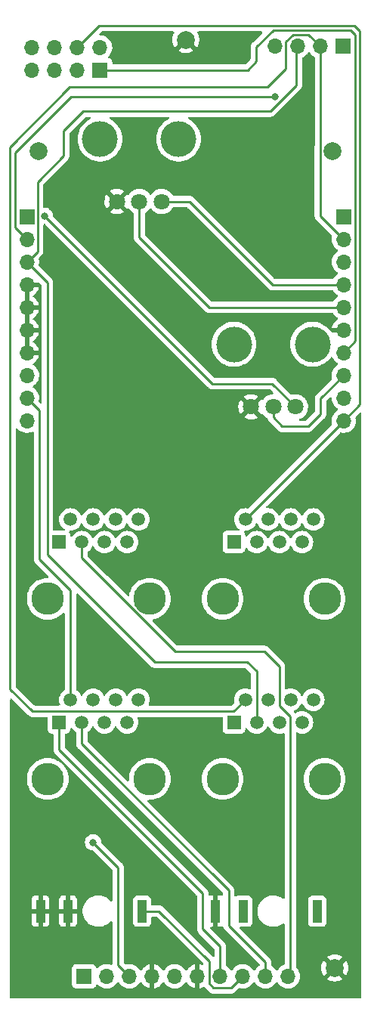
<source format=gbr>
%TF.GenerationSoftware,KiCad,Pcbnew,(6.0.11)*%
%TF.CreationDate,2023-03-01T18:26:33+00:00*%
%TF.ProjectId,Quilter_Controls,5175696c-7465-4725-9f43-6f6e74726f6c,rev?*%
%TF.SameCoordinates,Original*%
%TF.FileFunction,Copper,L2,Bot*%
%TF.FilePolarity,Positive*%
%FSLAX46Y46*%
G04 Gerber Fmt 4.6, Leading zero omitted, Abs format (unit mm)*
G04 Created by KiCad (PCBNEW (6.0.11)) date 2023-03-01 18:26:33*
%MOMM*%
%LPD*%
G01*
G04 APERTURE LIST*
%TA.AperFunction,ComponentPad*%
%ADD10C,2.000000*%
%TD*%
%TA.AperFunction,ComponentPad*%
%ADD11R,1.000000X2.500000*%
%TD*%
%TA.AperFunction,WasherPad*%
%ADD12C,4.000000*%
%TD*%
%TA.AperFunction,ComponentPad*%
%ADD13C,1.800000*%
%TD*%
%TA.AperFunction,WasherPad*%
%ADD14C,3.650000*%
%TD*%
%TA.AperFunction,ComponentPad*%
%ADD15R,1.500000X1.500000*%
%TD*%
%TA.AperFunction,ComponentPad*%
%ADD16C,1.500000*%
%TD*%
%TA.AperFunction,ComponentPad*%
%ADD17R,1.700000X1.700000*%
%TD*%
%TA.AperFunction,ComponentPad*%
%ADD18O,1.700000X1.700000*%
%TD*%
%TA.AperFunction,ViaPad*%
%ADD19C,0.800000*%
%TD*%
%TA.AperFunction,Conductor*%
%ADD20C,0.250000*%
%TD*%
G04 APERTURE END LIST*
D10*
%TO.P,TP3,1,1*%
%TO.N,GND*%
X70200000Y-42970000D03*
%TD*%
D11*
%TO.P,J11,1*%
%TO.N,GND*%
X53920000Y-140600000D03*
%TO.P,J11,2*%
X57020000Y-140600000D03*
%TO.P,J11,3*%
%TO.N,/FREQ_JACK*%
X65320000Y-140600000D03*
%TD*%
D12*
%TO.P,Q_CTRL1,*%
%TO.N,*%
X84400000Y-77100000D03*
X75600000Y-77100000D03*
D13*
%TO.P,Q_CTRL1,1,1*%
%TO.N,+12V*%
X82500000Y-84100000D03*
%TO.P,Q_CTRL1,2,2*%
%TO.N,/Q_POT*%
X80000000Y-84100000D03*
%TO.P,Q_CTRL1,3,3*%
%TO.N,GND*%
X77500000Y-84100000D03*
%TD*%
D10*
%TO.P,TP4,1,1*%
%TO.N,GND*%
X86900000Y-146970000D03*
%TD*%
D11*
%TO.P,J6,1*%
%TO.N,GND*%
X73520000Y-140600000D03*
%TO.P,J6,2*%
%TO.N,unconnected-(J6-Pad2)*%
X76620000Y-140600000D03*
%TO.P,J6,3*%
%TO.N,/AUDIO_MIX*%
X84920000Y-140600000D03*
%TD*%
D14*
%TO.P,J4,*%
%TO.N,*%
X85760000Y-105600000D03*
X74330000Y-105600000D03*
D15*
%TO.P,J4,1*%
%TO.N,/AUDIO_IN1*%
X75600000Y-99250000D03*
D16*
%TO.P,J4,2*%
%TO.N,/AUDIO_IN2*%
X76870000Y-96710000D03*
%TO.P,J4,3*%
%TO.N,/AUDIO_IN3*%
X78140000Y-99250000D03*
%TO.P,J4,4*%
%TO.N,/AUDIO_IN4*%
X79410000Y-96710000D03*
%TO.P,J4,5*%
%TO.N,unconnected-(J4-Pad5)*%
X80680000Y-99250000D03*
%TO.P,J4,6*%
%TO.N,unconnected-(J4-Pad6)*%
X81950000Y-96710000D03*
%TO.P,J4,7*%
%TO.N,unconnected-(J4-Pad7)*%
X83220000Y-99250000D03*
%TO.P,J4,8*%
%TO.N,unconnected-(J4-Pad8)*%
X84490000Y-96710000D03*
%TD*%
D10*
%TO.P,TP1,1,1*%
%TO.N,+12V*%
X53700000Y-55470000D03*
%TD*%
D14*
%TO.P,J5,*%
%TO.N,*%
X74330000Y-125800000D03*
X85760000Y-125800000D03*
D15*
%TO.P,J5,1*%
%TO.N,/AUDIO_BUFF1*%
X75600000Y-119450000D03*
D16*
%TO.P,J5,2*%
%TO.N,/AUDIO_BUFF2*%
X76870000Y-116910000D03*
%TO.P,J5,3*%
%TO.N,/AUDIO_BUFF3*%
X78140000Y-119450000D03*
%TO.P,J5,4*%
%TO.N,/AUDIO_BUFF4*%
X79410000Y-116910000D03*
%TO.P,J5,5*%
%TO.N,unconnected-(J5-Pad5)*%
X80680000Y-119450000D03*
%TO.P,J5,6*%
%TO.N,unconnected-(J5-Pad6)*%
X81950000Y-116910000D03*
%TO.P,J5,7*%
%TO.N,unconnected-(J5-Pad7)*%
X83220000Y-119450000D03*
%TO.P,J5,8*%
%TO.N,unconnected-(J5-Pad8)*%
X84490000Y-116910000D03*
%TD*%
D14*
%TO.P,J8,*%
%TO.N,*%
X66160000Y-125800000D03*
X54730000Y-125800000D03*
D15*
%TO.P,J8,1*%
%TO.N,/FREQ_CV1*%
X56000000Y-119450000D03*
D16*
%TO.P,J8,2*%
%TO.N,/FREQ_CV2*%
X57270000Y-116910000D03*
%TO.P,J8,3*%
%TO.N,/FREQ_CV3*%
X58540000Y-119450000D03*
%TO.P,J8,4*%
%TO.N,/FREQ_CV4*%
X59810000Y-116910000D03*
%TO.P,J8,5*%
%TO.N,unconnected-(J8-Pad5)*%
X61080000Y-119450000D03*
%TO.P,J8,6*%
%TO.N,unconnected-(J8-Pad6)*%
X62350000Y-116910000D03*
%TO.P,J8,7*%
%TO.N,unconnected-(J8-Pad7)*%
X63620000Y-119450000D03*
%TO.P,J8,8*%
%TO.N,unconnected-(J8-Pad8)*%
X64890000Y-116910000D03*
%TD*%
D10*
%TO.P,TP2,1,1*%
%TO.N,-12V*%
X86600000Y-55470000D03*
%TD*%
D14*
%TO.P,J7,*%
%TO.N,*%
X54730000Y-105600000D03*
X66160000Y-105600000D03*
D15*
%TO.P,J7,1*%
%TO.N,/FREQ_V_OCT1*%
X56000000Y-99250000D03*
D16*
%TO.P,J7,2*%
%TO.N,/FREQ_V_OCT2*%
X57270000Y-96710000D03*
%TO.P,J7,3*%
%TO.N,/FREQ_V_OCT3*%
X58540000Y-99250000D03*
%TO.P,J7,4*%
%TO.N,/FREQ_V_OCT4*%
X59810000Y-96710000D03*
%TO.P,J7,5*%
%TO.N,unconnected-(J7-Pad5)*%
X61080000Y-99250000D03*
%TO.P,J7,6*%
%TO.N,unconnected-(J7-Pad6)*%
X62350000Y-96710000D03*
%TO.P,J7,7*%
%TO.N,unconnected-(J7-Pad7)*%
X63620000Y-99250000D03*
%TO.P,J7,8*%
%TO.N,unconnected-(J7-Pad8)*%
X64890000Y-96710000D03*
%TD*%
D12*
%TO.P,FREQ_POT1,*%
%TO.N,*%
X69400000Y-54100000D03*
X60600000Y-54100000D03*
D13*
%TO.P,FREQ_POT1,1,1*%
%TO.N,/FREQ_POT_5V*%
X67500000Y-61100000D03*
%TO.P,FREQ_POT1,2,2*%
%TO.N,/FREQ_POT*%
X65000000Y-61100000D03*
%TO.P,FREQ_POT1,3,3*%
%TO.N,GND*%
X62500000Y-61100000D03*
%TD*%
D17*
%TO.P,J3,1,Pin_1*%
%TO.N,/AUDIO_IN3*%
X58800000Y-147900000D03*
D18*
%TO.P,J3,2,Pin_2*%
%TO.N,/FREQ_V_OCT4*%
X61340000Y-147900000D03*
%TO.P,J3,3,Pin_3*%
%TO.N,/FREQ_CV4*%
X63880000Y-147900000D03*
%TO.P,J3,4,Pin_4*%
%TO.N,GND*%
X66420000Y-147900000D03*
%TO.P,J3,5,Pin_5*%
%TO.N,/AUDIO_IN4*%
X68960000Y-147900000D03*
%TO.P,J3,6,Pin_6*%
%TO.N,GND*%
X71500000Y-147900000D03*
%TO.P,J3,7,Pin_7*%
%TO.N,/FREQ_CV1*%
X74040000Y-147900000D03*
%TO.P,J3,8,Pin_8*%
%TO.N,/FREQ_JACK*%
X76580000Y-147900000D03*
%TO.P,J3,9,Pin_9*%
%TO.N,/FREQ_CV3*%
X79120000Y-147900000D03*
%TO.P,J3,10,Pin_10*%
%TO.N,/FREQ_V_OCT3*%
X81660000Y-147900000D03*
%TD*%
D17*
%TO.P,J1,1,Pin_1*%
%TO.N,-12V*%
X87900000Y-62800000D03*
D18*
%TO.P,J1,2,Pin_2*%
%TO.N,/AUDIO_BUFF2*%
X87900000Y-65340000D03*
%TO.P,J1,3,Pin_3*%
%TO.N,/AUDIO_BUFF4*%
X87900000Y-67880000D03*
%TO.P,J1,4,Pin_4*%
%TO.N,/FREQ_POT_5V*%
X87900000Y-70420000D03*
%TO.P,J1,5,Pin_5*%
%TO.N,/FREQ_POT*%
X87900000Y-72960000D03*
%TO.P,J1,6,Pin_6*%
%TO.N,GND*%
X87900000Y-75500000D03*
%TO.P,J1,7,Pin_7*%
%TO.N,/FREQ_V_OCT1*%
X87900000Y-78040000D03*
%TO.P,J1,8,Pin_8*%
%TO.N,/Q_POT*%
X87900000Y-80580000D03*
%TO.P,J1,9,Pin_9*%
%TO.N,/AUDIO_MIX*%
X87900000Y-83120000D03*
%TO.P,J1,10,Pin_10*%
%TO.N,/AUDIO_IN2*%
X87900000Y-85660000D03*
%TD*%
D17*
%TO.P,J2,1,Pin_1*%
%TO.N,+12V*%
X52400000Y-62800000D03*
D18*
%TO.P,J2,2,Pin_2*%
%TO.N,/AUDIO_BUFF1*%
X52400000Y-65340000D03*
%TO.P,J2,3,Pin_3*%
%TO.N,/AUDIO_BUFF3*%
X52400000Y-67880000D03*
%TO.P,J2,4,Pin_4*%
%TO.N,GND*%
X52400000Y-70420000D03*
%TO.P,J2,5,Pin_5*%
X52400000Y-72960000D03*
%TO.P,J2,6,Pin_6*%
X52400000Y-75500000D03*
%TO.P,J2,7,Pin_7*%
X52400000Y-78040000D03*
%TO.P,J2,8,Pin_8*%
%TO.N,/AUDIO_IN1*%
X52400000Y-80580000D03*
%TO.P,J2,9,Pin_9*%
%TO.N,/FREQ_CV2*%
X52400000Y-83120000D03*
%TO.P,J2,10,Pin_10*%
%TO.N,/FREQ_V_OCT2*%
X52400000Y-85660000D03*
%TD*%
D17*
%TO.P,J9,1,Pin_1*%
%TO.N,/FREQ_V_OCT1*%
X60600000Y-46375000D03*
D18*
%TO.P,J9,2,Pin_2*%
%TO.N,/AUDIO_IN1*%
X60600000Y-43835000D03*
%TO.P,J9,3,Pin_3*%
%TO.N,/FREQ_V_OCT2*%
X58060000Y-46375000D03*
%TO.P,J9,4,Pin_4*%
%TO.N,/AUDIO_IN2*%
X58060000Y-43835000D03*
%TO.P,J9,5,Pin_5*%
%TO.N,/FREQ_V_OCT3*%
X55520000Y-46375000D03*
%TO.P,J9,6,Pin_6*%
%TO.N,/AUDIO_IN3*%
X55520000Y-43835000D03*
%TO.P,J9,7,Pin_7*%
%TO.N,/FREQ_V_OCT4*%
X52980000Y-46375000D03*
%TO.P,J9,8,Pin_8*%
%TO.N,/AUDIO_IN4*%
X52980000Y-43835000D03*
%TD*%
D17*
%TO.P,J10,1,Pin_1*%
%TO.N,/AUDIO_BUFF1*%
X87800000Y-43700000D03*
D18*
%TO.P,J10,2,Pin_2*%
%TO.N,/AUDIO_BUFF2*%
X85260000Y-43700000D03*
%TO.P,J10,3,Pin_3*%
%TO.N,/AUDIO_BUFF3*%
X82720000Y-43700000D03*
%TO.P,J10,4,Pin_4*%
%TO.N,/AUDIO_BUFF4*%
X80180000Y-43700000D03*
%TD*%
D19*
%TO.N,GND*%
X85200000Y-137400000D03*
X51100000Y-138900000D03*
X74600000Y-134200000D03*
X83300000Y-50100000D03*
X82900000Y-66500000D03*
X54400000Y-67900000D03*
X64600000Y-136600000D03*
X53100000Y-148000000D03*
X78200000Y-53400000D03*
X65700000Y-114200000D03*
X62800000Y-102100000D03*
X73800000Y-114800000D03*
X80800000Y-89000000D03*
X80700000Y-108800000D03*
X88700000Y-120100000D03*
X58900000Y-107600000D03*
X74400000Y-122300000D03*
X67500000Y-93100000D03*
X62900000Y-127700000D03*
X68300000Y-133200000D03*
X51100000Y-125400000D03*
X79900000Y-122300000D03*
X57300000Y-121600000D03*
X80200000Y-144300000D03*
X67400000Y-72500000D03*
X67400000Y-64700000D03*
X54400000Y-114000000D03*
X86800000Y-116800000D03*
X67400000Y-79100000D03*
X82900000Y-69100000D03*
X76700000Y-114600000D03*
X87100000Y-108800000D03*
%TO.N,/AUDIO_BUFF1*%
X80200000Y-49400000D03*
%TO.N,/FREQ_CV4*%
X59810000Y-132890000D03*
%TO.N,+12V*%
X54400000Y-62700000D03*
%TD*%
D20*
%TO.N,/FREQ_POT*%
X87900000Y-72960000D02*
X72860000Y-72960000D01*
X65000000Y-65100000D02*
X65000000Y-61100000D01*
X72860000Y-72960000D02*
X65000000Y-65100000D01*
%TO.N,/FREQ_POT_5V*%
X67500000Y-61100000D02*
X70600000Y-61100000D01*
X70600000Y-61100000D02*
X79920000Y-70420000D01*
X79920000Y-70420000D02*
X87900000Y-70420000D01*
%TO.N,/FREQ_V_OCT1*%
X78100000Y-45400000D02*
X78100000Y-43800000D01*
X80000000Y-41900000D02*
X88700000Y-41900000D01*
X89200000Y-42400000D02*
X89200000Y-76740000D01*
X78100000Y-43800000D02*
X80000000Y-41900000D01*
X78100000Y-45400000D02*
X77125000Y-46375000D01*
X88700000Y-41900000D02*
X89200000Y-42400000D01*
X89200000Y-76740000D02*
X87900000Y-78040000D01*
X77125000Y-46375000D02*
X60600000Y-46375000D01*
%TO.N,/AUDIO_BUFF1*%
X52400000Y-65340000D02*
X51100000Y-64040000D01*
X57300000Y-49400000D02*
X80200000Y-49400000D01*
X51100000Y-64040000D02*
X51100000Y-55600000D01*
X51100000Y-55600000D02*
X57300000Y-49400000D01*
%TO.N,/AUDIO_BUFF3*%
X58717845Y-50982155D02*
X56500000Y-53200000D01*
X56500000Y-56000000D02*
X53600000Y-58900000D01*
X82600000Y-48064310D02*
X79682155Y-50982155D01*
X54700000Y-100700000D02*
X54700000Y-70180000D01*
X79682155Y-50982155D02*
X58717845Y-50982155D01*
X53600000Y-58900000D02*
X53600000Y-66680000D01*
X82600000Y-43820000D02*
X82600000Y-48064310D01*
X54700000Y-70180000D02*
X52400000Y-67880000D01*
X78140000Y-113740000D02*
X77100000Y-112700000D01*
X53600000Y-66680000D02*
X52400000Y-67880000D01*
X66700000Y-112700000D02*
X54700000Y-100700000D01*
X77100000Y-112700000D02*
X66700000Y-112700000D01*
X82720000Y-43700000D02*
X82600000Y-43820000D01*
X78140000Y-119450000D02*
X78140000Y-113740000D01*
X56500000Y-53200000D02*
X56500000Y-56000000D01*
%TO.N,/AUDIO_BUFF2*%
X50500000Y-55000000D02*
X50500000Y-115700000D01*
X57200000Y-48300000D02*
X50500000Y-55000000D01*
X83960000Y-42400000D02*
X82200000Y-42400000D01*
X85300000Y-43740000D02*
X85260000Y-43700000D01*
X81400000Y-46242081D02*
X79342081Y-48300000D01*
X85300000Y-54896167D02*
X85300000Y-43740000D01*
X50500000Y-115700000D02*
X53000000Y-118200000D01*
X85275000Y-54921167D02*
X85300000Y-54896167D01*
X85275000Y-62715000D02*
X85275000Y-54921167D01*
X82200000Y-42400000D02*
X81400000Y-43200000D01*
X79342081Y-48300000D02*
X57200000Y-48300000D01*
X53000000Y-118200000D02*
X75580000Y-118200000D01*
X85260000Y-43700000D02*
X83960000Y-42400000D01*
X87900000Y-65340000D02*
X85275000Y-62715000D01*
X75580000Y-118200000D02*
X76870000Y-116910000D01*
X81400000Y-43200000D02*
X81400000Y-46242081D01*
%TO.N,/FREQ_JACK*%
X76580000Y-147900000D02*
X75280000Y-149200000D01*
X72800000Y-146200000D02*
X67200000Y-140600000D01*
X67200000Y-140600000D02*
X65320000Y-140600000D01*
X73300000Y-149200000D02*
X72800000Y-148700000D01*
X72800000Y-148700000D02*
X72800000Y-146200000D01*
X75280000Y-149200000D02*
X73300000Y-149200000D01*
%TO.N,/FREQ_CV2*%
X57270000Y-104612501D02*
X53800000Y-101142501D01*
X57270000Y-116910000D02*
X57270000Y-104612501D01*
X53800000Y-101142501D02*
X53800000Y-84520000D01*
X53800000Y-84520000D02*
X52400000Y-83120000D01*
%TO.N,/AUDIO_IN2*%
X89100000Y-41400000D02*
X60495000Y-41400000D01*
X87900000Y-85680000D02*
X87900000Y-85660000D01*
X87900000Y-85660000D02*
X89700000Y-83860000D01*
X60495000Y-41400000D02*
X58060000Y-43835000D01*
X76870000Y-96710000D02*
X87900000Y-85680000D01*
X89700000Y-42000000D02*
X89100000Y-41400000D01*
X89700000Y-83860000D02*
X89700000Y-42000000D01*
%TO.N,/FREQ_CV4*%
X63880000Y-147900000D02*
X62600000Y-146620000D01*
X62600000Y-135680000D02*
X59810000Y-132890000D01*
X62600000Y-146620000D02*
X62600000Y-135680000D01*
%TO.N,/Q_POT*%
X85300000Y-83180000D02*
X85300000Y-84900000D01*
X81000000Y-86300000D02*
X80000000Y-85300000D01*
X85300000Y-84900000D02*
X83900000Y-86300000D01*
X87900000Y-80580000D02*
X85300000Y-83180000D01*
X80000000Y-85300000D02*
X80000000Y-84100000D01*
X83900000Y-86300000D02*
X81000000Y-86300000D01*
%TO.N,/FREQ_CV1*%
X74040000Y-144540000D02*
X72100000Y-142600000D01*
X72100000Y-138600000D02*
X56000000Y-122500000D01*
X56000000Y-122500000D02*
X56000000Y-119450000D01*
X74040000Y-147900000D02*
X74040000Y-144540000D01*
X72100000Y-142600000D02*
X72100000Y-138600000D01*
%TO.N,/FREQ_CV3*%
X75000000Y-138300000D02*
X58540000Y-121840000D01*
X79120000Y-146320000D02*
X75000000Y-142200000D01*
X75000000Y-142200000D02*
X75000000Y-138300000D01*
X79120000Y-147900000D02*
X79120000Y-146320000D01*
X58540000Y-121840000D02*
X58540000Y-119450000D01*
%TO.N,/FREQ_V_OCT3*%
X79000000Y-111500000D02*
X69000000Y-111500000D01*
X80700000Y-113200000D02*
X79000000Y-111500000D01*
X80700000Y-117600000D02*
X80700000Y-113200000D01*
X81900000Y-147660000D02*
X81900000Y-118800000D01*
X81660000Y-147900000D02*
X81900000Y-147660000D01*
X81900000Y-118800000D02*
X80700000Y-117600000D01*
X58540000Y-101040000D02*
X58540000Y-99250000D01*
X69000000Y-111500000D02*
X58540000Y-101040000D01*
%TO.N,+12V*%
X79900000Y-81500000D02*
X82500000Y-84100000D01*
X54400000Y-62700000D02*
X73200000Y-81500000D01*
X73200000Y-81500000D02*
X79900000Y-81500000D01*
%TD*%
%TA.AperFunction,Conductor*%
%TO.N,GND*%
G36*
X54428527Y-63628502D02*
G01*
X54449501Y-63645405D01*
X72696348Y-81892253D01*
X72703888Y-81900539D01*
X72708000Y-81907018D01*
X72713777Y-81912443D01*
X72757651Y-81953643D01*
X72760493Y-81956398D01*
X72780230Y-81976135D01*
X72783427Y-81978615D01*
X72792447Y-81986318D01*
X72824679Y-82016586D01*
X72831625Y-82020405D01*
X72831628Y-82020407D01*
X72842434Y-82026348D01*
X72858953Y-82037199D01*
X72874959Y-82049614D01*
X72882228Y-82052759D01*
X72882232Y-82052762D01*
X72915537Y-82067174D01*
X72926187Y-82072391D01*
X72964940Y-82093695D01*
X72972615Y-82095666D01*
X72972616Y-82095666D01*
X72984562Y-82098733D01*
X73003267Y-82105137D01*
X73021855Y-82113181D01*
X73029678Y-82114420D01*
X73029688Y-82114423D01*
X73065524Y-82120099D01*
X73077144Y-82122505D01*
X73112289Y-82131528D01*
X73119970Y-82133500D01*
X73140224Y-82133500D01*
X73159934Y-82135051D01*
X73179943Y-82138220D01*
X73187835Y-82137474D01*
X73223961Y-82134059D01*
X73235819Y-82133500D01*
X79585406Y-82133500D01*
X79653527Y-82153502D01*
X79674501Y-82170405D01*
X79979971Y-82475875D01*
X80013997Y-82538187D01*
X80008932Y-82609002D01*
X79966385Y-82665838D01*
X79901396Y-82690019D01*
X79901411Y-82690116D01*
X79896302Y-82690898D01*
X79896299Y-82690898D01*
X79812559Y-82703712D01*
X79672464Y-82725150D01*
X79452314Y-82797106D01*
X79447726Y-82799494D01*
X79447722Y-82799496D01*
X79263229Y-82895537D01*
X79246872Y-82904052D01*
X79242739Y-82907155D01*
X79242736Y-82907157D01*
X79106178Y-83009688D01*
X79061655Y-83043117D01*
X79042506Y-83063155D01*
X78950014Y-83159943D01*
X78901639Y-83210564D01*
X78898725Y-83214836D01*
X78898724Y-83214837D01*
X78850199Y-83285972D01*
X78795288Y-83330975D01*
X78724763Y-83339146D01*
X78663884Y-83310439D01*
X78658538Y-83305835D01*
X78648973Y-83310238D01*
X77872021Y-84087189D01*
X77864408Y-84101132D01*
X77864539Y-84102966D01*
X77868790Y-84109580D01*
X78646307Y-84887096D01*
X78658313Y-84893652D01*
X78667244Y-84886829D01*
X78733519Y-84861370D01*
X78803037Y-84875783D01*
X78851165Y-84921117D01*
X78856800Y-84930311D01*
X78859501Y-84934719D01*
X79011147Y-85109784D01*
X79189349Y-85257730D01*
X79305777Y-85325765D01*
X79312982Y-85329975D01*
X79361705Y-85381614D01*
X79370407Y-85403608D01*
X79374977Y-85419337D01*
X79378987Y-85438700D01*
X79381526Y-85458797D01*
X79384445Y-85466168D01*
X79384445Y-85466170D01*
X79397804Y-85499912D01*
X79401649Y-85511142D01*
X79407851Y-85532489D01*
X79413982Y-85553593D01*
X79418015Y-85560412D01*
X79418017Y-85560417D01*
X79424293Y-85571028D01*
X79432988Y-85588776D01*
X79440448Y-85607617D01*
X79445110Y-85614033D01*
X79445110Y-85614034D01*
X79466436Y-85643387D01*
X79472952Y-85653307D01*
X79495458Y-85691362D01*
X79509779Y-85705683D01*
X79522619Y-85720716D01*
X79534528Y-85737107D01*
X79540634Y-85742158D01*
X79568605Y-85765298D01*
X79577384Y-85773288D01*
X80496343Y-86692247D01*
X80503887Y-86700537D01*
X80508000Y-86707018D01*
X80513777Y-86712443D01*
X80557667Y-86753658D01*
X80560509Y-86756413D01*
X80580231Y-86776135D01*
X80583355Y-86778558D01*
X80583359Y-86778562D01*
X80583424Y-86778612D01*
X80592445Y-86786317D01*
X80624679Y-86816586D01*
X80631627Y-86820405D01*
X80631629Y-86820407D01*
X80642432Y-86826346D01*
X80658959Y-86837202D01*
X80668698Y-86844757D01*
X80668700Y-86844758D01*
X80674960Y-86849614D01*
X80715540Y-86867174D01*
X80726188Y-86872391D01*
X80757015Y-86889338D01*
X80764940Y-86893695D01*
X80772616Y-86895666D01*
X80772619Y-86895667D01*
X80784562Y-86898733D01*
X80803267Y-86905137D01*
X80821855Y-86913181D01*
X80829678Y-86914420D01*
X80829688Y-86914423D01*
X80865524Y-86920099D01*
X80877144Y-86922505D01*
X80908912Y-86930661D01*
X80919970Y-86933500D01*
X80940224Y-86933500D01*
X80959934Y-86935051D01*
X80979943Y-86938220D01*
X80987835Y-86937474D01*
X81006580Y-86935702D01*
X81023962Y-86934059D01*
X81035819Y-86933500D01*
X83821233Y-86933500D01*
X83832416Y-86934027D01*
X83839909Y-86935702D01*
X83847835Y-86935453D01*
X83847836Y-86935453D01*
X83907986Y-86933562D01*
X83911945Y-86933500D01*
X83939856Y-86933500D01*
X83943791Y-86933003D01*
X83943856Y-86932995D01*
X83955693Y-86932062D01*
X83987951Y-86931048D01*
X83991970Y-86930922D01*
X83999889Y-86930673D01*
X84019343Y-86925021D01*
X84038700Y-86921013D01*
X84050930Y-86919468D01*
X84050931Y-86919468D01*
X84058797Y-86918474D01*
X84066168Y-86915555D01*
X84066170Y-86915555D01*
X84099912Y-86902196D01*
X84111142Y-86898351D01*
X84145983Y-86888229D01*
X84145984Y-86888229D01*
X84153593Y-86886018D01*
X84160412Y-86881985D01*
X84160417Y-86881983D01*
X84171028Y-86875707D01*
X84188776Y-86867012D01*
X84207617Y-86859552D01*
X84243387Y-86833564D01*
X84253307Y-86827048D01*
X84284535Y-86808580D01*
X84284538Y-86808578D01*
X84291362Y-86804542D01*
X84305683Y-86790221D01*
X84320717Y-86777380D01*
X84337107Y-86765472D01*
X84365298Y-86731395D01*
X84373288Y-86722616D01*
X85692253Y-85403652D01*
X85700539Y-85396112D01*
X85707018Y-85392000D01*
X85753644Y-85342348D01*
X85756398Y-85339507D01*
X85776135Y-85319770D01*
X85778615Y-85316573D01*
X85786320Y-85307551D01*
X85811159Y-85281100D01*
X85816586Y-85275321D01*
X85820405Y-85268375D01*
X85820407Y-85268372D01*
X85826348Y-85257566D01*
X85837199Y-85241047D01*
X85844758Y-85231301D01*
X85849614Y-85225041D01*
X85852759Y-85217772D01*
X85852762Y-85217768D01*
X85867174Y-85184463D01*
X85872391Y-85173813D01*
X85893695Y-85135060D01*
X85898733Y-85115437D01*
X85905137Y-85096734D01*
X85910033Y-85085420D01*
X85910033Y-85085419D01*
X85913181Y-85078145D01*
X85914420Y-85070322D01*
X85914423Y-85070312D01*
X85920099Y-85034476D01*
X85922505Y-85022856D01*
X85931528Y-84987711D01*
X85931528Y-84987710D01*
X85933500Y-84980030D01*
X85933500Y-84959776D01*
X85935051Y-84940065D01*
X85936980Y-84927886D01*
X85938220Y-84920057D01*
X85934059Y-84876038D01*
X85933500Y-84864181D01*
X85933500Y-83494594D01*
X85953502Y-83426473D01*
X85970405Y-83405499D01*
X86325019Y-83050885D01*
X86387331Y-83016859D01*
X86458146Y-83021924D01*
X86514982Y-83064471D01*
X86539905Y-83132727D01*
X86550110Y-83309715D01*
X86551247Y-83314761D01*
X86551248Y-83314767D01*
X86569978Y-83397877D01*
X86599222Y-83527639D01*
X86683266Y-83734616D01*
X86799987Y-83925088D01*
X86946250Y-84093938D01*
X87118126Y-84236632D01*
X87188595Y-84277811D01*
X87191445Y-84279476D01*
X87240169Y-84331114D01*
X87253240Y-84400897D01*
X87226509Y-84466669D01*
X87186055Y-84500027D01*
X87173607Y-84506507D01*
X87169474Y-84509610D01*
X87169471Y-84509612D01*
X86999100Y-84637530D01*
X86994965Y-84640635D01*
X86840629Y-84802138D01*
X86837715Y-84806410D01*
X86837714Y-84806411D01*
X86765574Y-84912165D01*
X86714743Y-84986680D01*
X86672287Y-85078145D01*
X86622936Y-85184463D01*
X86620688Y-85189305D01*
X86560989Y-85404570D01*
X86537251Y-85626695D01*
X86537548Y-85631848D01*
X86537548Y-85631851D01*
X86545703Y-85773288D01*
X86550110Y-85849715D01*
X86572276Y-85948069D01*
X86587132Y-86013990D01*
X86582596Y-86084841D01*
X86553310Y-86130786D01*
X77242423Y-95441672D01*
X77180111Y-95475698D01*
X77120717Y-95474284D01*
X77094685Y-95467309D01*
X77094686Y-95467309D01*
X77089371Y-95465885D01*
X76870000Y-95446693D01*
X76650629Y-95465885D01*
X76437924Y-95522880D01*
X76391268Y-95544636D01*
X76243334Y-95613618D01*
X76243329Y-95613621D01*
X76238347Y-95615944D01*
X76233840Y-95619100D01*
X76233838Y-95619101D01*
X76062473Y-95739092D01*
X76062470Y-95739094D01*
X76057962Y-95742251D01*
X75902251Y-95897962D01*
X75775944Y-96078347D01*
X75773621Y-96083329D01*
X75773618Y-96083334D01*
X75726415Y-96184562D01*
X75682880Y-96277924D01*
X75625885Y-96490629D01*
X75606693Y-96710000D01*
X75625885Y-96929371D01*
X75682880Y-97142076D01*
X75685205Y-97147061D01*
X75773618Y-97336666D01*
X75773621Y-97336671D01*
X75775944Y-97341653D01*
X75902251Y-97522038D01*
X76057962Y-97677749D01*
X76062471Y-97680906D01*
X76062473Y-97680908D01*
X76178694Y-97762287D01*
X76223022Y-97817744D01*
X76230331Y-97888364D01*
X76198300Y-97951724D01*
X76137099Y-97987709D01*
X76106423Y-97991500D01*
X74801866Y-97991500D01*
X74739684Y-97998255D01*
X74603295Y-98049385D01*
X74486739Y-98136739D01*
X74399385Y-98253295D01*
X74348255Y-98389684D01*
X74341500Y-98451866D01*
X74341500Y-100048134D01*
X74348255Y-100110316D01*
X74399385Y-100246705D01*
X74486739Y-100363261D01*
X74603295Y-100450615D01*
X74739684Y-100501745D01*
X74801866Y-100508500D01*
X76398134Y-100508500D01*
X76460316Y-100501745D01*
X76596705Y-100450615D01*
X76713261Y-100363261D01*
X76800615Y-100246705D01*
X76851745Y-100110316D01*
X76858500Y-100048134D01*
X76858500Y-100013576D01*
X76878502Y-99945455D01*
X76932158Y-99898962D01*
X77002432Y-99888858D01*
X77067012Y-99918352D01*
X77087713Y-99941305D01*
X77160123Y-100044717D01*
X77172251Y-100062038D01*
X77327962Y-100217749D01*
X77508346Y-100344056D01*
X77707924Y-100437120D01*
X77920629Y-100494115D01*
X78140000Y-100513307D01*
X78359371Y-100494115D01*
X78572076Y-100437120D01*
X78771654Y-100344056D01*
X78952038Y-100217749D01*
X79107749Y-100062038D01*
X79119878Y-100044717D01*
X79230899Y-99886162D01*
X79230900Y-99886160D01*
X79234056Y-99881653D01*
X79236379Y-99876671D01*
X79236382Y-99876666D01*
X79295805Y-99749231D01*
X79342722Y-99695946D01*
X79410999Y-99676485D01*
X79478959Y-99697027D01*
X79524195Y-99749231D01*
X79583618Y-99876666D01*
X79583621Y-99876671D01*
X79585944Y-99881653D01*
X79589100Y-99886160D01*
X79589101Y-99886162D01*
X79700123Y-100044717D01*
X79712251Y-100062038D01*
X79867962Y-100217749D01*
X80048346Y-100344056D01*
X80247924Y-100437120D01*
X80460629Y-100494115D01*
X80680000Y-100513307D01*
X80899371Y-100494115D01*
X81112076Y-100437120D01*
X81311654Y-100344056D01*
X81492038Y-100217749D01*
X81647749Y-100062038D01*
X81659878Y-100044717D01*
X81770899Y-99886162D01*
X81770900Y-99886160D01*
X81774056Y-99881653D01*
X81776379Y-99876671D01*
X81776382Y-99876666D01*
X81835805Y-99749231D01*
X81882722Y-99695946D01*
X81950999Y-99676485D01*
X82018959Y-99697027D01*
X82064195Y-99749231D01*
X82123618Y-99876666D01*
X82123621Y-99876671D01*
X82125944Y-99881653D01*
X82129100Y-99886160D01*
X82129101Y-99886162D01*
X82240123Y-100044717D01*
X82252251Y-100062038D01*
X82407962Y-100217749D01*
X82588346Y-100344056D01*
X82787924Y-100437120D01*
X83000629Y-100494115D01*
X83220000Y-100513307D01*
X83439371Y-100494115D01*
X83652076Y-100437120D01*
X83851654Y-100344056D01*
X84032038Y-100217749D01*
X84187749Y-100062038D01*
X84199878Y-100044717D01*
X84310899Y-99886162D01*
X84310900Y-99886160D01*
X84314056Y-99881653D01*
X84316379Y-99876671D01*
X84316382Y-99876666D01*
X84404795Y-99687061D01*
X84407120Y-99682076D01*
X84464115Y-99469371D01*
X84483307Y-99250000D01*
X84464115Y-99030629D01*
X84407120Y-98817924D01*
X84363585Y-98724562D01*
X84316382Y-98623334D01*
X84316379Y-98623329D01*
X84314056Y-98618347D01*
X84303326Y-98603023D01*
X84190908Y-98442473D01*
X84190906Y-98442470D01*
X84187749Y-98437962D01*
X84032038Y-98282251D01*
X83851654Y-98155944D01*
X83652076Y-98062880D01*
X83439371Y-98005885D01*
X83220000Y-97986693D01*
X83000629Y-98005885D01*
X82787924Y-98062880D01*
X82694764Y-98106321D01*
X82593334Y-98153618D01*
X82593329Y-98153621D01*
X82588347Y-98155944D01*
X82583840Y-98159100D01*
X82583838Y-98159101D01*
X82412473Y-98279092D01*
X82412470Y-98279094D01*
X82407962Y-98282251D01*
X82252251Y-98437962D01*
X82249094Y-98442470D01*
X82249092Y-98442473D01*
X82136674Y-98603023D01*
X82125944Y-98618347D01*
X82123621Y-98623329D01*
X82123618Y-98623334D01*
X82064195Y-98750769D01*
X82017278Y-98804054D01*
X81949001Y-98823515D01*
X81881041Y-98802973D01*
X81835805Y-98750769D01*
X81776382Y-98623334D01*
X81776379Y-98623329D01*
X81774056Y-98618347D01*
X81763326Y-98603023D01*
X81650908Y-98442473D01*
X81650906Y-98442470D01*
X81647749Y-98437962D01*
X81492038Y-98282251D01*
X81311654Y-98155944D01*
X81112076Y-98062880D01*
X80899371Y-98005885D01*
X80680000Y-97986693D01*
X80460629Y-98005885D01*
X80247924Y-98062880D01*
X80154764Y-98106321D01*
X80053334Y-98153618D01*
X80053329Y-98153621D01*
X80048347Y-98155944D01*
X80043840Y-98159100D01*
X80043838Y-98159101D01*
X79872473Y-98279092D01*
X79872470Y-98279094D01*
X79867962Y-98282251D01*
X79712251Y-98437962D01*
X79709094Y-98442470D01*
X79709092Y-98442473D01*
X79596674Y-98603023D01*
X79585944Y-98618347D01*
X79583621Y-98623329D01*
X79583618Y-98623334D01*
X79524195Y-98750769D01*
X79477278Y-98804054D01*
X79409001Y-98823515D01*
X79341041Y-98802973D01*
X79295805Y-98750769D01*
X79236382Y-98623334D01*
X79236379Y-98623329D01*
X79234056Y-98618347D01*
X79223326Y-98603023D01*
X79110908Y-98442473D01*
X79110906Y-98442470D01*
X79107749Y-98437962D01*
X78952038Y-98282251D01*
X78771654Y-98155944D01*
X78572076Y-98062880D01*
X78359371Y-98005885D01*
X78140000Y-97986693D01*
X77920629Y-98005885D01*
X77707924Y-98062880D01*
X77614764Y-98106321D01*
X77513334Y-98153618D01*
X77513329Y-98153621D01*
X77508347Y-98155944D01*
X77503840Y-98159100D01*
X77503838Y-98159101D01*
X77332473Y-98279092D01*
X77332470Y-98279094D01*
X77327962Y-98282251D01*
X77172251Y-98437962D01*
X77169094Y-98442470D01*
X77169092Y-98442473D01*
X77087713Y-98558695D01*
X77032256Y-98603023D01*
X76961637Y-98610332D01*
X76898276Y-98578301D01*
X76862291Y-98517100D01*
X76858500Y-98486424D01*
X76858500Y-98451866D01*
X76851745Y-98389684D01*
X76800615Y-98253295D01*
X76740308Y-98172827D01*
X76715461Y-98106321D01*
X76730514Y-98036939D01*
X76780689Y-97986709D01*
X76852119Y-97971743D01*
X76864518Y-97972828D01*
X76864525Y-97972828D01*
X76870000Y-97973307D01*
X77089371Y-97954115D01*
X77302076Y-97897120D01*
X77501654Y-97804056D01*
X77682038Y-97677749D01*
X77837749Y-97522038D01*
X77964056Y-97341653D01*
X77966379Y-97336671D01*
X77966382Y-97336666D01*
X78025805Y-97209231D01*
X78072722Y-97155946D01*
X78140999Y-97136485D01*
X78208959Y-97157027D01*
X78254195Y-97209231D01*
X78313618Y-97336666D01*
X78313621Y-97336671D01*
X78315944Y-97341653D01*
X78442251Y-97522038D01*
X78597962Y-97677749D01*
X78778346Y-97804056D01*
X78977924Y-97897120D01*
X79190629Y-97954115D01*
X79410000Y-97973307D01*
X79629371Y-97954115D01*
X79842076Y-97897120D01*
X80041654Y-97804056D01*
X80222038Y-97677749D01*
X80377749Y-97522038D01*
X80504056Y-97341653D01*
X80506379Y-97336671D01*
X80506382Y-97336666D01*
X80565805Y-97209231D01*
X80612722Y-97155946D01*
X80680999Y-97136485D01*
X80748959Y-97157027D01*
X80794195Y-97209231D01*
X80853618Y-97336666D01*
X80853621Y-97336671D01*
X80855944Y-97341653D01*
X80982251Y-97522038D01*
X81137962Y-97677749D01*
X81318346Y-97804056D01*
X81517924Y-97897120D01*
X81730629Y-97954115D01*
X81950000Y-97973307D01*
X82169371Y-97954115D01*
X82382076Y-97897120D01*
X82581654Y-97804056D01*
X82762038Y-97677749D01*
X82917749Y-97522038D01*
X83044056Y-97341653D01*
X83046379Y-97336671D01*
X83046382Y-97336666D01*
X83105805Y-97209231D01*
X83152722Y-97155946D01*
X83220999Y-97136485D01*
X83288959Y-97157027D01*
X83334195Y-97209231D01*
X83393618Y-97336666D01*
X83393621Y-97336671D01*
X83395944Y-97341653D01*
X83522251Y-97522038D01*
X83677962Y-97677749D01*
X83858346Y-97804056D01*
X84057924Y-97897120D01*
X84270629Y-97954115D01*
X84490000Y-97973307D01*
X84709371Y-97954115D01*
X84922076Y-97897120D01*
X85121654Y-97804056D01*
X85302038Y-97677749D01*
X85457749Y-97522038D01*
X85584056Y-97341653D01*
X85586379Y-97336671D01*
X85586382Y-97336666D01*
X85674795Y-97147061D01*
X85677120Y-97142076D01*
X85734115Y-96929371D01*
X85753307Y-96710000D01*
X85734115Y-96490629D01*
X85677120Y-96277924D01*
X85633585Y-96184562D01*
X85586382Y-96083334D01*
X85586379Y-96083329D01*
X85584056Y-96078347D01*
X85457749Y-95897962D01*
X85302038Y-95742251D01*
X85121654Y-95615944D01*
X84922076Y-95522880D01*
X84709371Y-95465885D01*
X84490000Y-95446693D01*
X84270629Y-95465885D01*
X84057924Y-95522880D01*
X84011268Y-95544636D01*
X83863334Y-95613618D01*
X83863329Y-95613621D01*
X83858347Y-95615944D01*
X83853840Y-95619100D01*
X83853838Y-95619101D01*
X83682473Y-95739092D01*
X83682470Y-95739094D01*
X83677962Y-95742251D01*
X83522251Y-95897962D01*
X83395944Y-96078347D01*
X83393621Y-96083329D01*
X83393618Y-96083334D01*
X83334195Y-96210769D01*
X83287278Y-96264054D01*
X83219001Y-96283515D01*
X83151041Y-96262973D01*
X83105805Y-96210769D01*
X83046382Y-96083334D01*
X83046379Y-96083329D01*
X83044056Y-96078347D01*
X82917749Y-95897962D01*
X82762038Y-95742251D01*
X82581654Y-95615944D01*
X82382076Y-95522880D01*
X82169371Y-95465885D01*
X81950000Y-95446693D01*
X81730629Y-95465885D01*
X81517924Y-95522880D01*
X81471268Y-95544636D01*
X81323334Y-95613618D01*
X81323329Y-95613621D01*
X81318347Y-95615944D01*
X81313840Y-95619100D01*
X81313838Y-95619101D01*
X81142473Y-95739092D01*
X81142470Y-95739094D01*
X81137962Y-95742251D01*
X80982251Y-95897962D01*
X80855944Y-96078347D01*
X80853621Y-96083329D01*
X80853618Y-96083334D01*
X80794195Y-96210769D01*
X80747278Y-96264054D01*
X80679001Y-96283515D01*
X80611041Y-96262973D01*
X80565805Y-96210769D01*
X80506382Y-96083334D01*
X80506379Y-96083329D01*
X80504056Y-96078347D01*
X80377749Y-95897962D01*
X80222038Y-95742251D01*
X80041654Y-95615944D01*
X79842076Y-95522880D01*
X79629371Y-95465885D01*
X79410000Y-95446693D01*
X79337566Y-95453030D01*
X79267962Y-95439041D01*
X79216969Y-95389641D01*
X79200779Y-95320515D01*
X79224532Y-95253610D01*
X79237490Y-95238414D01*
X87461168Y-87014736D01*
X87523480Y-86980710D01*
X87575380Y-86980360D01*
X87738597Y-87013567D01*
X87743772Y-87013757D01*
X87743774Y-87013757D01*
X87956673Y-87021564D01*
X87956677Y-87021564D01*
X87961837Y-87021753D01*
X87966957Y-87021097D01*
X87966959Y-87021097D01*
X88178288Y-86994025D01*
X88178289Y-86994025D01*
X88183416Y-86993368D01*
X88226774Y-86980360D01*
X88392429Y-86930661D01*
X88392434Y-86930659D01*
X88397384Y-86929174D01*
X88597994Y-86830896D01*
X88779860Y-86701173D01*
X88938096Y-86543489D01*
X88949016Y-86528293D01*
X89065435Y-86366277D01*
X89068453Y-86362077D01*
X89167430Y-86161811D01*
X89232370Y-85948069D01*
X89261529Y-85726590D01*
X89261611Y-85723240D01*
X89263074Y-85663365D01*
X89263074Y-85663361D01*
X89263156Y-85660000D01*
X89244852Y-85437361D01*
X89216821Y-85325765D01*
X89219625Y-85254823D01*
X89249930Y-85205974D01*
X89676405Y-84779499D01*
X89738717Y-84745473D01*
X89809532Y-84750538D01*
X89866368Y-84793085D01*
X89891179Y-84859605D01*
X89891500Y-84868594D01*
X89891500Y-150265500D01*
X89871498Y-150333621D01*
X89817842Y-150380114D01*
X89765500Y-150391500D01*
X50634500Y-150391500D01*
X50566379Y-150371498D01*
X50519886Y-150317842D01*
X50508500Y-150265500D01*
X50508500Y-148798134D01*
X57441500Y-148798134D01*
X57448255Y-148860316D01*
X57499385Y-148996705D01*
X57586739Y-149113261D01*
X57703295Y-149200615D01*
X57839684Y-149251745D01*
X57901866Y-149258500D01*
X59698134Y-149258500D01*
X59760316Y-149251745D01*
X59896705Y-149200615D01*
X60013261Y-149113261D01*
X60100615Y-148996705D01*
X60122799Y-148937529D01*
X60144598Y-148879382D01*
X60187240Y-148822618D01*
X60253802Y-148797918D01*
X60323150Y-148813126D01*
X60357817Y-148841114D01*
X60386250Y-148873938D01*
X60558126Y-149016632D01*
X60751000Y-149129338D01*
X60959692Y-149209030D01*
X60964760Y-149210061D01*
X60964763Y-149210062D01*
X61059862Y-149229410D01*
X61178597Y-149253567D01*
X61183772Y-149253757D01*
X61183774Y-149253757D01*
X61396673Y-149261564D01*
X61396677Y-149261564D01*
X61401837Y-149261753D01*
X61406957Y-149261097D01*
X61406959Y-149261097D01*
X61618288Y-149234025D01*
X61618289Y-149234025D01*
X61623416Y-149233368D01*
X61628366Y-149231883D01*
X61832429Y-149170661D01*
X61832434Y-149170659D01*
X61837384Y-149169174D01*
X62037994Y-149070896D01*
X62219860Y-148941173D01*
X62378096Y-148783489D01*
X62508453Y-148602077D01*
X62509776Y-148603028D01*
X62556645Y-148559857D01*
X62626580Y-148547625D01*
X62692026Y-148575144D01*
X62719875Y-148606994D01*
X62779987Y-148705088D01*
X62926250Y-148873938D01*
X63098126Y-149016632D01*
X63291000Y-149129338D01*
X63499692Y-149209030D01*
X63504760Y-149210061D01*
X63504763Y-149210062D01*
X63599862Y-149229410D01*
X63718597Y-149253567D01*
X63723772Y-149253757D01*
X63723774Y-149253757D01*
X63936673Y-149261564D01*
X63936677Y-149261564D01*
X63941837Y-149261753D01*
X63946957Y-149261097D01*
X63946959Y-149261097D01*
X64158288Y-149234025D01*
X64158289Y-149234025D01*
X64163416Y-149233368D01*
X64168366Y-149231883D01*
X64372429Y-149170661D01*
X64372434Y-149170659D01*
X64377384Y-149169174D01*
X64577994Y-149070896D01*
X64759860Y-148941173D01*
X64918096Y-148783489D01*
X65048453Y-148602077D01*
X65049640Y-148602930D01*
X65096960Y-148559362D01*
X65166897Y-148547145D01*
X65232338Y-148574678D01*
X65260166Y-148606511D01*
X65317694Y-148700388D01*
X65323777Y-148708699D01*
X65463213Y-148869667D01*
X65470580Y-148876883D01*
X65634434Y-149012916D01*
X65642881Y-149018831D01*
X65826756Y-149126279D01*
X65836042Y-149130729D01*
X66035001Y-149206703D01*
X66044899Y-149209579D01*
X66148250Y-149230606D01*
X66162299Y-149229410D01*
X66166000Y-149219065D01*
X66166000Y-149218517D01*
X66674000Y-149218517D01*
X66678064Y-149232359D01*
X66691478Y-149234393D01*
X66698184Y-149233534D01*
X66708262Y-149231392D01*
X66912255Y-149170191D01*
X66921842Y-149166433D01*
X67113095Y-149072739D01*
X67121945Y-149067464D01*
X67295328Y-148943792D01*
X67303200Y-148937139D01*
X67454052Y-148786812D01*
X67460730Y-148778965D01*
X67588022Y-148601819D01*
X67589279Y-148602722D01*
X67636373Y-148559362D01*
X67706311Y-148547145D01*
X67771751Y-148574678D01*
X67799579Y-148606511D01*
X67859987Y-148705088D01*
X68006250Y-148873938D01*
X68178126Y-149016632D01*
X68371000Y-149129338D01*
X68579692Y-149209030D01*
X68584760Y-149210061D01*
X68584763Y-149210062D01*
X68679862Y-149229410D01*
X68798597Y-149253567D01*
X68803772Y-149253757D01*
X68803774Y-149253757D01*
X69016673Y-149261564D01*
X69016677Y-149261564D01*
X69021837Y-149261753D01*
X69026957Y-149261097D01*
X69026959Y-149261097D01*
X69238288Y-149234025D01*
X69238289Y-149234025D01*
X69243416Y-149233368D01*
X69248366Y-149231883D01*
X69452429Y-149170661D01*
X69452434Y-149170659D01*
X69457384Y-149169174D01*
X69657994Y-149070896D01*
X69839860Y-148941173D01*
X69998096Y-148783489D01*
X70128453Y-148602077D01*
X70129640Y-148602930D01*
X70176960Y-148559362D01*
X70246897Y-148547145D01*
X70312338Y-148574678D01*
X70340166Y-148606511D01*
X70397694Y-148700388D01*
X70403777Y-148708699D01*
X70543213Y-148869667D01*
X70550580Y-148876883D01*
X70714434Y-149012916D01*
X70722881Y-149018831D01*
X70906756Y-149126279D01*
X70916042Y-149130729D01*
X71115001Y-149206703D01*
X71124899Y-149209579D01*
X71228250Y-149230606D01*
X71242299Y-149229410D01*
X71246000Y-149219065D01*
X71246000Y-146583102D01*
X71242082Y-146569758D01*
X71227806Y-146567771D01*
X71189324Y-146573660D01*
X71179288Y-146576051D01*
X70976868Y-146642212D01*
X70967359Y-146646209D01*
X70778463Y-146744542D01*
X70769738Y-146750036D01*
X70599433Y-146877905D01*
X70591726Y-146884748D01*
X70444590Y-147038717D01*
X70438109Y-147046722D01*
X70333498Y-147200074D01*
X70278587Y-147245076D01*
X70208062Y-147253247D01*
X70144315Y-147221993D01*
X70123618Y-147197509D01*
X70042822Y-147072617D01*
X70042820Y-147072614D01*
X70040014Y-147068277D01*
X69889670Y-146903051D01*
X69885619Y-146899852D01*
X69885615Y-146899848D01*
X69718414Y-146767800D01*
X69718410Y-146767798D01*
X69714359Y-146764598D01*
X69709831Y-146762098D01*
X69593988Y-146698150D01*
X69518789Y-146656638D01*
X69513920Y-146654914D01*
X69513916Y-146654912D01*
X69313087Y-146583795D01*
X69313083Y-146583794D01*
X69308212Y-146582069D01*
X69303119Y-146581162D01*
X69303116Y-146581161D01*
X69093373Y-146543800D01*
X69093367Y-146543799D01*
X69088284Y-146542894D01*
X69014452Y-146541992D01*
X68870081Y-146540228D01*
X68870079Y-146540228D01*
X68864911Y-146540165D01*
X68644091Y-146573955D01*
X68431756Y-146643357D01*
X68400062Y-146659856D01*
X68249371Y-146738301D01*
X68233607Y-146746507D01*
X68229474Y-146749610D01*
X68229471Y-146749612D01*
X68110942Y-146838606D01*
X68054965Y-146880635D01*
X68051393Y-146884373D01*
X67943729Y-146997037D01*
X67900629Y-147042138D01*
X67793204Y-147199618D01*
X67792898Y-147200066D01*
X67737987Y-147245069D01*
X67667462Y-147253240D01*
X67603715Y-147221986D01*
X67583018Y-147197502D01*
X67502426Y-147072926D01*
X67496136Y-147064757D01*
X67352806Y-146907240D01*
X67345273Y-146900215D01*
X67178139Y-146768222D01*
X67169552Y-146762517D01*
X66983117Y-146659599D01*
X66973705Y-146655369D01*
X66772959Y-146584280D01*
X66762988Y-146581646D01*
X66691837Y-146568972D01*
X66678540Y-146570432D01*
X66674000Y-146584989D01*
X66674000Y-149218517D01*
X66166000Y-149218517D01*
X66166000Y-146583102D01*
X66162082Y-146569758D01*
X66147806Y-146567771D01*
X66109324Y-146573660D01*
X66099288Y-146576051D01*
X65896868Y-146642212D01*
X65887359Y-146646209D01*
X65698463Y-146744542D01*
X65689738Y-146750036D01*
X65519433Y-146877905D01*
X65511726Y-146884748D01*
X65364590Y-147038717D01*
X65358109Y-147046722D01*
X65253498Y-147200074D01*
X65198587Y-147245076D01*
X65128062Y-147253247D01*
X65064315Y-147221993D01*
X65043618Y-147197509D01*
X64962822Y-147072617D01*
X64962820Y-147072614D01*
X64960014Y-147068277D01*
X64809670Y-146903051D01*
X64805619Y-146899852D01*
X64805615Y-146899848D01*
X64638414Y-146767800D01*
X64638410Y-146767798D01*
X64634359Y-146764598D01*
X64629831Y-146762098D01*
X64513988Y-146698150D01*
X64438789Y-146656638D01*
X64433920Y-146654914D01*
X64433916Y-146654912D01*
X64233087Y-146583795D01*
X64233083Y-146583794D01*
X64228212Y-146582069D01*
X64223119Y-146581162D01*
X64223116Y-146581161D01*
X64013373Y-146543800D01*
X64013367Y-146543799D01*
X64008284Y-146542894D01*
X63934452Y-146541992D01*
X63790081Y-146540228D01*
X63790079Y-146540228D01*
X63784911Y-146540165D01*
X63564091Y-146573955D01*
X63551532Y-146578060D01*
X63480568Y-146580210D01*
X63423294Y-146547389D01*
X63270405Y-146394500D01*
X63236379Y-146332188D01*
X63233500Y-146305405D01*
X63233500Y-135758767D01*
X63234027Y-135747584D01*
X63235702Y-135740091D01*
X63233562Y-135672000D01*
X63233500Y-135668043D01*
X63233500Y-135640144D01*
X63232996Y-135636153D01*
X63232063Y-135624311D01*
X63230923Y-135588036D01*
X63230674Y-135580111D01*
X63228462Y-135572497D01*
X63228461Y-135572492D01*
X63225023Y-135560659D01*
X63221012Y-135541295D01*
X63219467Y-135529064D01*
X63218474Y-135521203D01*
X63215557Y-135513836D01*
X63215556Y-135513831D01*
X63202198Y-135480092D01*
X63198354Y-135468865D01*
X63188230Y-135434022D01*
X63186018Y-135426407D01*
X63175707Y-135408972D01*
X63167012Y-135391224D01*
X63159552Y-135372383D01*
X63133564Y-135336613D01*
X63127048Y-135326693D01*
X63108580Y-135295465D01*
X63108578Y-135295462D01*
X63104542Y-135288638D01*
X63090221Y-135274317D01*
X63077380Y-135259283D01*
X63070131Y-135249306D01*
X63065472Y-135242893D01*
X63031395Y-135214702D01*
X63022616Y-135206712D01*
X60757122Y-132941217D01*
X60723096Y-132878905D01*
X60720907Y-132865292D01*
X60704232Y-132706635D01*
X60704232Y-132706633D01*
X60703542Y-132700072D01*
X60644527Y-132518444D01*
X60549040Y-132353056D01*
X60421253Y-132211134D01*
X60266752Y-132098882D01*
X60260724Y-132096198D01*
X60260722Y-132096197D01*
X60098319Y-132023891D01*
X60098318Y-132023891D01*
X60092288Y-132021206D01*
X59998888Y-132001353D01*
X59911944Y-131982872D01*
X59911939Y-131982872D01*
X59905487Y-131981500D01*
X59714513Y-131981500D01*
X59708061Y-131982872D01*
X59708056Y-131982872D01*
X59621112Y-132001353D01*
X59527712Y-132021206D01*
X59521682Y-132023891D01*
X59521681Y-132023891D01*
X59359278Y-132096197D01*
X59359276Y-132096198D01*
X59353248Y-132098882D01*
X59198747Y-132211134D01*
X59070960Y-132353056D01*
X58975473Y-132518444D01*
X58916458Y-132700072D01*
X58896496Y-132890000D01*
X58916458Y-133079928D01*
X58975473Y-133261556D01*
X59070960Y-133426944D01*
X59198747Y-133568866D01*
X59353248Y-133681118D01*
X59359276Y-133683802D01*
X59359278Y-133683803D01*
X59521681Y-133756109D01*
X59527712Y-133758794D01*
X59621113Y-133778647D01*
X59708056Y-133797128D01*
X59708061Y-133797128D01*
X59714513Y-133798500D01*
X59770406Y-133798500D01*
X59838527Y-133818502D01*
X59859501Y-133835405D01*
X61929595Y-135905500D01*
X61963621Y-135967812D01*
X61966500Y-135994595D01*
X61966500Y-139383739D01*
X61946498Y-139451860D01*
X61892842Y-139498353D01*
X61822568Y-139508457D01*
X61757988Y-139478963D01*
X61746497Y-139467640D01*
X61671613Y-139383739D01*
X61624982Y-139331494D01*
X61424030Y-139164363D01*
X61376844Y-139135730D01*
X61204578Y-139031196D01*
X61204574Y-139031194D01*
X61200581Y-139028771D01*
X60959545Y-138927697D01*
X60706217Y-138863359D01*
X60701566Y-138862891D01*
X60701562Y-138862890D01*
X60494108Y-138842001D01*
X60489133Y-138841500D01*
X60333646Y-138841500D01*
X60331321Y-138841673D01*
X60331315Y-138841673D01*
X60144000Y-138855593D01*
X60143996Y-138855594D01*
X60139348Y-138855939D01*
X60134800Y-138856968D01*
X60134794Y-138856969D01*
X59961275Y-138896233D01*
X59884423Y-138913623D01*
X59880071Y-138915315D01*
X59880069Y-138915316D01*
X59645176Y-139006660D01*
X59645173Y-139006661D01*
X59640823Y-139008353D01*
X59413902Y-139138049D01*
X59208643Y-139299862D01*
X59029557Y-139490237D01*
X58880576Y-139704991D01*
X58878510Y-139709181D01*
X58878508Y-139709184D01*
X58834958Y-139797496D01*
X58764975Y-139939407D01*
X58763553Y-139943850D01*
X58763552Y-139943852D01*
X58723531Y-140068879D01*
X58685293Y-140188335D01*
X58643279Y-140446307D01*
X58639858Y-140707655D01*
X58675104Y-140966638D01*
X58748243Y-141217567D01*
X58857668Y-141454928D01*
X58860231Y-141458837D01*
X58998410Y-141669596D01*
X58998414Y-141669601D01*
X59000976Y-141673509D01*
X59175018Y-141868506D01*
X59375970Y-142035637D01*
X59379973Y-142038066D01*
X59595422Y-142168804D01*
X59595426Y-142168806D01*
X59599419Y-142171229D01*
X59840455Y-142272303D01*
X60093783Y-142336641D01*
X60098434Y-142337109D01*
X60098438Y-142337110D01*
X60289297Y-142356328D01*
X60310867Y-142358500D01*
X60466354Y-142358500D01*
X60468679Y-142358327D01*
X60468685Y-142358327D01*
X60656000Y-142344407D01*
X60656004Y-142344406D01*
X60660652Y-142344061D01*
X60665200Y-142343032D01*
X60665206Y-142343031D01*
X60878415Y-142294786D01*
X60915577Y-142286377D01*
X60951769Y-142272303D01*
X61154824Y-142193340D01*
X61154827Y-142193339D01*
X61159177Y-142191647D01*
X61386098Y-142061951D01*
X61591357Y-141900138D01*
X61748725Y-141732850D01*
X61809969Y-141696938D01*
X61880906Y-141699838D01*
X61939015Y-141740629D01*
X61965846Y-141806360D01*
X61966500Y-141819183D01*
X61966500Y-146502330D01*
X61946498Y-146570451D01*
X61892842Y-146616944D01*
X61822568Y-146627048D01*
X61798443Y-146621104D01*
X61737111Y-146599385D01*
X61693087Y-146583795D01*
X61693083Y-146583794D01*
X61688212Y-146582069D01*
X61683119Y-146581162D01*
X61683116Y-146581161D01*
X61473373Y-146543800D01*
X61473367Y-146543799D01*
X61468284Y-146542894D01*
X61394452Y-146541992D01*
X61250081Y-146540228D01*
X61250079Y-146540228D01*
X61244911Y-146540165D01*
X61024091Y-146573955D01*
X60811756Y-146643357D01*
X60780062Y-146659856D01*
X60629371Y-146738301D01*
X60613607Y-146746507D01*
X60609474Y-146749610D01*
X60609471Y-146749612D01*
X60490942Y-146838606D01*
X60434965Y-146880635D01*
X60378537Y-146939684D01*
X60354283Y-146965064D01*
X60292759Y-147000494D01*
X60221846Y-146997037D01*
X60164060Y-146955791D01*
X60145207Y-146922243D01*
X60103767Y-146811703D01*
X60100615Y-146803295D01*
X60013261Y-146686739D01*
X59896705Y-146599385D01*
X59760316Y-146548255D01*
X59698134Y-146541500D01*
X57901866Y-146541500D01*
X57839684Y-146548255D01*
X57703295Y-146599385D01*
X57586739Y-146686739D01*
X57499385Y-146803295D01*
X57448255Y-146939684D01*
X57441500Y-147001866D01*
X57441500Y-148798134D01*
X50508500Y-148798134D01*
X50508500Y-141894669D01*
X52912001Y-141894669D01*
X52912371Y-141901490D01*
X52917895Y-141952352D01*
X52921521Y-141967604D01*
X52966676Y-142088054D01*
X52975214Y-142103649D01*
X53051715Y-142205724D01*
X53064276Y-142218285D01*
X53166351Y-142294786D01*
X53181946Y-142303324D01*
X53302394Y-142348478D01*
X53317649Y-142352105D01*
X53368514Y-142357631D01*
X53375328Y-142358000D01*
X53647885Y-142358000D01*
X53663124Y-142353525D01*
X53664329Y-142352135D01*
X53666000Y-142344452D01*
X53666000Y-142339884D01*
X54174000Y-142339884D01*
X54178475Y-142355123D01*
X54179865Y-142356328D01*
X54187548Y-142357999D01*
X54464669Y-142357999D01*
X54471490Y-142357629D01*
X54522352Y-142352105D01*
X54537604Y-142348479D01*
X54658054Y-142303324D01*
X54673649Y-142294786D01*
X54775724Y-142218285D01*
X54788285Y-142205724D01*
X54864786Y-142103649D01*
X54873324Y-142088054D01*
X54918478Y-141967606D01*
X54922105Y-141952351D01*
X54927631Y-141901486D01*
X54928000Y-141894672D01*
X54928000Y-141894669D01*
X56012001Y-141894669D01*
X56012371Y-141901490D01*
X56017895Y-141952352D01*
X56021521Y-141967604D01*
X56066676Y-142088054D01*
X56075214Y-142103649D01*
X56151715Y-142205724D01*
X56164276Y-142218285D01*
X56266351Y-142294786D01*
X56281946Y-142303324D01*
X56402394Y-142348478D01*
X56417649Y-142352105D01*
X56468514Y-142357631D01*
X56475328Y-142358000D01*
X56747885Y-142358000D01*
X56763124Y-142353525D01*
X56764329Y-142352135D01*
X56766000Y-142344452D01*
X56766000Y-142339884D01*
X57274000Y-142339884D01*
X57278475Y-142355123D01*
X57279865Y-142356328D01*
X57287548Y-142357999D01*
X57564669Y-142357999D01*
X57571490Y-142357629D01*
X57622352Y-142352105D01*
X57637604Y-142348479D01*
X57758054Y-142303324D01*
X57773649Y-142294786D01*
X57875724Y-142218285D01*
X57888285Y-142205724D01*
X57964786Y-142103649D01*
X57973324Y-142088054D01*
X58018478Y-141967606D01*
X58022105Y-141952351D01*
X58027631Y-141901486D01*
X58028000Y-141894672D01*
X58028000Y-140872115D01*
X58023525Y-140856876D01*
X58022135Y-140855671D01*
X58014452Y-140854000D01*
X57292115Y-140854000D01*
X57276876Y-140858475D01*
X57275671Y-140859865D01*
X57274000Y-140867548D01*
X57274000Y-142339884D01*
X56766000Y-142339884D01*
X56766000Y-140872115D01*
X56761525Y-140856876D01*
X56760135Y-140855671D01*
X56752452Y-140854000D01*
X56030116Y-140854000D01*
X56014877Y-140858475D01*
X56013672Y-140859865D01*
X56012001Y-140867548D01*
X56012001Y-141894669D01*
X54928000Y-141894669D01*
X54928000Y-140872115D01*
X54923525Y-140856876D01*
X54922135Y-140855671D01*
X54914452Y-140854000D01*
X54192115Y-140854000D01*
X54176876Y-140858475D01*
X54175671Y-140859865D01*
X54174000Y-140867548D01*
X54174000Y-142339884D01*
X53666000Y-142339884D01*
X53666000Y-140872115D01*
X53661525Y-140856876D01*
X53660135Y-140855671D01*
X53652452Y-140854000D01*
X52930116Y-140854000D01*
X52914877Y-140858475D01*
X52913672Y-140859865D01*
X52912001Y-140867548D01*
X52912001Y-141894669D01*
X50508500Y-141894669D01*
X50508500Y-140327885D01*
X52912000Y-140327885D01*
X52916475Y-140343124D01*
X52917865Y-140344329D01*
X52925548Y-140346000D01*
X53647885Y-140346000D01*
X53663124Y-140341525D01*
X53664329Y-140340135D01*
X53666000Y-140332452D01*
X53666000Y-140327885D01*
X54174000Y-140327885D01*
X54178475Y-140343124D01*
X54179865Y-140344329D01*
X54187548Y-140346000D01*
X54909884Y-140346000D01*
X54925123Y-140341525D01*
X54926328Y-140340135D01*
X54927999Y-140332452D01*
X54927999Y-140327885D01*
X56012000Y-140327885D01*
X56016475Y-140343124D01*
X56017865Y-140344329D01*
X56025548Y-140346000D01*
X56747885Y-140346000D01*
X56763124Y-140341525D01*
X56764329Y-140340135D01*
X56766000Y-140332452D01*
X56766000Y-140327885D01*
X57274000Y-140327885D01*
X57278475Y-140343124D01*
X57279865Y-140344329D01*
X57287548Y-140346000D01*
X58009884Y-140346000D01*
X58025123Y-140341525D01*
X58026328Y-140340135D01*
X58027999Y-140332452D01*
X58027999Y-139305331D01*
X58027629Y-139298510D01*
X58022105Y-139247648D01*
X58018479Y-139232396D01*
X57973324Y-139111946D01*
X57964786Y-139096351D01*
X57888285Y-138994276D01*
X57875724Y-138981715D01*
X57773649Y-138905214D01*
X57758054Y-138896676D01*
X57637606Y-138851522D01*
X57622351Y-138847895D01*
X57571486Y-138842369D01*
X57564672Y-138842000D01*
X57292115Y-138842000D01*
X57276876Y-138846475D01*
X57275671Y-138847865D01*
X57274000Y-138855548D01*
X57274000Y-140327885D01*
X56766000Y-140327885D01*
X56766000Y-138860116D01*
X56761525Y-138844877D01*
X56760135Y-138843672D01*
X56752452Y-138842001D01*
X56475331Y-138842001D01*
X56468510Y-138842371D01*
X56417648Y-138847895D01*
X56402396Y-138851521D01*
X56281946Y-138896676D01*
X56266351Y-138905214D01*
X56164276Y-138981715D01*
X56151715Y-138994276D01*
X56075214Y-139096351D01*
X56066676Y-139111946D01*
X56021522Y-139232394D01*
X56017895Y-139247649D01*
X56012369Y-139298514D01*
X56012000Y-139305328D01*
X56012000Y-140327885D01*
X54927999Y-140327885D01*
X54927999Y-139305331D01*
X54927629Y-139298510D01*
X54922105Y-139247648D01*
X54918479Y-139232396D01*
X54873324Y-139111946D01*
X54864786Y-139096351D01*
X54788285Y-138994276D01*
X54775724Y-138981715D01*
X54673649Y-138905214D01*
X54658054Y-138896676D01*
X54537606Y-138851522D01*
X54522351Y-138847895D01*
X54471486Y-138842369D01*
X54464672Y-138842000D01*
X54192115Y-138842000D01*
X54176876Y-138846475D01*
X54175671Y-138847865D01*
X54174000Y-138855548D01*
X54174000Y-140327885D01*
X53666000Y-140327885D01*
X53666000Y-138860116D01*
X53661525Y-138844877D01*
X53660135Y-138843672D01*
X53652452Y-138842001D01*
X53375331Y-138842001D01*
X53368510Y-138842371D01*
X53317648Y-138847895D01*
X53302396Y-138851521D01*
X53181946Y-138896676D01*
X53166351Y-138905214D01*
X53064276Y-138981715D01*
X53051715Y-138994276D01*
X52975214Y-139096351D01*
X52966676Y-139111946D01*
X52921522Y-139232394D01*
X52917895Y-139247649D01*
X52912369Y-139298514D01*
X52912000Y-139305328D01*
X52912000Y-140327885D01*
X50508500Y-140327885D01*
X50508500Y-125800000D01*
X52391493Y-125800000D01*
X52391763Y-125804119D01*
X52408223Y-126055247D01*
X52411499Y-126105236D01*
X52412301Y-126109269D01*
X52412302Y-126109275D01*
X52470370Y-126401200D01*
X52471176Y-126405250D01*
X52569501Y-126694908D01*
X52571324Y-126698604D01*
X52571327Y-126698612D01*
X52680103Y-126919184D01*
X52704794Y-126969253D01*
X52874738Y-127223593D01*
X52877452Y-127226687D01*
X52877456Y-127226693D01*
X53073717Y-127450485D01*
X53076426Y-127453574D01*
X53079515Y-127456283D01*
X53303307Y-127652544D01*
X53303313Y-127652548D01*
X53306407Y-127655262D01*
X53309833Y-127657551D01*
X53309838Y-127657555D01*
X53557311Y-127822911D01*
X53560746Y-127825206D01*
X53564449Y-127827032D01*
X53831388Y-127958673D01*
X53831396Y-127958676D01*
X53835092Y-127960499D01*
X53839006Y-127961828D01*
X53839007Y-127961828D01*
X54120837Y-128057496D01*
X54120841Y-128057497D01*
X54124750Y-128058824D01*
X54128794Y-128059628D01*
X54128800Y-128059630D01*
X54420725Y-128117698D01*
X54420731Y-128117699D01*
X54424764Y-128118501D01*
X54428869Y-128118770D01*
X54428876Y-128118771D01*
X54725881Y-128138237D01*
X54730000Y-128138507D01*
X54734119Y-128138237D01*
X55031124Y-128118771D01*
X55031131Y-128118770D01*
X55035236Y-128118501D01*
X55039269Y-128117699D01*
X55039275Y-128117698D01*
X55331200Y-128059630D01*
X55331206Y-128059628D01*
X55335250Y-128058824D01*
X55339159Y-128057497D01*
X55339163Y-128057496D01*
X55620993Y-127961828D01*
X55620994Y-127961828D01*
X55624908Y-127960499D01*
X55628604Y-127958676D01*
X55628612Y-127958673D01*
X55895551Y-127827032D01*
X55899254Y-127825206D01*
X55902689Y-127822911D01*
X56150162Y-127657555D01*
X56150167Y-127657551D01*
X56153593Y-127655262D01*
X56156687Y-127652548D01*
X56156693Y-127652544D01*
X56380485Y-127456283D01*
X56383574Y-127453574D01*
X56386283Y-127450485D01*
X56582544Y-127226693D01*
X56582548Y-127226687D01*
X56585262Y-127223593D01*
X56755206Y-126969253D01*
X56779897Y-126919184D01*
X56888673Y-126698612D01*
X56888676Y-126698604D01*
X56890499Y-126694908D01*
X56988824Y-126405250D01*
X56989630Y-126401200D01*
X57047698Y-126109275D01*
X57047699Y-126109269D01*
X57048501Y-126105236D01*
X57051778Y-126055247D01*
X57068237Y-125804119D01*
X57068507Y-125800000D01*
X57048501Y-125494764D01*
X56988824Y-125194750D01*
X56890499Y-124905092D01*
X56888676Y-124901396D01*
X56888673Y-124901388D01*
X56757032Y-124634450D01*
X56755206Y-124630747D01*
X56585262Y-124376407D01*
X56582548Y-124373313D01*
X56582544Y-124373307D01*
X56386283Y-124149515D01*
X56383574Y-124146426D01*
X56380485Y-124143717D01*
X56156693Y-123947456D01*
X56156687Y-123947452D01*
X56153593Y-123944738D01*
X56150163Y-123942446D01*
X56150162Y-123942445D01*
X55902689Y-123777089D01*
X55902687Y-123777088D01*
X55899254Y-123774794D01*
X55850747Y-123750873D01*
X55628612Y-123641327D01*
X55628604Y-123641324D01*
X55624908Y-123639501D01*
X55620993Y-123638172D01*
X55339163Y-123542504D01*
X55339159Y-123542503D01*
X55335250Y-123541176D01*
X55331206Y-123540372D01*
X55331200Y-123540370D01*
X55039275Y-123482302D01*
X55039269Y-123482301D01*
X55035236Y-123481499D01*
X55031131Y-123481230D01*
X55031124Y-123481229D01*
X54734119Y-123461763D01*
X54730000Y-123461493D01*
X54725881Y-123461763D01*
X54428876Y-123481229D01*
X54428869Y-123481230D01*
X54424764Y-123481499D01*
X54420731Y-123482301D01*
X54420725Y-123482302D01*
X54128800Y-123540370D01*
X54128794Y-123540372D01*
X54124750Y-123541176D01*
X54120841Y-123542503D01*
X54120837Y-123542504D01*
X53839007Y-123638172D01*
X53835092Y-123639501D01*
X53831396Y-123641324D01*
X53831388Y-123641327D01*
X53610816Y-123750103D01*
X53560747Y-123774794D01*
X53306407Y-123944738D01*
X53303313Y-123947452D01*
X53303307Y-123947456D01*
X53079515Y-124143717D01*
X53076426Y-124146426D01*
X53073717Y-124149515D01*
X52877456Y-124373307D01*
X52877452Y-124373313D01*
X52874738Y-124376407D01*
X52704794Y-124630747D01*
X52702968Y-124634450D01*
X52571327Y-124901388D01*
X52571324Y-124901396D01*
X52569501Y-124905092D01*
X52471176Y-125194750D01*
X52411499Y-125494764D01*
X52391493Y-125800000D01*
X50508500Y-125800000D01*
X50508500Y-116908594D01*
X50528502Y-116840473D01*
X50582158Y-116793980D01*
X50652432Y-116783876D01*
X50717012Y-116813370D01*
X50723595Y-116819499D01*
X52496348Y-118592253D01*
X52503888Y-118600539D01*
X52508000Y-118607018D01*
X52513777Y-118612443D01*
X52557651Y-118653643D01*
X52560493Y-118656398D01*
X52580230Y-118676135D01*
X52583427Y-118678615D01*
X52592447Y-118686318D01*
X52624679Y-118716586D01*
X52631625Y-118720405D01*
X52631628Y-118720407D01*
X52642434Y-118726348D01*
X52658953Y-118737199D01*
X52674959Y-118749614D01*
X52682228Y-118752759D01*
X52682232Y-118752762D01*
X52715537Y-118767174D01*
X52726187Y-118772391D01*
X52764940Y-118793695D01*
X52772615Y-118795666D01*
X52772616Y-118795666D01*
X52784562Y-118798733D01*
X52803267Y-118805137D01*
X52821855Y-118813181D01*
X52829678Y-118814420D01*
X52829688Y-118814423D01*
X52865524Y-118820099D01*
X52877144Y-118822505D01*
X52912289Y-118831528D01*
X52919970Y-118833500D01*
X52940224Y-118833500D01*
X52959934Y-118835051D01*
X52979943Y-118838220D01*
X52987835Y-118837474D01*
X53023961Y-118834059D01*
X53035819Y-118833500D01*
X54615500Y-118833500D01*
X54683621Y-118853502D01*
X54730114Y-118907158D01*
X54741500Y-118959500D01*
X54741500Y-120248134D01*
X54748255Y-120310316D01*
X54799385Y-120446705D01*
X54886739Y-120563261D01*
X55003295Y-120650615D01*
X55139684Y-120701745D01*
X55201866Y-120708500D01*
X55240500Y-120708500D01*
X55308621Y-120728502D01*
X55355114Y-120782158D01*
X55366500Y-120834500D01*
X55366500Y-122421233D01*
X55365973Y-122432416D01*
X55364298Y-122439909D01*
X55364547Y-122447835D01*
X55364547Y-122447836D01*
X55366438Y-122507986D01*
X55366500Y-122511945D01*
X55366500Y-122539856D01*
X55366997Y-122543790D01*
X55366997Y-122543791D01*
X55367005Y-122543856D01*
X55367938Y-122555693D01*
X55369327Y-122599889D01*
X55374978Y-122619339D01*
X55378987Y-122638700D01*
X55381526Y-122658797D01*
X55384445Y-122666168D01*
X55384445Y-122666170D01*
X55397804Y-122699912D01*
X55401649Y-122711142D01*
X55413982Y-122753593D01*
X55418015Y-122760412D01*
X55418017Y-122760417D01*
X55424293Y-122771028D01*
X55432988Y-122788776D01*
X55440448Y-122807617D01*
X55445110Y-122814033D01*
X55445110Y-122814034D01*
X55466436Y-122843387D01*
X55472952Y-122853307D01*
X55495458Y-122891362D01*
X55509779Y-122905683D01*
X55522619Y-122920716D01*
X55534528Y-122937107D01*
X55540634Y-122942158D01*
X55568605Y-122965298D01*
X55577384Y-122973288D01*
X71429595Y-138825499D01*
X71463621Y-138887811D01*
X71466500Y-138914594D01*
X71466500Y-142521233D01*
X71465973Y-142532416D01*
X71464298Y-142539909D01*
X71464547Y-142547835D01*
X71464547Y-142547836D01*
X71466438Y-142607986D01*
X71466500Y-142611945D01*
X71466500Y-142639856D01*
X71466997Y-142643790D01*
X71466997Y-142643791D01*
X71467005Y-142643856D01*
X71467938Y-142655693D01*
X71469327Y-142699889D01*
X71474978Y-142719339D01*
X71478987Y-142738700D01*
X71481526Y-142758797D01*
X71484445Y-142766168D01*
X71484445Y-142766170D01*
X71497804Y-142799912D01*
X71501649Y-142811142D01*
X71513982Y-142853593D01*
X71518015Y-142860412D01*
X71518017Y-142860417D01*
X71524293Y-142871028D01*
X71532988Y-142888776D01*
X71540448Y-142907617D01*
X71545110Y-142914033D01*
X71545110Y-142914034D01*
X71566436Y-142943387D01*
X71572952Y-142953307D01*
X71595458Y-142991362D01*
X71609779Y-143005683D01*
X71622619Y-143020716D01*
X71634528Y-143037107D01*
X71640634Y-143042158D01*
X71668605Y-143065298D01*
X71677384Y-143073288D01*
X73369595Y-144765499D01*
X73403621Y-144827811D01*
X73406500Y-144854594D01*
X73406500Y-145606406D01*
X73386498Y-145674527D01*
X73332842Y-145721020D01*
X73262568Y-145731124D01*
X73197988Y-145701630D01*
X73191405Y-145695501D01*
X70449212Y-142953307D01*
X67703652Y-140207747D01*
X67696112Y-140199461D01*
X67692000Y-140192982D01*
X67642348Y-140146356D01*
X67639507Y-140143602D01*
X67619770Y-140123865D01*
X67616573Y-140121385D01*
X67607551Y-140113680D01*
X67581100Y-140088841D01*
X67575321Y-140083414D01*
X67568375Y-140079595D01*
X67568372Y-140079593D01*
X67557566Y-140073652D01*
X67541047Y-140062801D01*
X67540583Y-140062441D01*
X67525041Y-140050386D01*
X67517772Y-140047241D01*
X67517768Y-140047238D01*
X67484463Y-140032826D01*
X67473813Y-140027609D01*
X67435060Y-140006305D01*
X67415437Y-140001267D01*
X67396734Y-139994863D01*
X67385420Y-139989967D01*
X67385419Y-139989967D01*
X67378145Y-139986819D01*
X67370322Y-139985580D01*
X67370312Y-139985577D01*
X67334476Y-139979901D01*
X67322856Y-139977495D01*
X67287711Y-139968472D01*
X67287710Y-139968472D01*
X67280030Y-139966500D01*
X67259776Y-139966500D01*
X67240065Y-139964949D01*
X67227886Y-139963020D01*
X67220057Y-139961780D01*
X67212165Y-139962526D01*
X67176039Y-139965941D01*
X67164181Y-139966500D01*
X66454500Y-139966500D01*
X66386379Y-139946498D01*
X66339886Y-139892842D01*
X66328500Y-139840500D01*
X66328500Y-139301866D01*
X66321745Y-139239684D01*
X66270615Y-139103295D01*
X66183261Y-138986739D01*
X66066705Y-138899385D01*
X65930316Y-138848255D01*
X65868134Y-138841500D01*
X64771866Y-138841500D01*
X64709684Y-138848255D01*
X64573295Y-138899385D01*
X64456739Y-138986739D01*
X64369385Y-139103295D01*
X64318255Y-139239684D01*
X64311500Y-139301866D01*
X64311500Y-141898134D01*
X64318255Y-141960316D01*
X64369385Y-142096705D01*
X64456739Y-142213261D01*
X64573295Y-142300615D01*
X64709684Y-142351745D01*
X64771866Y-142358500D01*
X65868134Y-142358500D01*
X65930316Y-142351745D01*
X66066705Y-142300615D01*
X66183261Y-142213261D01*
X66270615Y-142096705D01*
X66321745Y-141960316D01*
X66328500Y-141898134D01*
X66328500Y-141359500D01*
X66348502Y-141291379D01*
X66402158Y-141244886D01*
X66454500Y-141233500D01*
X66885406Y-141233500D01*
X66953527Y-141253502D01*
X66974501Y-141270405D01*
X72129595Y-146425500D01*
X72163621Y-146487812D01*
X72166500Y-146514595D01*
X72166500Y-146517025D01*
X72146498Y-146585146D01*
X72092842Y-146631639D01*
X72022568Y-146641743D01*
X71998440Y-146635798D01*
X71852959Y-146584280D01*
X71842988Y-146581646D01*
X71771837Y-146568972D01*
X71758540Y-146570432D01*
X71754000Y-146584989D01*
X71754000Y-149218517D01*
X71758064Y-149232359D01*
X71771478Y-149234393D01*
X71778184Y-149233534D01*
X71788262Y-149231392D01*
X71992255Y-149170191D01*
X72001842Y-149166433D01*
X72167798Y-149085132D01*
X72237772Y-149073125D01*
X72303130Y-149100855D01*
X72325169Y-149124225D01*
X72329868Y-149130694D01*
X72329871Y-149130697D01*
X72334528Y-149137107D01*
X72366413Y-149163484D01*
X72368593Y-149165288D01*
X72377374Y-149173278D01*
X72796353Y-149592258D01*
X72803887Y-149600537D01*
X72808000Y-149607018D01*
X72829095Y-149626827D01*
X72857651Y-149653643D01*
X72860493Y-149656398D01*
X72880230Y-149676135D01*
X72883427Y-149678615D01*
X72892447Y-149686318D01*
X72924679Y-149716586D01*
X72931625Y-149720405D01*
X72931628Y-149720407D01*
X72942434Y-149726348D01*
X72958953Y-149737199D01*
X72974959Y-149749614D01*
X72982228Y-149752759D01*
X72982232Y-149752762D01*
X73015537Y-149767174D01*
X73026187Y-149772391D01*
X73064940Y-149793695D01*
X73072615Y-149795666D01*
X73072616Y-149795666D01*
X73084562Y-149798733D01*
X73103267Y-149805137D01*
X73121855Y-149813181D01*
X73129678Y-149814420D01*
X73129688Y-149814423D01*
X73165524Y-149820099D01*
X73177144Y-149822505D01*
X73208959Y-149830673D01*
X73219970Y-149833500D01*
X73240224Y-149833500D01*
X73259934Y-149835051D01*
X73279943Y-149838220D01*
X73287835Y-149837474D01*
X73306580Y-149835702D01*
X73323962Y-149834059D01*
X73335819Y-149833500D01*
X75201233Y-149833500D01*
X75212416Y-149834027D01*
X75219909Y-149835702D01*
X75227835Y-149835453D01*
X75227836Y-149835453D01*
X75287986Y-149833562D01*
X75291945Y-149833500D01*
X75319856Y-149833500D01*
X75323791Y-149833003D01*
X75323856Y-149832995D01*
X75335693Y-149832062D01*
X75367951Y-149831048D01*
X75371970Y-149830922D01*
X75379889Y-149830673D01*
X75399343Y-149825021D01*
X75418700Y-149821013D01*
X75430930Y-149819468D01*
X75430931Y-149819468D01*
X75438797Y-149818474D01*
X75446168Y-149815555D01*
X75446170Y-149815555D01*
X75479912Y-149802196D01*
X75491142Y-149798351D01*
X75525983Y-149788229D01*
X75525984Y-149788229D01*
X75533593Y-149786018D01*
X75540412Y-149781985D01*
X75540417Y-149781983D01*
X75551028Y-149775707D01*
X75568776Y-149767012D01*
X75587617Y-149759552D01*
X75623387Y-149733564D01*
X75633307Y-149727048D01*
X75664535Y-149708580D01*
X75664538Y-149708578D01*
X75671362Y-149704542D01*
X75685683Y-149690221D01*
X75700717Y-149677380D01*
X75710694Y-149670131D01*
X75717107Y-149665472D01*
X75745298Y-149631395D01*
X75753288Y-149622616D01*
X76124549Y-149251355D01*
X76186861Y-149217329D01*
X76238762Y-149216979D01*
X76418597Y-149253567D01*
X76423772Y-149253757D01*
X76423774Y-149253757D01*
X76636673Y-149261564D01*
X76636677Y-149261564D01*
X76641837Y-149261753D01*
X76646957Y-149261097D01*
X76646959Y-149261097D01*
X76858288Y-149234025D01*
X76858289Y-149234025D01*
X76863416Y-149233368D01*
X76868366Y-149231883D01*
X77072429Y-149170661D01*
X77072434Y-149170659D01*
X77077384Y-149169174D01*
X77277994Y-149070896D01*
X77459860Y-148941173D01*
X77618096Y-148783489D01*
X77748453Y-148602077D01*
X77749776Y-148603028D01*
X77796645Y-148559857D01*
X77866580Y-148547625D01*
X77932026Y-148575144D01*
X77959875Y-148606994D01*
X78019987Y-148705088D01*
X78166250Y-148873938D01*
X78338126Y-149016632D01*
X78531000Y-149129338D01*
X78739692Y-149209030D01*
X78744760Y-149210061D01*
X78744763Y-149210062D01*
X78839862Y-149229410D01*
X78958597Y-149253567D01*
X78963772Y-149253757D01*
X78963774Y-149253757D01*
X79176673Y-149261564D01*
X79176677Y-149261564D01*
X79181837Y-149261753D01*
X79186957Y-149261097D01*
X79186959Y-149261097D01*
X79398288Y-149234025D01*
X79398289Y-149234025D01*
X79403416Y-149233368D01*
X79408366Y-149231883D01*
X79612429Y-149170661D01*
X79612434Y-149170659D01*
X79617384Y-149169174D01*
X79817994Y-149070896D01*
X79999860Y-148941173D01*
X80158096Y-148783489D01*
X80288453Y-148602077D01*
X80289776Y-148603028D01*
X80336645Y-148559857D01*
X80406580Y-148547625D01*
X80472026Y-148575144D01*
X80499875Y-148606994D01*
X80559987Y-148705088D01*
X80706250Y-148873938D01*
X80878126Y-149016632D01*
X81071000Y-149129338D01*
X81279692Y-149209030D01*
X81284760Y-149210061D01*
X81284763Y-149210062D01*
X81379862Y-149229410D01*
X81498597Y-149253567D01*
X81503772Y-149253757D01*
X81503774Y-149253757D01*
X81716673Y-149261564D01*
X81716677Y-149261564D01*
X81721837Y-149261753D01*
X81726957Y-149261097D01*
X81726959Y-149261097D01*
X81938288Y-149234025D01*
X81938289Y-149234025D01*
X81943416Y-149233368D01*
X81948366Y-149231883D01*
X82152429Y-149170661D01*
X82152434Y-149170659D01*
X82157384Y-149169174D01*
X82357994Y-149070896D01*
X82539860Y-148941173D01*
X82698096Y-148783489D01*
X82828453Y-148602077D01*
X82841995Y-148574678D01*
X82925136Y-148406453D01*
X82925137Y-148406451D01*
X82927430Y-148401811D01*
X82987934Y-148202670D01*
X86032160Y-148202670D01*
X86037887Y-148210320D01*
X86209042Y-148315205D01*
X86217837Y-148319687D01*
X86427988Y-148406734D01*
X86437373Y-148409783D01*
X86658554Y-148462885D01*
X86668301Y-148464428D01*
X86895070Y-148482275D01*
X86904930Y-148482275D01*
X87131699Y-148464428D01*
X87141446Y-148462885D01*
X87362627Y-148409783D01*
X87372012Y-148406734D01*
X87582163Y-148319687D01*
X87590958Y-148315205D01*
X87758445Y-148212568D01*
X87767907Y-148202110D01*
X87764124Y-148193334D01*
X86912812Y-147342022D01*
X86898868Y-147334408D01*
X86897035Y-147334539D01*
X86890420Y-147338790D01*
X86038920Y-148190290D01*
X86032160Y-148202670D01*
X82987934Y-148202670D01*
X82988104Y-148202110D01*
X82990865Y-148193023D01*
X82990865Y-148193021D01*
X82992370Y-148188069D01*
X83021529Y-147966590D01*
X83023156Y-147900000D01*
X83004852Y-147677361D01*
X82950431Y-147460702D01*
X82861354Y-147255840D01*
X82740014Y-147068277D01*
X82655075Y-146974930D01*
X85387725Y-146974930D01*
X85405572Y-147201699D01*
X85407115Y-147211446D01*
X85460217Y-147432627D01*
X85463266Y-147442012D01*
X85550313Y-147652163D01*
X85554795Y-147660958D01*
X85657432Y-147828445D01*
X85667890Y-147837907D01*
X85676666Y-147834124D01*
X86527978Y-146982812D01*
X86534356Y-146971132D01*
X87264408Y-146971132D01*
X87264539Y-146972965D01*
X87268790Y-146979580D01*
X88120290Y-147831080D01*
X88132670Y-147837840D01*
X88140320Y-147832113D01*
X88245205Y-147660958D01*
X88249687Y-147652163D01*
X88336734Y-147442012D01*
X88339783Y-147432627D01*
X88392885Y-147211446D01*
X88394428Y-147201699D01*
X88412275Y-146974930D01*
X88412275Y-146965064D01*
X88394428Y-146738301D01*
X88392885Y-146728554D01*
X88339783Y-146507373D01*
X88336734Y-146497988D01*
X88249687Y-146287837D01*
X88245205Y-146279042D01*
X88142568Y-146111555D01*
X88132110Y-146102093D01*
X88123334Y-146105876D01*
X87272022Y-146957188D01*
X87264408Y-146971132D01*
X86534356Y-146971132D01*
X86535592Y-146968868D01*
X86535461Y-146967035D01*
X86531210Y-146960420D01*
X85679710Y-146108920D01*
X85667330Y-146102160D01*
X85659680Y-146107887D01*
X85554795Y-146279042D01*
X85550313Y-146287837D01*
X85463266Y-146497988D01*
X85460217Y-146507373D01*
X85407115Y-146728554D01*
X85405572Y-146738301D01*
X85387725Y-146965064D01*
X85387725Y-146974930D01*
X82655075Y-146974930D01*
X82589670Y-146903051D01*
X82585612Y-146899846D01*
X82581406Y-146896524D01*
X82540344Y-146838606D01*
X82533500Y-146797644D01*
X82533500Y-145737890D01*
X86032093Y-145737890D01*
X86035876Y-145746666D01*
X86887188Y-146597978D01*
X86901132Y-146605592D01*
X86902965Y-146605461D01*
X86909580Y-146601210D01*
X87761080Y-145749710D01*
X87767840Y-145737330D01*
X87762113Y-145729680D01*
X87590958Y-145624795D01*
X87582163Y-145620313D01*
X87372012Y-145533266D01*
X87362627Y-145530217D01*
X87141446Y-145477115D01*
X87131699Y-145475572D01*
X86904930Y-145457725D01*
X86895070Y-145457725D01*
X86668301Y-145475572D01*
X86658554Y-145477115D01*
X86437373Y-145530217D01*
X86427988Y-145533266D01*
X86217837Y-145620313D01*
X86209042Y-145624795D01*
X86041555Y-145727432D01*
X86032093Y-145737890D01*
X82533500Y-145737890D01*
X82533500Y-141898134D01*
X83911500Y-141898134D01*
X83918255Y-141960316D01*
X83969385Y-142096705D01*
X84056739Y-142213261D01*
X84173295Y-142300615D01*
X84309684Y-142351745D01*
X84371866Y-142358500D01*
X85468134Y-142358500D01*
X85530316Y-142351745D01*
X85666705Y-142300615D01*
X85783261Y-142213261D01*
X85870615Y-142096705D01*
X85921745Y-141960316D01*
X85928500Y-141898134D01*
X85928500Y-139301866D01*
X85921745Y-139239684D01*
X85870615Y-139103295D01*
X85783261Y-138986739D01*
X85666705Y-138899385D01*
X85530316Y-138848255D01*
X85468134Y-138841500D01*
X84371866Y-138841500D01*
X84309684Y-138848255D01*
X84173295Y-138899385D01*
X84056739Y-138986739D01*
X83969385Y-139103295D01*
X83918255Y-139239684D01*
X83911500Y-139301866D01*
X83911500Y-141898134D01*
X82533500Y-141898134D01*
X82533500Y-125800000D01*
X83421493Y-125800000D01*
X83421763Y-125804119D01*
X83438223Y-126055247D01*
X83441499Y-126105236D01*
X83442301Y-126109269D01*
X83442302Y-126109275D01*
X83500370Y-126401200D01*
X83501176Y-126405250D01*
X83599501Y-126694908D01*
X83601324Y-126698604D01*
X83601327Y-126698612D01*
X83710103Y-126919184D01*
X83734794Y-126969253D01*
X83904738Y-127223593D01*
X83907452Y-127226687D01*
X83907456Y-127226693D01*
X84103717Y-127450485D01*
X84106426Y-127453574D01*
X84109515Y-127456283D01*
X84333307Y-127652544D01*
X84333313Y-127652548D01*
X84336407Y-127655262D01*
X84339833Y-127657551D01*
X84339838Y-127657555D01*
X84587311Y-127822911D01*
X84590746Y-127825206D01*
X84594449Y-127827032D01*
X84861388Y-127958673D01*
X84861396Y-127958676D01*
X84865092Y-127960499D01*
X84869006Y-127961828D01*
X84869007Y-127961828D01*
X85150837Y-128057496D01*
X85150841Y-128057497D01*
X85154750Y-128058824D01*
X85158794Y-128059628D01*
X85158800Y-128059630D01*
X85450725Y-128117698D01*
X85450731Y-128117699D01*
X85454764Y-128118501D01*
X85458869Y-128118770D01*
X85458876Y-128118771D01*
X85755881Y-128138237D01*
X85760000Y-128138507D01*
X85764119Y-128138237D01*
X86061124Y-128118771D01*
X86061131Y-128118770D01*
X86065236Y-128118501D01*
X86069269Y-128117699D01*
X86069275Y-128117698D01*
X86361200Y-128059630D01*
X86361206Y-128059628D01*
X86365250Y-128058824D01*
X86369159Y-128057497D01*
X86369163Y-128057496D01*
X86650993Y-127961828D01*
X86650994Y-127961828D01*
X86654908Y-127960499D01*
X86658604Y-127958676D01*
X86658612Y-127958673D01*
X86925551Y-127827032D01*
X86929254Y-127825206D01*
X86932689Y-127822911D01*
X87180162Y-127657555D01*
X87180167Y-127657551D01*
X87183593Y-127655262D01*
X87186687Y-127652548D01*
X87186693Y-127652544D01*
X87410485Y-127456283D01*
X87413574Y-127453574D01*
X87416283Y-127450485D01*
X87612544Y-127226693D01*
X87612548Y-127226687D01*
X87615262Y-127223593D01*
X87785206Y-126969253D01*
X87809897Y-126919184D01*
X87918673Y-126698612D01*
X87918676Y-126698604D01*
X87920499Y-126694908D01*
X88018824Y-126405250D01*
X88019630Y-126401200D01*
X88077698Y-126109275D01*
X88077699Y-126109269D01*
X88078501Y-126105236D01*
X88081778Y-126055247D01*
X88098237Y-125804119D01*
X88098507Y-125800000D01*
X88078501Y-125494764D01*
X88018824Y-125194750D01*
X87920499Y-124905092D01*
X87918676Y-124901396D01*
X87918673Y-124901388D01*
X87787032Y-124634450D01*
X87785206Y-124630747D01*
X87615262Y-124376407D01*
X87612548Y-124373313D01*
X87612544Y-124373307D01*
X87416283Y-124149515D01*
X87413574Y-124146426D01*
X87410485Y-124143717D01*
X87186693Y-123947456D01*
X87186687Y-123947452D01*
X87183593Y-123944738D01*
X87180163Y-123942446D01*
X87180162Y-123942445D01*
X86932689Y-123777089D01*
X86932687Y-123777088D01*
X86929254Y-123774794D01*
X86880747Y-123750873D01*
X86658612Y-123641327D01*
X86658604Y-123641324D01*
X86654908Y-123639501D01*
X86650993Y-123638172D01*
X86369163Y-123542504D01*
X86369159Y-123542503D01*
X86365250Y-123541176D01*
X86361206Y-123540372D01*
X86361200Y-123540370D01*
X86069275Y-123482302D01*
X86069269Y-123482301D01*
X86065236Y-123481499D01*
X86061131Y-123481230D01*
X86061124Y-123481229D01*
X85764119Y-123461763D01*
X85760000Y-123461493D01*
X85755881Y-123461763D01*
X85458876Y-123481229D01*
X85458869Y-123481230D01*
X85454764Y-123481499D01*
X85450731Y-123482301D01*
X85450725Y-123482302D01*
X85158800Y-123540370D01*
X85158794Y-123540372D01*
X85154750Y-123541176D01*
X85150841Y-123542503D01*
X85150837Y-123542504D01*
X84869007Y-123638172D01*
X84865092Y-123639501D01*
X84861396Y-123641324D01*
X84861388Y-123641327D01*
X84640816Y-123750103D01*
X84590747Y-123774794D01*
X84336407Y-123944738D01*
X84333313Y-123947452D01*
X84333307Y-123947456D01*
X84109515Y-124143717D01*
X84106426Y-124146426D01*
X84103717Y-124149515D01*
X83907456Y-124373307D01*
X83907452Y-124373313D01*
X83904738Y-124376407D01*
X83734794Y-124630747D01*
X83732968Y-124634450D01*
X83601327Y-124901388D01*
X83601324Y-124901396D01*
X83599501Y-124905092D01*
X83501176Y-125194750D01*
X83441499Y-125494764D01*
X83421493Y-125800000D01*
X82533500Y-125800000D01*
X82533500Y-120716261D01*
X82553502Y-120648140D01*
X82607158Y-120601647D01*
X82677432Y-120591543D01*
X82712750Y-120602066D01*
X82787924Y-120637120D01*
X83000629Y-120694115D01*
X83220000Y-120713307D01*
X83439371Y-120694115D01*
X83652076Y-120637120D01*
X83851654Y-120544056D01*
X84032038Y-120417749D01*
X84187749Y-120262038D01*
X84199878Y-120244717D01*
X84310899Y-120086162D01*
X84310900Y-120086160D01*
X84314056Y-120081653D01*
X84316379Y-120076671D01*
X84316382Y-120076666D01*
X84404795Y-119887061D01*
X84407120Y-119882076D01*
X84464115Y-119669371D01*
X84483307Y-119450000D01*
X84464115Y-119230629D01*
X84407120Y-119017924D01*
X84355469Y-118907158D01*
X84316382Y-118823334D01*
X84316379Y-118823329D01*
X84314056Y-118818347D01*
X84308444Y-118810332D01*
X84190908Y-118642473D01*
X84190906Y-118642470D01*
X84187749Y-118637962D01*
X84032038Y-118482251D01*
X83988566Y-118451811D01*
X83952759Y-118426739D01*
X83851654Y-118355944D01*
X83652076Y-118262880D01*
X83439371Y-118205885D01*
X83220000Y-118186693D01*
X83000629Y-118205885D01*
X82787924Y-118262880D01*
X82726235Y-118291646D01*
X82593328Y-118353621D01*
X82593325Y-118353623D01*
X82588347Y-118355944D01*
X82538530Y-118390826D01*
X82471259Y-118413513D01*
X82402399Y-118396228D01*
X82374411Y-118373864D01*
X82370133Y-118369308D01*
X82365472Y-118362893D01*
X82354261Y-118353618D01*
X82331407Y-118334712D01*
X82322627Y-118326722D01*
X82308427Y-118312522D01*
X82274401Y-118250210D01*
X82279466Y-118179395D01*
X82322013Y-118122559D01*
X82364908Y-118101721D01*
X82376759Y-118098545D01*
X82376762Y-118098544D01*
X82382076Y-118097120D01*
X82581654Y-118004056D01*
X82762038Y-117877749D01*
X82917749Y-117722038D01*
X83030432Y-117561111D01*
X83040899Y-117546162D01*
X83040900Y-117546160D01*
X83044056Y-117541653D01*
X83046379Y-117536671D01*
X83046382Y-117536666D01*
X83105805Y-117409231D01*
X83152722Y-117355946D01*
X83220999Y-117336485D01*
X83288959Y-117357027D01*
X83334195Y-117409231D01*
X83393618Y-117536666D01*
X83393621Y-117536671D01*
X83395944Y-117541653D01*
X83399100Y-117546160D01*
X83399101Y-117546162D01*
X83409569Y-117561111D01*
X83522251Y-117722038D01*
X83677962Y-117877749D01*
X83858346Y-118004056D01*
X84057924Y-118097120D01*
X84270629Y-118154115D01*
X84490000Y-118173307D01*
X84709371Y-118154115D01*
X84922076Y-118097120D01*
X85121654Y-118004056D01*
X85302038Y-117877749D01*
X85457749Y-117722038D01*
X85570432Y-117561111D01*
X85580899Y-117546162D01*
X85580900Y-117546160D01*
X85584056Y-117541653D01*
X85586379Y-117536671D01*
X85586382Y-117536666D01*
X85674795Y-117347061D01*
X85677120Y-117342076D01*
X85734115Y-117129371D01*
X85753307Y-116910000D01*
X85734115Y-116690629D01*
X85677120Y-116477924D01*
X85633585Y-116384562D01*
X85586382Y-116283334D01*
X85586379Y-116283329D01*
X85584056Y-116278347D01*
X85457749Y-116097962D01*
X85302038Y-115942251D01*
X85121654Y-115815944D01*
X84922076Y-115722880D01*
X84709371Y-115665885D01*
X84490000Y-115646693D01*
X84270629Y-115665885D01*
X84057924Y-115722880D01*
X84010183Y-115745142D01*
X83863334Y-115813618D01*
X83863329Y-115813621D01*
X83858347Y-115815944D01*
X83853840Y-115819100D01*
X83853838Y-115819101D01*
X83682473Y-115939092D01*
X83682470Y-115939094D01*
X83677962Y-115942251D01*
X83522251Y-116097962D01*
X83395944Y-116278347D01*
X83393621Y-116283329D01*
X83393618Y-116283334D01*
X83334195Y-116410769D01*
X83287278Y-116464054D01*
X83219001Y-116483515D01*
X83151041Y-116462973D01*
X83105805Y-116410769D01*
X83046382Y-116283334D01*
X83046379Y-116283329D01*
X83044056Y-116278347D01*
X82917749Y-116097962D01*
X82762038Y-115942251D01*
X82581654Y-115815944D01*
X82382076Y-115722880D01*
X82169371Y-115665885D01*
X81950000Y-115646693D01*
X81730629Y-115665885D01*
X81517924Y-115722880D01*
X81512941Y-115725204D01*
X81512940Y-115725204D01*
X81512756Y-115725290D01*
X81512667Y-115725304D01*
X81507770Y-115727086D01*
X81507412Y-115726102D01*
X81442565Y-115735955D01*
X81377751Y-115706978D01*
X81338891Y-115647560D01*
X81333500Y-115611098D01*
X81333500Y-113278767D01*
X81334027Y-113267584D01*
X81335702Y-113260091D01*
X81334983Y-113237199D01*
X81333562Y-113192014D01*
X81333500Y-113188055D01*
X81333500Y-113160144D01*
X81332995Y-113156144D01*
X81332062Y-113144301D01*
X81330922Y-113108030D01*
X81330673Y-113100111D01*
X81325021Y-113080657D01*
X81321013Y-113061300D01*
X81319468Y-113049070D01*
X81319468Y-113049069D01*
X81318474Y-113041203D01*
X81315555Y-113033830D01*
X81302196Y-113000088D01*
X81298351Y-112988858D01*
X81288229Y-112954017D01*
X81288229Y-112954016D01*
X81286018Y-112946407D01*
X81281985Y-112939588D01*
X81281983Y-112939583D01*
X81275707Y-112928972D01*
X81267012Y-112911224D01*
X81259552Y-112892383D01*
X81233564Y-112856613D01*
X81227048Y-112846693D01*
X81208580Y-112815465D01*
X81208578Y-112815462D01*
X81204542Y-112808638D01*
X81190221Y-112794317D01*
X81177380Y-112779283D01*
X81170131Y-112769306D01*
X81165472Y-112762893D01*
X81131395Y-112734702D01*
X81122616Y-112726712D01*
X79503652Y-111107747D01*
X79496112Y-111099461D01*
X79492000Y-111092982D01*
X79442348Y-111046356D01*
X79439507Y-111043602D01*
X79419770Y-111023865D01*
X79416573Y-111021385D01*
X79407551Y-111013680D01*
X79381100Y-110988841D01*
X79375321Y-110983414D01*
X79368375Y-110979595D01*
X79368372Y-110979593D01*
X79357566Y-110973652D01*
X79341047Y-110962801D01*
X79340583Y-110962441D01*
X79325041Y-110950386D01*
X79317772Y-110947241D01*
X79317768Y-110947238D01*
X79284463Y-110932826D01*
X79273813Y-110927609D01*
X79235060Y-110906305D01*
X79215437Y-110901267D01*
X79196734Y-110894863D01*
X79185420Y-110889967D01*
X79185419Y-110889967D01*
X79178145Y-110886819D01*
X79170322Y-110885580D01*
X79170312Y-110885577D01*
X79134476Y-110879901D01*
X79122856Y-110877495D01*
X79087711Y-110868472D01*
X79087710Y-110868472D01*
X79080030Y-110866500D01*
X79059776Y-110866500D01*
X79040065Y-110864949D01*
X79027886Y-110863020D01*
X79020057Y-110861780D01*
X79012165Y-110862526D01*
X78976039Y-110865941D01*
X78964181Y-110866500D01*
X69314594Y-110866500D01*
X69246473Y-110846498D01*
X69225499Y-110829595D01*
X66506115Y-108110211D01*
X66472089Y-108047899D01*
X66477154Y-107977084D01*
X66519701Y-107920248D01*
X66570628Y-107897537D01*
X66761200Y-107859630D01*
X66761206Y-107859628D01*
X66765250Y-107858824D01*
X66769159Y-107857497D01*
X66769163Y-107857496D01*
X67050993Y-107761828D01*
X67050994Y-107761828D01*
X67054908Y-107760499D01*
X67058604Y-107758676D01*
X67058612Y-107758673D01*
X67325551Y-107627032D01*
X67329254Y-107625206D01*
X67332689Y-107622911D01*
X67580162Y-107457555D01*
X67580167Y-107457551D01*
X67583593Y-107455262D01*
X67586687Y-107452548D01*
X67586693Y-107452544D01*
X67810485Y-107256283D01*
X67813574Y-107253574D01*
X67879117Y-107178837D01*
X68012544Y-107026693D01*
X68012548Y-107026687D01*
X68015262Y-107023593D01*
X68185206Y-106769253D01*
X68209897Y-106719184D01*
X68318673Y-106498612D01*
X68318676Y-106498604D01*
X68320499Y-106494908D01*
X68418824Y-106205250D01*
X68478501Y-105905236D01*
X68498507Y-105600000D01*
X71991493Y-105600000D01*
X72011499Y-105905236D01*
X72071176Y-106205250D01*
X72169501Y-106494908D01*
X72171324Y-106498604D01*
X72171327Y-106498612D01*
X72280103Y-106719184D01*
X72304794Y-106769253D01*
X72474738Y-107023593D01*
X72477452Y-107026687D01*
X72477456Y-107026693D01*
X72610883Y-107178837D01*
X72676426Y-107253574D01*
X72679515Y-107256283D01*
X72903307Y-107452544D01*
X72903313Y-107452548D01*
X72906407Y-107455262D01*
X72909833Y-107457551D01*
X72909838Y-107457555D01*
X73157311Y-107622911D01*
X73160746Y-107625206D01*
X73164449Y-107627032D01*
X73431388Y-107758673D01*
X73431396Y-107758676D01*
X73435092Y-107760499D01*
X73439006Y-107761828D01*
X73439007Y-107761828D01*
X73720837Y-107857496D01*
X73720841Y-107857497D01*
X73724750Y-107858824D01*
X73728794Y-107859628D01*
X73728800Y-107859630D01*
X74020725Y-107917698D01*
X74020731Y-107917699D01*
X74024764Y-107918501D01*
X74028869Y-107918770D01*
X74028876Y-107918771D01*
X74325881Y-107938237D01*
X74330000Y-107938507D01*
X74334119Y-107938237D01*
X74631124Y-107918771D01*
X74631131Y-107918770D01*
X74635236Y-107918501D01*
X74639269Y-107917699D01*
X74639275Y-107917698D01*
X74931200Y-107859630D01*
X74931206Y-107859628D01*
X74935250Y-107858824D01*
X74939159Y-107857497D01*
X74939163Y-107857496D01*
X75220993Y-107761828D01*
X75220994Y-107761828D01*
X75224908Y-107760499D01*
X75228604Y-107758676D01*
X75228612Y-107758673D01*
X75495551Y-107627032D01*
X75499254Y-107625206D01*
X75502689Y-107622911D01*
X75750162Y-107457555D01*
X75750167Y-107457551D01*
X75753593Y-107455262D01*
X75756687Y-107452548D01*
X75756693Y-107452544D01*
X75980485Y-107256283D01*
X75983574Y-107253574D01*
X76049117Y-107178837D01*
X76182544Y-107026693D01*
X76182548Y-107026687D01*
X76185262Y-107023593D01*
X76355206Y-106769253D01*
X76379897Y-106719184D01*
X76488673Y-106498612D01*
X76488676Y-106498604D01*
X76490499Y-106494908D01*
X76588824Y-106205250D01*
X76648501Y-105905236D01*
X76668507Y-105600000D01*
X83421493Y-105600000D01*
X83441499Y-105905236D01*
X83501176Y-106205250D01*
X83599501Y-106494908D01*
X83601324Y-106498604D01*
X83601327Y-106498612D01*
X83710103Y-106719184D01*
X83734794Y-106769253D01*
X83904738Y-107023593D01*
X83907452Y-107026687D01*
X83907456Y-107026693D01*
X84040883Y-107178837D01*
X84106426Y-107253574D01*
X84109515Y-107256283D01*
X84333307Y-107452544D01*
X84333313Y-107452548D01*
X84336407Y-107455262D01*
X84339833Y-107457551D01*
X84339838Y-107457555D01*
X84587311Y-107622911D01*
X84590746Y-107625206D01*
X84594449Y-107627032D01*
X84861388Y-107758673D01*
X84861396Y-107758676D01*
X84865092Y-107760499D01*
X84869006Y-107761828D01*
X84869007Y-107761828D01*
X85150837Y-107857496D01*
X85150841Y-107857497D01*
X85154750Y-107858824D01*
X85158794Y-107859628D01*
X85158800Y-107859630D01*
X85450725Y-107917698D01*
X85450731Y-107917699D01*
X85454764Y-107918501D01*
X85458869Y-107918770D01*
X85458876Y-107918771D01*
X85755881Y-107938237D01*
X85760000Y-107938507D01*
X85764119Y-107938237D01*
X86061124Y-107918771D01*
X86061131Y-107918770D01*
X86065236Y-107918501D01*
X86069269Y-107917699D01*
X86069275Y-107917698D01*
X86361200Y-107859630D01*
X86361206Y-107859628D01*
X86365250Y-107858824D01*
X86369159Y-107857497D01*
X86369163Y-107857496D01*
X86650993Y-107761828D01*
X86650994Y-107761828D01*
X86654908Y-107760499D01*
X86658604Y-107758676D01*
X86658612Y-107758673D01*
X86925551Y-107627032D01*
X86929254Y-107625206D01*
X86932689Y-107622911D01*
X87180162Y-107457555D01*
X87180167Y-107457551D01*
X87183593Y-107455262D01*
X87186687Y-107452548D01*
X87186693Y-107452544D01*
X87410485Y-107256283D01*
X87413574Y-107253574D01*
X87479117Y-107178837D01*
X87612544Y-107026693D01*
X87612548Y-107026687D01*
X87615262Y-107023593D01*
X87785206Y-106769253D01*
X87809897Y-106719184D01*
X87918673Y-106498612D01*
X87918676Y-106498604D01*
X87920499Y-106494908D01*
X88018824Y-106205250D01*
X88078501Y-105905236D01*
X88098507Y-105600000D01*
X88078501Y-105294764D01*
X88026925Y-105035473D01*
X88019630Y-104998800D01*
X88019628Y-104998794D01*
X88018824Y-104994750D01*
X88016866Y-104988980D01*
X87921828Y-104709007D01*
X87921828Y-104709006D01*
X87920499Y-104705092D01*
X87918676Y-104701396D01*
X87918673Y-104701388D01*
X87787032Y-104434450D01*
X87785206Y-104430747D01*
X87615262Y-104176407D01*
X87612548Y-104173313D01*
X87612544Y-104173307D01*
X87416283Y-103949515D01*
X87413574Y-103946426D01*
X87410485Y-103943717D01*
X87186693Y-103747456D01*
X87186687Y-103747452D01*
X87183593Y-103744738D01*
X87180163Y-103742446D01*
X87180162Y-103742445D01*
X86932689Y-103577089D01*
X86932687Y-103577088D01*
X86929254Y-103574794D01*
X86880747Y-103550873D01*
X86658612Y-103441327D01*
X86658604Y-103441324D01*
X86654908Y-103439501D01*
X86650993Y-103438172D01*
X86369163Y-103342504D01*
X86369159Y-103342503D01*
X86365250Y-103341176D01*
X86361206Y-103340372D01*
X86361200Y-103340370D01*
X86069275Y-103282302D01*
X86069269Y-103282301D01*
X86065236Y-103281499D01*
X86061131Y-103281230D01*
X86061124Y-103281229D01*
X85764119Y-103261763D01*
X85760000Y-103261493D01*
X85755881Y-103261763D01*
X85458876Y-103281229D01*
X85458869Y-103281230D01*
X85454764Y-103281499D01*
X85450731Y-103282301D01*
X85450725Y-103282302D01*
X85158800Y-103340370D01*
X85158794Y-103340372D01*
X85154750Y-103341176D01*
X85150841Y-103342503D01*
X85150837Y-103342504D01*
X84869007Y-103438172D01*
X84865092Y-103439501D01*
X84861396Y-103441324D01*
X84861388Y-103441327D01*
X84640816Y-103550103D01*
X84590747Y-103574794D01*
X84336407Y-103744738D01*
X84333313Y-103747452D01*
X84333307Y-103747456D01*
X84109515Y-103943717D01*
X84106426Y-103946426D01*
X84103717Y-103949515D01*
X83907456Y-104173307D01*
X83907452Y-104173313D01*
X83904738Y-104176407D01*
X83734794Y-104430747D01*
X83732968Y-104434450D01*
X83601327Y-104701388D01*
X83601324Y-104701396D01*
X83599501Y-104705092D01*
X83598172Y-104709006D01*
X83598172Y-104709007D01*
X83503135Y-104988980D01*
X83501176Y-104994750D01*
X83500372Y-104998794D01*
X83500370Y-104998800D01*
X83493076Y-105035473D01*
X83441499Y-105294764D01*
X83421493Y-105600000D01*
X76668507Y-105600000D01*
X76648501Y-105294764D01*
X76596925Y-105035473D01*
X76589630Y-104998800D01*
X76589628Y-104998794D01*
X76588824Y-104994750D01*
X76586866Y-104988980D01*
X76491828Y-104709007D01*
X76491828Y-104709006D01*
X76490499Y-104705092D01*
X76488676Y-104701396D01*
X76488673Y-104701388D01*
X76357032Y-104434450D01*
X76355206Y-104430747D01*
X76185262Y-104176407D01*
X76182548Y-104173313D01*
X76182544Y-104173307D01*
X75986283Y-103949515D01*
X75983574Y-103946426D01*
X75980485Y-103943717D01*
X75756693Y-103747456D01*
X75756687Y-103747452D01*
X75753593Y-103744738D01*
X75750163Y-103742446D01*
X75750162Y-103742445D01*
X75502689Y-103577089D01*
X75502687Y-103577088D01*
X75499254Y-103574794D01*
X75450747Y-103550873D01*
X75228612Y-103441327D01*
X75228604Y-103441324D01*
X75224908Y-103439501D01*
X75220993Y-103438172D01*
X74939163Y-103342504D01*
X74939159Y-103342503D01*
X74935250Y-103341176D01*
X74931206Y-103340372D01*
X74931200Y-103340370D01*
X74639275Y-103282302D01*
X74639269Y-103282301D01*
X74635236Y-103281499D01*
X74631131Y-103281230D01*
X74631124Y-103281229D01*
X74334119Y-103261763D01*
X74330000Y-103261493D01*
X74325881Y-103261763D01*
X74028876Y-103281229D01*
X74028869Y-103281230D01*
X74024764Y-103281499D01*
X74020731Y-103282301D01*
X74020725Y-103282302D01*
X73728800Y-103340370D01*
X73728794Y-103340372D01*
X73724750Y-103341176D01*
X73720841Y-103342503D01*
X73720837Y-103342504D01*
X73439007Y-103438172D01*
X73435092Y-103439501D01*
X73431396Y-103441324D01*
X73431388Y-103441327D01*
X73210816Y-103550103D01*
X73160747Y-103574794D01*
X72906407Y-103744738D01*
X72903313Y-103747452D01*
X72903307Y-103747456D01*
X72679515Y-103943717D01*
X72676426Y-103946426D01*
X72673717Y-103949515D01*
X72477456Y-104173307D01*
X72477452Y-104173313D01*
X72474738Y-104176407D01*
X72304794Y-104430747D01*
X72302968Y-104434450D01*
X72171327Y-104701388D01*
X72171324Y-104701396D01*
X72169501Y-104705092D01*
X72168172Y-104709006D01*
X72168172Y-104709007D01*
X72073135Y-104988980D01*
X72071176Y-104994750D01*
X72070372Y-104998794D01*
X72070370Y-104998800D01*
X72063076Y-105035473D01*
X72011499Y-105294764D01*
X71991493Y-105600000D01*
X68498507Y-105600000D01*
X68478501Y-105294764D01*
X68426925Y-105035473D01*
X68419630Y-104998800D01*
X68419628Y-104998794D01*
X68418824Y-104994750D01*
X68416866Y-104988980D01*
X68321828Y-104709007D01*
X68321828Y-104709006D01*
X68320499Y-104705092D01*
X68318676Y-104701396D01*
X68318673Y-104701388D01*
X68187032Y-104434450D01*
X68185206Y-104430747D01*
X68015262Y-104176407D01*
X68012548Y-104173313D01*
X68012544Y-104173307D01*
X67816283Y-103949515D01*
X67813574Y-103946426D01*
X67810485Y-103943717D01*
X67586693Y-103747456D01*
X67586687Y-103747452D01*
X67583593Y-103744738D01*
X67580163Y-103742446D01*
X67580162Y-103742445D01*
X67332689Y-103577089D01*
X67332687Y-103577088D01*
X67329254Y-103574794D01*
X67280747Y-103550873D01*
X67058612Y-103441327D01*
X67058604Y-103441324D01*
X67054908Y-103439501D01*
X67050993Y-103438172D01*
X66769163Y-103342504D01*
X66769159Y-103342503D01*
X66765250Y-103341176D01*
X66761206Y-103340372D01*
X66761200Y-103340370D01*
X66469275Y-103282302D01*
X66469269Y-103282301D01*
X66465236Y-103281499D01*
X66461131Y-103281230D01*
X66461124Y-103281229D01*
X66164119Y-103261763D01*
X66160000Y-103261493D01*
X66155881Y-103261763D01*
X65858876Y-103281229D01*
X65858869Y-103281230D01*
X65854764Y-103281499D01*
X65850731Y-103282301D01*
X65850725Y-103282302D01*
X65558800Y-103340370D01*
X65558794Y-103340372D01*
X65554750Y-103341176D01*
X65550841Y-103342503D01*
X65550837Y-103342504D01*
X65269007Y-103438172D01*
X65265092Y-103439501D01*
X65261396Y-103441324D01*
X65261388Y-103441327D01*
X65040816Y-103550103D01*
X64990747Y-103574794D01*
X64736407Y-103744738D01*
X64733313Y-103747452D01*
X64733307Y-103747456D01*
X64509515Y-103943717D01*
X64506426Y-103946426D01*
X64503717Y-103949515D01*
X64307456Y-104173307D01*
X64307452Y-104173313D01*
X64304738Y-104176407D01*
X64134794Y-104430747D01*
X64132968Y-104434450D01*
X64001327Y-104701388D01*
X64001324Y-104701396D01*
X63999501Y-104705092D01*
X63998172Y-104709006D01*
X63998172Y-104709007D01*
X63903135Y-104988980D01*
X63901176Y-104994750D01*
X63900372Y-104998794D01*
X63900370Y-104998800D01*
X63862463Y-105189372D01*
X63829555Y-105252281D01*
X63767860Y-105287413D01*
X63696966Y-105283613D01*
X63649789Y-105253885D01*
X61442732Y-103046827D01*
X59210405Y-100814500D01*
X59176379Y-100752188D01*
X59173500Y-100725405D01*
X59173500Y-100408354D01*
X59193502Y-100340233D01*
X59227228Y-100305142D01*
X59310685Y-100246705D01*
X59347527Y-100220908D01*
X59347530Y-100220906D01*
X59352038Y-100217749D01*
X59507749Y-100062038D01*
X59519878Y-100044717D01*
X59630899Y-99886162D01*
X59630900Y-99886160D01*
X59634056Y-99881653D01*
X59636379Y-99876671D01*
X59636382Y-99876666D01*
X59695805Y-99749231D01*
X59742722Y-99695946D01*
X59810999Y-99676485D01*
X59878959Y-99697027D01*
X59924195Y-99749231D01*
X59983618Y-99876666D01*
X59983621Y-99876671D01*
X59985944Y-99881653D01*
X59989100Y-99886160D01*
X59989101Y-99886162D01*
X60100123Y-100044717D01*
X60112251Y-100062038D01*
X60267962Y-100217749D01*
X60448346Y-100344056D01*
X60647924Y-100437120D01*
X60860629Y-100494115D01*
X61080000Y-100513307D01*
X61299371Y-100494115D01*
X61512076Y-100437120D01*
X61711654Y-100344056D01*
X61892038Y-100217749D01*
X62047749Y-100062038D01*
X62059878Y-100044717D01*
X62170899Y-99886162D01*
X62170900Y-99886160D01*
X62174056Y-99881653D01*
X62176379Y-99876671D01*
X62176382Y-99876666D01*
X62235805Y-99749231D01*
X62282722Y-99695946D01*
X62350999Y-99676485D01*
X62418959Y-99697027D01*
X62464195Y-99749231D01*
X62523618Y-99876666D01*
X62523621Y-99876671D01*
X62525944Y-99881653D01*
X62529100Y-99886160D01*
X62529101Y-99886162D01*
X62640123Y-100044717D01*
X62652251Y-100062038D01*
X62807962Y-100217749D01*
X62988346Y-100344056D01*
X63187924Y-100437120D01*
X63400629Y-100494115D01*
X63620000Y-100513307D01*
X63839371Y-100494115D01*
X64052076Y-100437120D01*
X64251654Y-100344056D01*
X64432038Y-100217749D01*
X64587749Y-100062038D01*
X64599878Y-100044717D01*
X64710899Y-99886162D01*
X64710900Y-99886160D01*
X64714056Y-99881653D01*
X64716379Y-99876671D01*
X64716382Y-99876666D01*
X64804795Y-99687061D01*
X64807120Y-99682076D01*
X64864115Y-99469371D01*
X64883307Y-99250000D01*
X64864115Y-99030629D01*
X64807120Y-98817924D01*
X64763585Y-98724562D01*
X64716382Y-98623334D01*
X64716379Y-98623329D01*
X64714056Y-98618347D01*
X64703326Y-98603023D01*
X64590908Y-98442473D01*
X64590906Y-98442470D01*
X64587749Y-98437962D01*
X64432038Y-98282251D01*
X64251654Y-98155944D01*
X64052076Y-98062880D01*
X63839371Y-98005885D01*
X63620000Y-97986693D01*
X63400629Y-98005885D01*
X63187924Y-98062880D01*
X63094764Y-98106321D01*
X62993334Y-98153618D01*
X62993329Y-98153621D01*
X62988347Y-98155944D01*
X62983840Y-98159100D01*
X62983838Y-98159101D01*
X62812473Y-98279092D01*
X62812470Y-98279094D01*
X62807962Y-98282251D01*
X62652251Y-98437962D01*
X62649094Y-98442470D01*
X62649092Y-98442473D01*
X62536674Y-98603023D01*
X62525944Y-98618347D01*
X62523621Y-98623329D01*
X62523618Y-98623334D01*
X62464195Y-98750769D01*
X62417278Y-98804054D01*
X62349001Y-98823515D01*
X62281041Y-98802973D01*
X62235805Y-98750769D01*
X62176382Y-98623334D01*
X62176379Y-98623329D01*
X62174056Y-98618347D01*
X62163326Y-98603023D01*
X62050908Y-98442473D01*
X62050906Y-98442470D01*
X62047749Y-98437962D01*
X61892038Y-98282251D01*
X61711654Y-98155944D01*
X61512076Y-98062880D01*
X61299371Y-98005885D01*
X61080000Y-97986693D01*
X60860629Y-98005885D01*
X60647924Y-98062880D01*
X60554764Y-98106321D01*
X60453334Y-98153618D01*
X60453329Y-98153621D01*
X60448347Y-98155944D01*
X60443840Y-98159100D01*
X60443838Y-98159101D01*
X60272473Y-98279092D01*
X60272470Y-98279094D01*
X60267962Y-98282251D01*
X60112251Y-98437962D01*
X60109094Y-98442470D01*
X60109092Y-98442473D01*
X59996674Y-98603023D01*
X59985944Y-98618347D01*
X59983621Y-98623329D01*
X59983618Y-98623334D01*
X59924195Y-98750769D01*
X59877278Y-98804054D01*
X59809001Y-98823515D01*
X59741041Y-98802973D01*
X59695805Y-98750769D01*
X59636382Y-98623334D01*
X59636379Y-98623329D01*
X59634056Y-98618347D01*
X59623326Y-98603023D01*
X59510908Y-98442473D01*
X59510906Y-98442470D01*
X59507749Y-98437962D01*
X59352038Y-98282251D01*
X59171654Y-98155944D01*
X58972076Y-98062880D01*
X58759371Y-98005885D01*
X58540000Y-97986693D01*
X58320629Y-98005885D01*
X58107924Y-98062880D01*
X58014764Y-98106321D01*
X57913334Y-98153618D01*
X57913329Y-98153621D01*
X57908347Y-98155944D01*
X57903840Y-98159100D01*
X57903838Y-98159101D01*
X57732473Y-98279092D01*
X57732470Y-98279094D01*
X57727962Y-98282251D01*
X57572251Y-98437962D01*
X57569094Y-98442470D01*
X57569092Y-98442473D01*
X57487713Y-98558695D01*
X57432256Y-98603023D01*
X57361637Y-98610332D01*
X57298276Y-98578301D01*
X57262291Y-98517100D01*
X57258500Y-98486424D01*
X57258500Y-98451866D01*
X57251745Y-98389684D01*
X57200615Y-98253295D01*
X57140308Y-98172827D01*
X57115461Y-98106321D01*
X57130514Y-98036939D01*
X57180689Y-97986709D01*
X57252119Y-97971743D01*
X57264518Y-97972828D01*
X57264525Y-97972828D01*
X57270000Y-97973307D01*
X57489371Y-97954115D01*
X57702076Y-97897120D01*
X57901654Y-97804056D01*
X58082038Y-97677749D01*
X58237749Y-97522038D01*
X58364056Y-97341653D01*
X58366379Y-97336671D01*
X58366382Y-97336666D01*
X58425805Y-97209231D01*
X58472722Y-97155946D01*
X58540999Y-97136485D01*
X58608959Y-97157027D01*
X58654195Y-97209231D01*
X58713618Y-97336666D01*
X58713621Y-97336671D01*
X58715944Y-97341653D01*
X58842251Y-97522038D01*
X58997962Y-97677749D01*
X59178346Y-97804056D01*
X59377924Y-97897120D01*
X59590629Y-97954115D01*
X59810000Y-97973307D01*
X60029371Y-97954115D01*
X60242076Y-97897120D01*
X60441654Y-97804056D01*
X60622038Y-97677749D01*
X60777749Y-97522038D01*
X60904056Y-97341653D01*
X60906379Y-97336671D01*
X60906382Y-97336666D01*
X60965805Y-97209231D01*
X61012722Y-97155946D01*
X61080999Y-97136485D01*
X61148959Y-97157027D01*
X61194195Y-97209231D01*
X61253618Y-97336666D01*
X61253621Y-97336671D01*
X61255944Y-97341653D01*
X61382251Y-97522038D01*
X61537962Y-97677749D01*
X61718346Y-97804056D01*
X61917924Y-97897120D01*
X62130629Y-97954115D01*
X62350000Y-97973307D01*
X62569371Y-97954115D01*
X62782076Y-97897120D01*
X62981654Y-97804056D01*
X63162038Y-97677749D01*
X63317749Y-97522038D01*
X63444056Y-97341653D01*
X63446379Y-97336671D01*
X63446382Y-97336666D01*
X63505805Y-97209231D01*
X63552722Y-97155946D01*
X63620999Y-97136485D01*
X63688959Y-97157027D01*
X63734195Y-97209231D01*
X63793618Y-97336666D01*
X63793621Y-97336671D01*
X63795944Y-97341653D01*
X63922251Y-97522038D01*
X64077962Y-97677749D01*
X64258346Y-97804056D01*
X64457924Y-97897120D01*
X64670629Y-97954115D01*
X64890000Y-97973307D01*
X65109371Y-97954115D01*
X65322076Y-97897120D01*
X65521654Y-97804056D01*
X65702038Y-97677749D01*
X65857749Y-97522038D01*
X65984056Y-97341653D01*
X65986379Y-97336671D01*
X65986382Y-97336666D01*
X66074795Y-97147061D01*
X66077120Y-97142076D01*
X66134115Y-96929371D01*
X66153307Y-96710000D01*
X66134115Y-96490629D01*
X66077120Y-96277924D01*
X66033585Y-96184562D01*
X65986382Y-96083334D01*
X65986379Y-96083329D01*
X65984056Y-96078347D01*
X65857749Y-95897962D01*
X65702038Y-95742251D01*
X65521654Y-95615944D01*
X65322076Y-95522880D01*
X65109371Y-95465885D01*
X64890000Y-95446693D01*
X64670629Y-95465885D01*
X64457924Y-95522880D01*
X64411268Y-95544636D01*
X64263334Y-95613618D01*
X64263329Y-95613621D01*
X64258347Y-95615944D01*
X64253840Y-95619100D01*
X64253838Y-95619101D01*
X64082473Y-95739092D01*
X64082470Y-95739094D01*
X64077962Y-95742251D01*
X63922251Y-95897962D01*
X63795944Y-96078347D01*
X63793621Y-96083329D01*
X63793618Y-96083334D01*
X63734195Y-96210769D01*
X63687278Y-96264054D01*
X63619001Y-96283515D01*
X63551041Y-96262973D01*
X63505805Y-96210769D01*
X63446382Y-96083334D01*
X63446379Y-96083329D01*
X63444056Y-96078347D01*
X63317749Y-95897962D01*
X63162038Y-95742251D01*
X62981654Y-95615944D01*
X62782076Y-95522880D01*
X62569371Y-95465885D01*
X62350000Y-95446693D01*
X62130629Y-95465885D01*
X61917924Y-95522880D01*
X61871268Y-95544636D01*
X61723334Y-95613618D01*
X61723329Y-95613621D01*
X61718347Y-95615944D01*
X61713840Y-95619100D01*
X61713838Y-95619101D01*
X61542473Y-95739092D01*
X61542470Y-95739094D01*
X61537962Y-95742251D01*
X61382251Y-95897962D01*
X61255944Y-96078347D01*
X61253621Y-96083329D01*
X61253618Y-96083334D01*
X61194195Y-96210769D01*
X61147278Y-96264054D01*
X61079001Y-96283515D01*
X61011041Y-96262973D01*
X60965805Y-96210769D01*
X60906382Y-96083334D01*
X60906379Y-96083329D01*
X60904056Y-96078347D01*
X60777749Y-95897962D01*
X60622038Y-95742251D01*
X60441654Y-95615944D01*
X60242076Y-95522880D01*
X60029371Y-95465885D01*
X59810000Y-95446693D01*
X59590629Y-95465885D01*
X59377924Y-95522880D01*
X59331268Y-95544636D01*
X59183334Y-95613618D01*
X59183329Y-95613621D01*
X59178347Y-95615944D01*
X59173840Y-95619100D01*
X59173838Y-95619101D01*
X59002473Y-95739092D01*
X59002470Y-95739094D01*
X58997962Y-95742251D01*
X58842251Y-95897962D01*
X58715944Y-96078347D01*
X58713621Y-96083329D01*
X58713618Y-96083334D01*
X58654195Y-96210769D01*
X58607278Y-96264054D01*
X58539001Y-96283515D01*
X58471041Y-96262973D01*
X58425805Y-96210769D01*
X58366382Y-96083334D01*
X58366379Y-96083329D01*
X58364056Y-96078347D01*
X58237749Y-95897962D01*
X58082038Y-95742251D01*
X57901654Y-95615944D01*
X57702076Y-95522880D01*
X57489371Y-95465885D01*
X57270000Y-95446693D01*
X57050629Y-95465885D01*
X56837924Y-95522880D01*
X56791268Y-95544636D01*
X56643334Y-95613618D01*
X56643329Y-95613621D01*
X56638347Y-95615944D01*
X56633840Y-95619100D01*
X56633838Y-95619101D01*
X56462473Y-95739092D01*
X56462470Y-95739094D01*
X56457962Y-95742251D01*
X56302251Y-95897962D01*
X56175944Y-96078347D01*
X56173621Y-96083329D01*
X56173618Y-96083334D01*
X56126415Y-96184562D01*
X56082880Y-96277924D01*
X56025885Y-96490629D01*
X56006693Y-96710000D01*
X56025885Y-96929371D01*
X56082880Y-97142076D01*
X56085205Y-97147061D01*
X56173618Y-97336666D01*
X56173621Y-97336671D01*
X56175944Y-97341653D01*
X56302251Y-97522038D01*
X56457962Y-97677749D01*
X56462471Y-97680906D01*
X56462473Y-97680908D01*
X56578694Y-97762287D01*
X56623022Y-97817744D01*
X56630331Y-97888364D01*
X56598300Y-97951724D01*
X56537099Y-97987709D01*
X56506423Y-97991500D01*
X55459500Y-97991500D01*
X55391379Y-97971498D01*
X55344886Y-97917842D01*
X55333500Y-97865500D01*
X55333500Y-85261406D01*
X76703423Y-85261406D01*
X76708704Y-85268461D01*
X76885080Y-85371527D01*
X76894363Y-85375974D01*
X77101003Y-85454883D01*
X77110901Y-85457759D01*
X77327653Y-85501857D01*
X77337883Y-85503076D01*
X77558914Y-85511182D01*
X77569223Y-85510714D01*
X77788623Y-85482608D01*
X77798688Y-85480468D01*
X78010557Y-85416905D01*
X78020152Y-85413144D01*
X78218778Y-85315838D01*
X78227636Y-85310559D01*
X78285097Y-85269572D01*
X78293497Y-85258874D01*
X78286510Y-85245721D01*
X77512811Y-84472021D01*
X77498868Y-84464408D01*
X77497034Y-84464539D01*
X77490420Y-84468790D01*
X76710180Y-85249031D01*
X76703423Y-85261406D01*
X55333500Y-85261406D01*
X55333500Y-84070638D01*
X76087893Y-84070638D01*
X76100627Y-84291468D01*
X76102061Y-84301670D01*
X76150685Y-84517439D01*
X76153773Y-84527292D01*
X76236986Y-84732220D01*
X76241634Y-84741421D01*
X76330097Y-84885781D01*
X76340553Y-84895242D01*
X76349331Y-84891458D01*
X77127979Y-84112811D01*
X77135592Y-84098868D01*
X77135461Y-84097034D01*
X77131210Y-84090420D01*
X76353862Y-83313073D01*
X76342330Y-83306776D01*
X76330048Y-83316399D01*
X76274467Y-83397877D01*
X76269379Y-83406833D01*
X76176252Y-83607459D01*
X76172689Y-83617146D01*
X76113581Y-83830280D01*
X76111650Y-83840400D01*
X76088145Y-84060349D01*
X76087893Y-84070638D01*
X55333500Y-84070638D01*
X55333500Y-82940711D01*
X76705508Y-82940711D01*
X76712251Y-82953040D01*
X77487189Y-83727979D01*
X77501132Y-83735592D01*
X77502966Y-83735461D01*
X77509580Y-83731210D01*
X78288994Y-82951795D01*
X78296011Y-82938944D01*
X78288237Y-82928274D01*
X78285902Y-82926430D01*
X78277320Y-82920729D01*
X78083678Y-82813833D01*
X78074272Y-82809606D01*
X77865772Y-82735772D01*
X77855809Y-82733140D01*
X77638047Y-82694350D01*
X77627796Y-82693381D01*
X77406616Y-82690679D01*
X77396332Y-82691399D01*
X77177693Y-82724855D01*
X77167666Y-82727244D01*
X76957426Y-82795961D01*
X76947916Y-82799958D01*
X76751725Y-82902089D01*
X76743007Y-82907578D01*
X76713961Y-82929386D01*
X76705508Y-82940711D01*
X55333500Y-82940711D01*
X55333500Y-70258767D01*
X55334027Y-70247584D01*
X55335702Y-70240091D01*
X55335193Y-70223879D01*
X55333562Y-70172014D01*
X55333500Y-70168055D01*
X55333500Y-70140144D01*
X55332995Y-70136144D01*
X55332062Y-70124301D01*
X55330922Y-70088029D01*
X55330673Y-70080110D01*
X55325022Y-70060658D01*
X55321014Y-70041306D01*
X55319467Y-70029063D01*
X55318474Y-70021203D01*
X55315556Y-70013832D01*
X55302200Y-69980097D01*
X55298355Y-69968870D01*
X55297721Y-69966687D01*
X55286018Y-69926407D01*
X55281984Y-69919585D01*
X55281981Y-69919579D01*
X55275706Y-69908968D01*
X55267010Y-69891218D01*
X55262472Y-69879756D01*
X55262469Y-69879751D01*
X55259552Y-69872383D01*
X55233573Y-69836625D01*
X55227057Y-69826707D01*
X55208575Y-69795457D01*
X55204542Y-69788637D01*
X55190218Y-69774313D01*
X55177376Y-69759278D01*
X55170341Y-69749595D01*
X55165472Y-69742893D01*
X55131406Y-69714711D01*
X55122627Y-69706722D01*
X53751218Y-68335313D01*
X53717192Y-68273001D01*
X53719755Y-68209589D01*
X53730865Y-68173022D01*
X53732370Y-68168069D01*
X53761529Y-67946590D01*
X53763156Y-67880000D01*
X53744852Y-67657361D01*
X53716821Y-67545765D01*
X53719625Y-67474823D01*
X53749930Y-67425974D01*
X53992247Y-67183657D01*
X54000537Y-67176113D01*
X54007018Y-67172000D01*
X54053659Y-67122332D01*
X54056413Y-67119491D01*
X54076134Y-67099770D01*
X54078612Y-67096575D01*
X54086318Y-67087553D01*
X54111158Y-67061101D01*
X54116586Y-67055321D01*
X54126346Y-67037568D01*
X54137199Y-67021045D01*
X54144753Y-67011306D01*
X54149613Y-67005041D01*
X54167176Y-66964457D01*
X54172383Y-66953827D01*
X54193695Y-66915060D01*
X54195666Y-66907383D01*
X54195668Y-66907378D01*
X54198732Y-66895442D01*
X54205138Y-66876730D01*
X54210033Y-66865419D01*
X54213181Y-66858145D01*
X54214421Y-66850317D01*
X54214423Y-66850310D01*
X54220099Y-66814476D01*
X54222505Y-66802856D01*
X54231528Y-66767711D01*
X54231528Y-66767710D01*
X54233500Y-66760030D01*
X54233500Y-66739776D01*
X54235051Y-66720065D01*
X54236980Y-66707886D01*
X54238220Y-66700057D01*
X54234059Y-66656038D01*
X54233500Y-66644181D01*
X54233500Y-63734500D01*
X54253502Y-63666379D01*
X54307158Y-63619886D01*
X54359500Y-63608500D01*
X54360406Y-63608500D01*
X54428527Y-63628502D01*
G37*
%TD.AperFunction*%
%TA.AperFunction,Conductor*%
G36*
X57467012Y-120118352D02*
G01*
X57487713Y-120141305D01*
X57560123Y-120244717D01*
X57572251Y-120262038D01*
X57727962Y-120417749D01*
X57732470Y-120420906D01*
X57732473Y-120420908D01*
X57769315Y-120446705D01*
X57852772Y-120505142D01*
X57897099Y-120560598D01*
X57906500Y-120608354D01*
X57906500Y-121761233D01*
X57905973Y-121772416D01*
X57904298Y-121779909D01*
X57904547Y-121787835D01*
X57904547Y-121787836D01*
X57906438Y-121847986D01*
X57906500Y-121851945D01*
X57906500Y-121879856D01*
X57906997Y-121883790D01*
X57906997Y-121883791D01*
X57907005Y-121883856D01*
X57907938Y-121895693D01*
X57909327Y-121939889D01*
X57914978Y-121959339D01*
X57918987Y-121978700D01*
X57921526Y-121998797D01*
X57924445Y-122006168D01*
X57924445Y-122006170D01*
X57937804Y-122039912D01*
X57941649Y-122051142D01*
X57953982Y-122093593D01*
X57958015Y-122100412D01*
X57958017Y-122100417D01*
X57964293Y-122111028D01*
X57972988Y-122128776D01*
X57980448Y-122147617D01*
X57985110Y-122154033D01*
X57985110Y-122154034D01*
X58006436Y-122183387D01*
X58012952Y-122193307D01*
X58035458Y-122231362D01*
X58049779Y-122245683D01*
X58062619Y-122260716D01*
X58074528Y-122277107D01*
X58080634Y-122282158D01*
X58108605Y-122305298D01*
X58117384Y-122313288D01*
X74329595Y-138525499D01*
X74363621Y-138587811D01*
X74366500Y-138614594D01*
X74366500Y-138755532D01*
X74346498Y-138823653D01*
X74292842Y-138870146D01*
X74222568Y-138880250D01*
X74196270Y-138873514D01*
X74137606Y-138851522D01*
X74122351Y-138847895D01*
X74071486Y-138842369D01*
X74064672Y-138842000D01*
X73792115Y-138842000D01*
X73776876Y-138846475D01*
X73775671Y-138847865D01*
X73774000Y-138855548D01*
X73774000Y-142339884D01*
X73778475Y-142355123D01*
X73779865Y-142356328D01*
X73787548Y-142357999D01*
X74064669Y-142357999D01*
X74071490Y-142357629D01*
X74122352Y-142352105D01*
X74137604Y-142348479D01*
X74230603Y-142313615D01*
X74301410Y-142308432D01*
X74363779Y-142342353D01*
X74391986Y-142385216D01*
X74397805Y-142399914D01*
X74401649Y-142411142D01*
X74411771Y-142445983D01*
X74413982Y-142453593D01*
X74418015Y-142460412D01*
X74418017Y-142460417D01*
X74424293Y-142471028D01*
X74432988Y-142488776D01*
X74440448Y-142507617D01*
X74445110Y-142514033D01*
X74445110Y-142514034D01*
X74466436Y-142543387D01*
X74472952Y-142553307D01*
X74484655Y-142573095D01*
X74495458Y-142591362D01*
X74509779Y-142605683D01*
X74522619Y-142620716D01*
X74534528Y-142637107D01*
X74540634Y-142642158D01*
X74568605Y-142665298D01*
X74577384Y-142673288D01*
X78441109Y-146537014D01*
X78475135Y-146599326D01*
X78470070Y-146670142D01*
X78427523Y-146726977D01*
X78410196Y-146737871D01*
X78398196Y-146744118D01*
X78393607Y-146746507D01*
X78389474Y-146749610D01*
X78389471Y-146749612D01*
X78270942Y-146838606D01*
X78214965Y-146880635D01*
X78211393Y-146884373D01*
X78103729Y-146997037D01*
X78060629Y-147042138D01*
X77953201Y-147199621D01*
X77898293Y-147244621D01*
X77827768Y-147252792D01*
X77764021Y-147221538D01*
X77743324Y-147197054D01*
X77662822Y-147072617D01*
X77662820Y-147072614D01*
X77660014Y-147068277D01*
X77509670Y-146903051D01*
X77505619Y-146899852D01*
X77505615Y-146899848D01*
X77338414Y-146767800D01*
X77338410Y-146767798D01*
X77334359Y-146764598D01*
X77329831Y-146762098D01*
X77213988Y-146698150D01*
X77138789Y-146656638D01*
X77133920Y-146654914D01*
X77133916Y-146654912D01*
X76933087Y-146583795D01*
X76933083Y-146583794D01*
X76928212Y-146582069D01*
X76923119Y-146581162D01*
X76923116Y-146581161D01*
X76713373Y-146543800D01*
X76713367Y-146543799D01*
X76708284Y-146542894D01*
X76634452Y-146541992D01*
X76490081Y-146540228D01*
X76490079Y-146540228D01*
X76484911Y-146540165D01*
X76264091Y-146573955D01*
X76051756Y-146643357D01*
X76020062Y-146659856D01*
X75869371Y-146738301D01*
X75853607Y-146746507D01*
X75849474Y-146749610D01*
X75849471Y-146749612D01*
X75730942Y-146838606D01*
X75674965Y-146880635D01*
X75671393Y-146884373D01*
X75563729Y-146997037D01*
X75520629Y-147042138D01*
X75413201Y-147199621D01*
X75358293Y-147244621D01*
X75287768Y-147252792D01*
X75224021Y-147221538D01*
X75203324Y-147197054D01*
X75122822Y-147072617D01*
X75122820Y-147072614D01*
X75120014Y-147068277D01*
X74969670Y-146903051D01*
X74965619Y-146899852D01*
X74965615Y-146899848D01*
X74798414Y-146767800D01*
X74798410Y-146767798D01*
X74794359Y-146764598D01*
X74789835Y-146762101D01*
X74789831Y-146762098D01*
X74738608Y-146733822D01*
X74688636Y-146683390D01*
X74673500Y-146623513D01*
X74673500Y-144618767D01*
X74674027Y-144607584D01*
X74675702Y-144600091D01*
X74673562Y-144532014D01*
X74673500Y-144528055D01*
X74673500Y-144500144D01*
X74672995Y-144496144D01*
X74672062Y-144484301D01*
X74670922Y-144448029D01*
X74670673Y-144440110D01*
X74665022Y-144420658D01*
X74661014Y-144401306D01*
X74659467Y-144389063D01*
X74658474Y-144381203D01*
X74655556Y-144373832D01*
X74642200Y-144340097D01*
X74638355Y-144328870D01*
X74637721Y-144326687D01*
X74626018Y-144286407D01*
X74621984Y-144279585D01*
X74621981Y-144279579D01*
X74615706Y-144268968D01*
X74607010Y-144251218D01*
X74602472Y-144239756D01*
X74602469Y-144239751D01*
X74599552Y-144232383D01*
X74573573Y-144196625D01*
X74567057Y-144186707D01*
X74548575Y-144155457D01*
X74544542Y-144148637D01*
X74530218Y-144134313D01*
X74517376Y-144119278D01*
X74505472Y-144102893D01*
X74471406Y-144074711D01*
X74462627Y-144066722D01*
X72969000Y-142573095D01*
X72934974Y-142510783D01*
X72940039Y-142439968D01*
X72982586Y-142383132D01*
X73049106Y-142358321D01*
X73058095Y-142358000D01*
X73247885Y-142358000D01*
X73263124Y-142353525D01*
X73264329Y-142352135D01*
X73266000Y-142344452D01*
X73266000Y-138860116D01*
X73261525Y-138844877D01*
X73260135Y-138843672D01*
X73252452Y-138842001D01*
X72975331Y-138842001D01*
X72968510Y-138842371D01*
X72917648Y-138847895D01*
X72894707Y-138853349D01*
X72894317Y-138851709D01*
X72832924Y-138856204D01*
X72770554Y-138822284D01*
X72736425Y-138760029D01*
X72733500Y-138733039D01*
X72733500Y-138678763D01*
X72734027Y-138667579D01*
X72735701Y-138660091D01*
X72733562Y-138592032D01*
X72733500Y-138588075D01*
X72733500Y-138560144D01*
X72732994Y-138556138D01*
X72732061Y-138544292D01*
X72730922Y-138508037D01*
X72730673Y-138500110D01*
X72725022Y-138480658D01*
X72721014Y-138461306D01*
X72719467Y-138449063D01*
X72718474Y-138441203D01*
X72715556Y-138433832D01*
X72702200Y-138400097D01*
X72698355Y-138388870D01*
X72695420Y-138378767D01*
X72686018Y-138346407D01*
X72681984Y-138339585D01*
X72681981Y-138339579D01*
X72675706Y-138328968D01*
X72667010Y-138311218D01*
X72662472Y-138299756D01*
X72662469Y-138299751D01*
X72659552Y-138292383D01*
X72639009Y-138264108D01*
X72633573Y-138256625D01*
X72627057Y-138246707D01*
X72608575Y-138215457D01*
X72604542Y-138208637D01*
X72590218Y-138194313D01*
X72577376Y-138179278D01*
X72565472Y-138162893D01*
X72531406Y-138134711D01*
X72522627Y-138126722D01*
X56670405Y-122274500D01*
X56636379Y-122212188D01*
X56633500Y-122185405D01*
X56633500Y-120834500D01*
X56653502Y-120766379D01*
X56707158Y-120719886D01*
X56759500Y-120708500D01*
X56798134Y-120708500D01*
X56860316Y-120701745D01*
X56996705Y-120650615D01*
X57113261Y-120563261D01*
X57200615Y-120446705D01*
X57251745Y-120310316D01*
X57258500Y-120248134D01*
X57258500Y-120213576D01*
X57278502Y-120145455D01*
X57332158Y-120098962D01*
X57402432Y-120088858D01*
X57467012Y-120118352D01*
G37*
%TD.AperFunction*%
%TA.AperFunction,Conductor*%
G36*
X74283621Y-118853502D02*
G01*
X74330114Y-118907158D01*
X74341500Y-118959500D01*
X74341500Y-120248134D01*
X74348255Y-120310316D01*
X74399385Y-120446705D01*
X74486739Y-120563261D01*
X74603295Y-120650615D01*
X74739684Y-120701745D01*
X74801866Y-120708500D01*
X76398134Y-120708500D01*
X76460316Y-120701745D01*
X76596705Y-120650615D01*
X76713261Y-120563261D01*
X76800615Y-120446705D01*
X76851745Y-120310316D01*
X76858500Y-120248134D01*
X76858500Y-120213576D01*
X76878502Y-120145455D01*
X76932158Y-120098962D01*
X77002432Y-120088858D01*
X77067012Y-120118352D01*
X77087713Y-120141305D01*
X77160123Y-120244717D01*
X77172251Y-120262038D01*
X77327962Y-120417749D01*
X77508346Y-120544056D01*
X77707924Y-120637120D01*
X77920629Y-120694115D01*
X78140000Y-120713307D01*
X78359371Y-120694115D01*
X78572076Y-120637120D01*
X78771654Y-120544056D01*
X78952038Y-120417749D01*
X79107749Y-120262038D01*
X79119878Y-120244717D01*
X79230899Y-120086162D01*
X79230900Y-120086160D01*
X79234056Y-120081653D01*
X79236379Y-120076671D01*
X79236382Y-120076666D01*
X79295805Y-119949231D01*
X79342722Y-119895946D01*
X79410999Y-119876485D01*
X79478959Y-119897027D01*
X79524195Y-119949231D01*
X79583618Y-120076666D01*
X79583621Y-120076671D01*
X79585944Y-120081653D01*
X79589100Y-120086160D01*
X79589101Y-120086162D01*
X79700123Y-120244717D01*
X79712251Y-120262038D01*
X79867962Y-120417749D01*
X80048346Y-120544056D01*
X80247924Y-120637120D01*
X80460629Y-120694115D01*
X80680000Y-120713307D01*
X80899371Y-120694115D01*
X81107889Y-120638242D01*
X81178865Y-120639932D01*
X81237661Y-120679726D01*
X81265609Y-120744990D01*
X81266500Y-120759949D01*
X81266500Y-139097347D01*
X81246498Y-139165468D01*
X81192842Y-139211961D01*
X81122568Y-139222065D01*
X81059930Y-139194221D01*
X81027627Y-139167355D01*
X81024030Y-139164363D01*
X80976844Y-139135730D01*
X80804578Y-139031196D01*
X80804574Y-139031194D01*
X80800581Y-139028771D01*
X80559545Y-138927697D01*
X80306217Y-138863359D01*
X80301566Y-138862891D01*
X80301562Y-138862890D01*
X80094108Y-138842001D01*
X80089133Y-138841500D01*
X79933646Y-138841500D01*
X79931321Y-138841673D01*
X79931315Y-138841673D01*
X79744000Y-138855593D01*
X79743996Y-138855594D01*
X79739348Y-138855939D01*
X79734800Y-138856968D01*
X79734794Y-138856969D01*
X79561275Y-138896233D01*
X79484423Y-138913623D01*
X79480071Y-138915315D01*
X79480069Y-138915316D01*
X79245176Y-139006660D01*
X79245173Y-139006661D01*
X79240823Y-139008353D01*
X79013902Y-139138049D01*
X78808643Y-139299862D01*
X78629557Y-139490237D01*
X78480576Y-139704991D01*
X78478510Y-139709181D01*
X78478508Y-139709184D01*
X78434958Y-139797496D01*
X78364975Y-139939407D01*
X78363553Y-139943850D01*
X78363552Y-139943852D01*
X78323531Y-140068879D01*
X78285293Y-140188335D01*
X78243279Y-140446307D01*
X78239858Y-140707655D01*
X78275104Y-140966638D01*
X78348243Y-141217567D01*
X78457668Y-141454928D01*
X78460231Y-141458837D01*
X78598410Y-141669596D01*
X78598414Y-141669601D01*
X78600976Y-141673509D01*
X78775018Y-141868506D01*
X78975970Y-142035637D01*
X78979973Y-142038066D01*
X79195422Y-142168804D01*
X79195426Y-142168806D01*
X79199419Y-142171229D01*
X79440455Y-142272303D01*
X79693783Y-142336641D01*
X79698434Y-142337109D01*
X79698438Y-142337110D01*
X79889297Y-142356328D01*
X79910867Y-142358500D01*
X80066354Y-142358500D01*
X80068679Y-142358327D01*
X80068685Y-142358327D01*
X80256000Y-142344407D01*
X80256004Y-142344406D01*
X80260652Y-142344061D01*
X80265200Y-142343032D01*
X80265206Y-142343031D01*
X80478415Y-142294786D01*
X80515577Y-142286377D01*
X80551769Y-142272303D01*
X80754824Y-142193340D01*
X80754827Y-142193339D01*
X80759177Y-142191647D01*
X80986098Y-142061951D01*
X81062495Y-142001725D01*
X81128373Y-141975260D01*
X81198103Y-141988613D01*
X81249544Y-142037545D01*
X81266500Y-142100675D01*
X81266500Y-146507940D01*
X81246498Y-146576061D01*
X81192842Y-146622554D01*
X81179647Y-146627704D01*
X81170021Y-146630850D01*
X81136677Y-146641748D01*
X81136671Y-146641751D01*
X81131756Y-146643357D01*
X81100062Y-146659856D01*
X80949371Y-146738301D01*
X80933607Y-146746507D01*
X80929474Y-146749610D01*
X80929471Y-146749612D01*
X80810942Y-146838606D01*
X80754965Y-146880635D01*
X80751393Y-146884373D01*
X80643729Y-146997037D01*
X80600629Y-147042138D01*
X80493201Y-147199621D01*
X80438293Y-147244621D01*
X80367768Y-147252792D01*
X80304021Y-147221538D01*
X80283324Y-147197054D01*
X80202822Y-147072617D01*
X80202820Y-147072614D01*
X80200014Y-147068277D01*
X80049670Y-146903051D01*
X80045619Y-146899852D01*
X80045615Y-146899848D01*
X79878414Y-146767800D01*
X79878410Y-146767798D01*
X79874359Y-146764598D01*
X79869835Y-146762101D01*
X79869831Y-146762098D01*
X79818608Y-146733822D01*
X79768636Y-146683390D01*
X79753500Y-146623513D01*
X79753500Y-146398767D01*
X79754027Y-146387584D01*
X79755702Y-146380091D01*
X79754197Y-146332188D01*
X79753562Y-146312001D01*
X79753500Y-146308043D01*
X79753500Y-146280144D01*
X79752996Y-146276153D01*
X79752063Y-146264311D01*
X79750923Y-146228036D01*
X79750674Y-146220111D01*
X79748462Y-146212497D01*
X79748461Y-146212492D01*
X79745023Y-146200659D01*
X79741012Y-146181295D01*
X79739467Y-146169064D01*
X79738474Y-146161203D01*
X79735557Y-146153836D01*
X79735556Y-146153831D01*
X79722198Y-146120092D01*
X79718354Y-146108865D01*
X79708230Y-146074022D01*
X79706018Y-146066407D01*
X79695707Y-146048972D01*
X79687012Y-146031224D01*
X79679552Y-146012383D01*
X79653564Y-145976613D01*
X79647048Y-145966693D01*
X79628580Y-145935465D01*
X79628578Y-145935462D01*
X79624542Y-145928638D01*
X79610221Y-145914317D01*
X79597380Y-145899283D01*
X79590131Y-145889306D01*
X79585472Y-145882893D01*
X79551395Y-145854702D01*
X79542616Y-145846712D01*
X76269500Y-142573595D01*
X76235474Y-142511283D01*
X76240539Y-142440467D01*
X76283086Y-142383632D01*
X76349606Y-142358821D01*
X76358595Y-142358500D01*
X77168134Y-142358500D01*
X77230316Y-142351745D01*
X77366705Y-142300615D01*
X77483261Y-142213261D01*
X77570615Y-142096705D01*
X77621745Y-141960316D01*
X77628500Y-141898134D01*
X77628500Y-139301866D01*
X77621745Y-139239684D01*
X77570615Y-139103295D01*
X77483261Y-138986739D01*
X77366705Y-138899385D01*
X77230316Y-138848255D01*
X77168134Y-138841500D01*
X76071866Y-138841500D01*
X76009684Y-138848255D01*
X75873295Y-138899385D01*
X75835065Y-138928037D01*
X75768559Y-138952885D01*
X75699176Y-138937832D01*
X75648946Y-138887658D01*
X75633500Y-138827211D01*
X75633500Y-138378767D01*
X75634027Y-138367584D01*
X75635702Y-138360091D01*
X75634456Y-138320436D01*
X75633562Y-138292014D01*
X75633500Y-138288055D01*
X75633500Y-138260144D01*
X75632995Y-138256144D01*
X75632062Y-138244301D01*
X75630922Y-138208029D01*
X75630673Y-138200110D01*
X75625022Y-138180658D01*
X75621014Y-138161306D01*
X75619467Y-138149063D01*
X75618474Y-138141203D01*
X75612741Y-138126722D01*
X75602200Y-138100097D01*
X75598355Y-138088870D01*
X75597721Y-138086687D01*
X75586018Y-138046407D01*
X75581984Y-138039585D01*
X75581981Y-138039579D01*
X75575706Y-138028968D01*
X75567010Y-138011218D01*
X75562472Y-137999756D01*
X75562469Y-137999751D01*
X75559552Y-137992383D01*
X75533573Y-137956625D01*
X75527057Y-137946707D01*
X75508575Y-137915457D01*
X75504542Y-137908637D01*
X75490218Y-137894313D01*
X75477376Y-137879278D01*
X75465472Y-137862893D01*
X75431406Y-137834711D01*
X75422627Y-137826722D01*
X65941281Y-128345376D01*
X65907255Y-128283064D01*
X65912320Y-128212249D01*
X65954867Y-128155413D01*
X66021387Y-128130602D01*
X66038614Y-128130551D01*
X66160000Y-128138507D01*
X66164119Y-128138237D01*
X66461124Y-128118771D01*
X66461131Y-128118770D01*
X66465236Y-128118501D01*
X66469269Y-128117699D01*
X66469275Y-128117698D01*
X66761200Y-128059630D01*
X66761206Y-128059628D01*
X66765250Y-128058824D01*
X66769159Y-128057497D01*
X66769163Y-128057496D01*
X67050993Y-127961828D01*
X67050994Y-127961828D01*
X67054908Y-127960499D01*
X67058604Y-127958676D01*
X67058612Y-127958673D01*
X67325551Y-127827032D01*
X67329254Y-127825206D01*
X67332689Y-127822911D01*
X67580162Y-127657555D01*
X67580167Y-127657551D01*
X67583593Y-127655262D01*
X67586687Y-127652548D01*
X67586693Y-127652544D01*
X67810485Y-127456283D01*
X67813574Y-127453574D01*
X67816283Y-127450485D01*
X68012544Y-127226693D01*
X68012548Y-127226687D01*
X68015262Y-127223593D01*
X68185206Y-126969253D01*
X68209897Y-126919184D01*
X68318673Y-126698612D01*
X68318676Y-126698604D01*
X68320499Y-126694908D01*
X68418824Y-126405250D01*
X68419630Y-126401200D01*
X68477698Y-126109275D01*
X68477699Y-126109269D01*
X68478501Y-126105236D01*
X68481778Y-126055247D01*
X68498237Y-125804119D01*
X68498507Y-125800000D01*
X71991493Y-125800000D01*
X71991763Y-125804119D01*
X72008223Y-126055247D01*
X72011499Y-126105236D01*
X72012301Y-126109269D01*
X72012302Y-126109275D01*
X72070370Y-126401200D01*
X72071176Y-126405250D01*
X72169501Y-126694908D01*
X72171324Y-126698604D01*
X72171327Y-126698612D01*
X72280103Y-126919184D01*
X72304794Y-126969253D01*
X72474738Y-127223593D01*
X72477452Y-127226687D01*
X72477456Y-127226693D01*
X72673717Y-127450485D01*
X72676426Y-127453574D01*
X72679515Y-127456283D01*
X72903307Y-127652544D01*
X72903313Y-127652548D01*
X72906407Y-127655262D01*
X72909833Y-127657551D01*
X72909838Y-127657555D01*
X73157311Y-127822911D01*
X73160746Y-127825206D01*
X73164449Y-127827032D01*
X73431388Y-127958673D01*
X73431396Y-127958676D01*
X73435092Y-127960499D01*
X73439006Y-127961828D01*
X73439007Y-127961828D01*
X73720837Y-128057496D01*
X73720841Y-128057497D01*
X73724750Y-128058824D01*
X73728794Y-128059628D01*
X73728800Y-128059630D01*
X74020725Y-128117698D01*
X74020731Y-128117699D01*
X74024764Y-128118501D01*
X74028869Y-128118770D01*
X74028876Y-128118771D01*
X74325881Y-128138237D01*
X74330000Y-128138507D01*
X74334119Y-128138237D01*
X74631124Y-128118771D01*
X74631131Y-128118770D01*
X74635236Y-128118501D01*
X74639269Y-128117699D01*
X74639275Y-128117698D01*
X74931200Y-128059630D01*
X74931206Y-128059628D01*
X74935250Y-128058824D01*
X74939159Y-128057497D01*
X74939163Y-128057496D01*
X75220993Y-127961828D01*
X75220994Y-127961828D01*
X75224908Y-127960499D01*
X75228604Y-127958676D01*
X75228612Y-127958673D01*
X75495551Y-127827032D01*
X75499254Y-127825206D01*
X75502689Y-127822911D01*
X75750162Y-127657555D01*
X75750167Y-127657551D01*
X75753593Y-127655262D01*
X75756687Y-127652548D01*
X75756693Y-127652544D01*
X75980485Y-127456283D01*
X75983574Y-127453574D01*
X75986283Y-127450485D01*
X76182544Y-127226693D01*
X76182548Y-127226687D01*
X76185262Y-127223593D01*
X76355206Y-126969253D01*
X76379897Y-126919184D01*
X76488673Y-126698612D01*
X76488676Y-126698604D01*
X76490499Y-126694908D01*
X76588824Y-126405250D01*
X76589630Y-126401200D01*
X76647698Y-126109275D01*
X76647699Y-126109269D01*
X76648501Y-126105236D01*
X76651778Y-126055247D01*
X76668237Y-125804119D01*
X76668507Y-125800000D01*
X76648501Y-125494764D01*
X76588824Y-125194750D01*
X76490499Y-124905092D01*
X76488676Y-124901396D01*
X76488673Y-124901388D01*
X76357032Y-124634450D01*
X76355206Y-124630747D01*
X76185262Y-124376407D01*
X76182548Y-124373313D01*
X76182544Y-124373307D01*
X75986283Y-124149515D01*
X75983574Y-124146426D01*
X75980485Y-124143717D01*
X75756693Y-123947456D01*
X75756687Y-123947452D01*
X75753593Y-123944738D01*
X75750163Y-123942446D01*
X75750162Y-123942445D01*
X75502689Y-123777089D01*
X75502687Y-123777088D01*
X75499254Y-123774794D01*
X75450747Y-123750873D01*
X75228612Y-123641327D01*
X75228604Y-123641324D01*
X75224908Y-123639501D01*
X75220993Y-123638172D01*
X74939163Y-123542504D01*
X74939159Y-123542503D01*
X74935250Y-123541176D01*
X74931206Y-123540372D01*
X74931200Y-123540370D01*
X74639275Y-123482302D01*
X74639269Y-123482301D01*
X74635236Y-123481499D01*
X74631131Y-123481230D01*
X74631124Y-123481229D01*
X74334119Y-123461763D01*
X74330000Y-123461493D01*
X74325881Y-123461763D01*
X74028876Y-123481229D01*
X74028869Y-123481230D01*
X74024764Y-123481499D01*
X74020731Y-123482301D01*
X74020725Y-123482302D01*
X73728800Y-123540370D01*
X73728794Y-123540372D01*
X73724750Y-123541176D01*
X73720841Y-123542503D01*
X73720837Y-123542504D01*
X73439007Y-123638172D01*
X73435092Y-123639501D01*
X73431396Y-123641324D01*
X73431388Y-123641327D01*
X73210816Y-123750103D01*
X73160747Y-123774794D01*
X72906407Y-123944738D01*
X72903313Y-123947452D01*
X72903307Y-123947456D01*
X72679515Y-124143717D01*
X72676426Y-124146426D01*
X72673717Y-124149515D01*
X72477456Y-124373307D01*
X72477452Y-124373313D01*
X72474738Y-124376407D01*
X72304794Y-124630747D01*
X72302968Y-124634450D01*
X72171327Y-124901388D01*
X72171324Y-124901396D01*
X72169501Y-124905092D01*
X72071176Y-125194750D01*
X72011499Y-125494764D01*
X71991493Y-125800000D01*
X68498507Y-125800000D01*
X68478501Y-125494764D01*
X68418824Y-125194750D01*
X68320499Y-124905092D01*
X68318676Y-124901396D01*
X68318673Y-124901388D01*
X68187032Y-124634450D01*
X68185206Y-124630747D01*
X68015262Y-124376407D01*
X68012548Y-124373313D01*
X68012544Y-124373307D01*
X67816283Y-124149515D01*
X67813574Y-124146426D01*
X67810485Y-124143717D01*
X67586693Y-123947456D01*
X67586687Y-123947452D01*
X67583593Y-123944738D01*
X67580163Y-123942446D01*
X67580162Y-123942445D01*
X67332689Y-123777089D01*
X67332687Y-123777088D01*
X67329254Y-123774794D01*
X67280747Y-123750873D01*
X67058612Y-123641327D01*
X67058604Y-123641324D01*
X67054908Y-123639501D01*
X67050993Y-123638172D01*
X66769163Y-123542504D01*
X66769159Y-123542503D01*
X66765250Y-123541176D01*
X66761206Y-123540372D01*
X66761200Y-123540370D01*
X66469275Y-123482302D01*
X66469269Y-123482301D01*
X66465236Y-123481499D01*
X66461131Y-123481230D01*
X66461124Y-123481229D01*
X66164119Y-123461763D01*
X66160000Y-123461493D01*
X66155881Y-123461763D01*
X65858876Y-123481229D01*
X65858869Y-123481230D01*
X65854764Y-123481499D01*
X65850731Y-123482301D01*
X65850725Y-123482302D01*
X65558800Y-123540370D01*
X65558794Y-123540372D01*
X65554750Y-123541176D01*
X65550841Y-123542503D01*
X65550837Y-123542504D01*
X65269007Y-123638172D01*
X65265092Y-123639501D01*
X65261396Y-123641324D01*
X65261388Y-123641327D01*
X65040816Y-123750103D01*
X64990747Y-123774794D01*
X64736407Y-123944738D01*
X64733313Y-123947452D01*
X64733307Y-123947456D01*
X64509515Y-124143717D01*
X64506426Y-124146426D01*
X64503717Y-124149515D01*
X64307456Y-124373307D01*
X64307452Y-124373313D01*
X64304738Y-124376407D01*
X64134794Y-124630747D01*
X64132968Y-124634450D01*
X64001327Y-124901388D01*
X64001324Y-124901396D01*
X63999501Y-124905092D01*
X63901176Y-125194750D01*
X63841499Y-125494764D01*
X63821493Y-125800000D01*
X63821763Y-125804119D01*
X63829449Y-125921383D01*
X63813945Y-125990666D01*
X63763445Y-126040569D01*
X63693983Y-126055247D01*
X63627611Y-126030041D01*
X63614624Y-126018719D01*
X59210405Y-121614500D01*
X59176379Y-121552188D01*
X59173500Y-121525405D01*
X59173500Y-120608354D01*
X59193502Y-120540233D01*
X59227228Y-120505142D01*
X59310685Y-120446705D01*
X59347527Y-120420908D01*
X59347530Y-120420906D01*
X59352038Y-120417749D01*
X59507749Y-120262038D01*
X59519878Y-120244717D01*
X59630899Y-120086162D01*
X59630900Y-120086160D01*
X59634056Y-120081653D01*
X59636379Y-120076671D01*
X59636382Y-120076666D01*
X59695805Y-119949231D01*
X59742722Y-119895946D01*
X59810999Y-119876485D01*
X59878959Y-119897027D01*
X59924195Y-119949231D01*
X59983618Y-120076666D01*
X59983621Y-120076671D01*
X59985944Y-120081653D01*
X59989100Y-120086160D01*
X59989101Y-120086162D01*
X60100123Y-120244717D01*
X60112251Y-120262038D01*
X60267962Y-120417749D01*
X60448346Y-120544056D01*
X60647924Y-120637120D01*
X60860629Y-120694115D01*
X61080000Y-120713307D01*
X61299371Y-120694115D01*
X61512076Y-120637120D01*
X61711654Y-120544056D01*
X61892038Y-120417749D01*
X62047749Y-120262038D01*
X62059878Y-120244717D01*
X62170899Y-120086162D01*
X62170900Y-120086160D01*
X62174056Y-120081653D01*
X62176379Y-120076671D01*
X62176382Y-120076666D01*
X62235805Y-119949231D01*
X62282722Y-119895946D01*
X62350999Y-119876485D01*
X62418959Y-119897027D01*
X62464195Y-119949231D01*
X62523618Y-120076666D01*
X62523621Y-120076671D01*
X62525944Y-120081653D01*
X62529100Y-120086160D01*
X62529101Y-120086162D01*
X62640123Y-120244717D01*
X62652251Y-120262038D01*
X62807962Y-120417749D01*
X62988346Y-120544056D01*
X63187924Y-120637120D01*
X63400629Y-120694115D01*
X63620000Y-120713307D01*
X63839371Y-120694115D01*
X64052076Y-120637120D01*
X64251654Y-120544056D01*
X64432038Y-120417749D01*
X64587749Y-120262038D01*
X64599878Y-120244717D01*
X64710899Y-120086162D01*
X64710900Y-120086160D01*
X64714056Y-120081653D01*
X64716379Y-120076671D01*
X64716382Y-120076666D01*
X64804795Y-119887061D01*
X64807120Y-119882076D01*
X64864115Y-119669371D01*
X64883307Y-119450000D01*
X64864115Y-119230629D01*
X64807120Y-119017924D01*
X64804796Y-119012939D01*
X64804710Y-119012756D01*
X64804696Y-119012667D01*
X64802914Y-119007770D01*
X64803898Y-119007412D01*
X64794045Y-118942565D01*
X64823022Y-118877751D01*
X64882440Y-118838891D01*
X64918902Y-118833500D01*
X74215500Y-118833500D01*
X74283621Y-118853502D01*
G37*
%TD.AperFunction*%
%TA.AperFunction,Conductor*%
G36*
X51342012Y-86515567D02*
G01*
X51354737Y-86528293D01*
X51442865Y-86630031D01*
X51442869Y-86630035D01*
X51446250Y-86633938D01*
X51618126Y-86776632D01*
X51811000Y-86889338D01*
X51815825Y-86891180D01*
X51815826Y-86891181D01*
X51852373Y-86905137D01*
X52019692Y-86969030D01*
X52024760Y-86970061D01*
X52024763Y-86970062D01*
X52132017Y-86991883D01*
X52238597Y-87013567D01*
X52243772Y-87013757D01*
X52243774Y-87013757D01*
X52456673Y-87021564D01*
X52456677Y-87021564D01*
X52461837Y-87021753D01*
X52466957Y-87021097D01*
X52466959Y-87021097D01*
X52678288Y-86994025D01*
X52678289Y-86994025D01*
X52683416Y-86993368D01*
X52726774Y-86980360D01*
X52892429Y-86930661D01*
X52892434Y-86930659D01*
X52897384Y-86929174D01*
X52985068Y-86886218D01*
X53055042Y-86874211D01*
X53120399Y-86901941D01*
X53160389Y-86960604D01*
X53166500Y-86999369D01*
X53166500Y-101063734D01*
X53165973Y-101074917D01*
X53164298Y-101082410D01*
X53164547Y-101090336D01*
X53164547Y-101090337D01*
X53166438Y-101150487D01*
X53166500Y-101154446D01*
X53166500Y-101182357D01*
X53166997Y-101186291D01*
X53166997Y-101186292D01*
X53167005Y-101186357D01*
X53167938Y-101198194D01*
X53169327Y-101242390D01*
X53171870Y-101251142D01*
X53174978Y-101261840D01*
X53178987Y-101281201D01*
X53181526Y-101301298D01*
X53184445Y-101308669D01*
X53184445Y-101308671D01*
X53197804Y-101342413D01*
X53201649Y-101353643D01*
X53213982Y-101396094D01*
X53218015Y-101402913D01*
X53218017Y-101402918D01*
X53224293Y-101413529D01*
X53232988Y-101431277D01*
X53240448Y-101450118D01*
X53245110Y-101456534D01*
X53245110Y-101456535D01*
X53266436Y-101485888D01*
X53272952Y-101495808D01*
X53295458Y-101533863D01*
X53309779Y-101548184D01*
X53322619Y-101563217D01*
X53334528Y-101579608D01*
X53340634Y-101584659D01*
X53368605Y-101607799D01*
X53377384Y-101615789D01*
X54808422Y-103046827D01*
X54842448Y-103109139D01*
X54837383Y-103179954D01*
X54794836Y-103236790D01*
X54727568Y-103261652D01*
X54428876Y-103281229D01*
X54428869Y-103281230D01*
X54424764Y-103281499D01*
X54420731Y-103282301D01*
X54420725Y-103282302D01*
X54128800Y-103340370D01*
X54128794Y-103340372D01*
X54124750Y-103341176D01*
X54120841Y-103342503D01*
X54120837Y-103342504D01*
X53839007Y-103438172D01*
X53835092Y-103439501D01*
X53831396Y-103441324D01*
X53831388Y-103441327D01*
X53610816Y-103550103D01*
X53560747Y-103574794D01*
X53306407Y-103744738D01*
X53303313Y-103747452D01*
X53303307Y-103747456D01*
X53079515Y-103943717D01*
X53076426Y-103946426D01*
X53073717Y-103949515D01*
X52877456Y-104173307D01*
X52877452Y-104173313D01*
X52874738Y-104176407D01*
X52704794Y-104430747D01*
X52702968Y-104434450D01*
X52571327Y-104701388D01*
X52571324Y-104701396D01*
X52569501Y-104705092D01*
X52568172Y-104709006D01*
X52568172Y-104709007D01*
X52473135Y-104988980D01*
X52471176Y-104994750D01*
X52470372Y-104998794D01*
X52470370Y-104998800D01*
X52463076Y-105035473D01*
X52411499Y-105294764D01*
X52391493Y-105600000D01*
X52411499Y-105905236D01*
X52471176Y-106205250D01*
X52569501Y-106494908D01*
X52571324Y-106498604D01*
X52571327Y-106498612D01*
X52680103Y-106719184D01*
X52704794Y-106769253D01*
X52874738Y-107023593D01*
X52877452Y-107026687D01*
X52877456Y-107026693D01*
X53010883Y-107178837D01*
X53076426Y-107253574D01*
X53079515Y-107256283D01*
X53303307Y-107452544D01*
X53303313Y-107452548D01*
X53306407Y-107455262D01*
X53309833Y-107457551D01*
X53309838Y-107457555D01*
X53557311Y-107622911D01*
X53560746Y-107625206D01*
X53564449Y-107627032D01*
X53831388Y-107758673D01*
X53831396Y-107758676D01*
X53835092Y-107760499D01*
X53839006Y-107761828D01*
X53839007Y-107761828D01*
X54120837Y-107857496D01*
X54120841Y-107857497D01*
X54124750Y-107858824D01*
X54128794Y-107859628D01*
X54128800Y-107859630D01*
X54420725Y-107917698D01*
X54420731Y-107917699D01*
X54424764Y-107918501D01*
X54428869Y-107918770D01*
X54428876Y-107918771D01*
X54725881Y-107938237D01*
X54730000Y-107938507D01*
X54734119Y-107938237D01*
X55031124Y-107918771D01*
X55031131Y-107918770D01*
X55035236Y-107918501D01*
X55039269Y-107917699D01*
X55039275Y-107917698D01*
X55331200Y-107859630D01*
X55331206Y-107859628D01*
X55335250Y-107858824D01*
X55339159Y-107857497D01*
X55339163Y-107857496D01*
X55620993Y-107761828D01*
X55620994Y-107761828D01*
X55624908Y-107760499D01*
X55628604Y-107758676D01*
X55628612Y-107758673D01*
X55895551Y-107627032D01*
X55899254Y-107625206D01*
X55902689Y-107622911D01*
X56150162Y-107457555D01*
X56150167Y-107457551D01*
X56153593Y-107455262D01*
X56156687Y-107452548D01*
X56156693Y-107452544D01*
X56380485Y-107256283D01*
X56383574Y-107253574D01*
X56386283Y-107250485D01*
X56415768Y-107216864D01*
X56475722Y-107178837D01*
X56546717Y-107179259D01*
X56606214Y-107217998D01*
X56635322Y-107282753D01*
X56636500Y-107299942D01*
X56636500Y-115751646D01*
X56616498Y-115819767D01*
X56582772Y-115854858D01*
X56515866Y-115901706D01*
X56462473Y-115939092D01*
X56462470Y-115939094D01*
X56457962Y-115942251D01*
X56302251Y-116097962D01*
X56175944Y-116278347D01*
X56173621Y-116283329D01*
X56173618Y-116283334D01*
X56126415Y-116384562D01*
X56082880Y-116477924D01*
X56025885Y-116690629D01*
X56006693Y-116910000D01*
X56025885Y-117129371D01*
X56082880Y-117342076D01*
X56085205Y-117347061D01*
X56103945Y-117387250D01*
X56114606Y-117457442D01*
X56085626Y-117522254D01*
X56026206Y-117561111D01*
X55989750Y-117566500D01*
X53314594Y-117566500D01*
X53246473Y-117546498D01*
X53225499Y-117529595D01*
X51170405Y-115474500D01*
X51136379Y-115412188D01*
X51133500Y-115385405D01*
X51133500Y-86610791D01*
X51153502Y-86542670D01*
X51207158Y-86496177D01*
X51277432Y-86486073D01*
X51342012Y-86515567D01*
G37*
%TD.AperFunction*%
%TA.AperFunction,Conductor*%
G36*
X58112012Y-105008370D02*
G01*
X58118595Y-105014499D01*
X66196348Y-113092253D01*
X66203888Y-113100539D01*
X66208000Y-113107018D01*
X66213777Y-113112443D01*
X66257651Y-113153643D01*
X66260493Y-113156398D01*
X66280230Y-113176135D01*
X66283427Y-113178615D01*
X66292447Y-113186318D01*
X66324679Y-113216586D01*
X66331625Y-113220405D01*
X66331628Y-113220407D01*
X66342434Y-113226348D01*
X66358953Y-113237199D01*
X66374959Y-113249614D01*
X66382228Y-113252759D01*
X66382232Y-113252762D01*
X66415537Y-113267174D01*
X66426187Y-113272391D01*
X66464940Y-113293695D01*
X66472615Y-113295666D01*
X66472616Y-113295666D01*
X66484562Y-113298733D01*
X66503267Y-113305137D01*
X66521855Y-113313181D01*
X66529678Y-113314420D01*
X66529688Y-113314423D01*
X66565524Y-113320099D01*
X66577144Y-113322505D01*
X66612289Y-113331528D01*
X66619970Y-113333500D01*
X66640224Y-113333500D01*
X66659934Y-113335051D01*
X66679943Y-113338220D01*
X66687835Y-113337474D01*
X66723961Y-113334059D01*
X66735819Y-113333500D01*
X76785405Y-113333500D01*
X76853526Y-113353502D01*
X76874501Y-113370405D01*
X77469596Y-113965501D01*
X77503621Y-114027813D01*
X77506500Y-114054596D01*
X77506500Y-115620424D01*
X77486498Y-115688545D01*
X77432842Y-115735038D01*
X77362568Y-115745142D01*
X77327249Y-115734618D01*
X77307066Y-115725206D01*
X77307058Y-115725203D01*
X77302076Y-115722880D01*
X77089371Y-115665885D01*
X76870000Y-115646693D01*
X76650629Y-115665885D01*
X76437924Y-115722880D01*
X76390183Y-115745142D01*
X76243334Y-115813618D01*
X76243329Y-115813621D01*
X76238347Y-115815944D01*
X76233840Y-115819100D01*
X76233838Y-115819101D01*
X76062473Y-115939092D01*
X76062470Y-115939094D01*
X76057962Y-115942251D01*
X75902251Y-116097962D01*
X75775944Y-116278347D01*
X75773621Y-116283329D01*
X75773618Y-116283334D01*
X75726415Y-116384562D01*
X75682880Y-116477924D01*
X75625885Y-116690629D01*
X75606693Y-116910000D01*
X75625885Y-117129371D01*
X75627308Y-117134681D01*
X75627309Y-117134685D01*
X75634284Y-117160717D01*
X75632594Y-117231694D01*
X75601672Y-117282423D01*
X75354500Y-117529595D01*
X75292188Y-117563621D01*
X75265405Y-117566500D01*
X66170250Y-117566500D01*
X66102129Y-117546498D01*
X66055636Y-117492842D01*
X66045532Y-117422568D01*
X66056055Y-117387250D01*
X66074795Y-117347061D01*
X66077120Y-117342076D01*
X66134115Y-117129371D01*
X66153307Y-116910000D01*
X66134115Y-116690629D01*
X66077120Y-116477924D01*
X66033585Y-116384562D01*
X65986382Y-116283334D01*
X65986379Y-116283329D01*
X65984056Y-116278347D01*
X65857749Y-116097962D01*
X65702038Y-115942251D01*
X65521654Y-115815944D01*
X65322076Y-115722880D01*
X65109371Y-115665885D01*
X64890000Y-115646693D01*
X64670629Y-115665885D01*
X64457924Y-115722880D01*
X64410183Y-115745142D01*
X64263334Y-115813618D01*
X64263329Y-115813621D01*
X64258347Y-115815944D01*
X64253840Y-115819100D01*
X64253838Y-115819101D01*
X64082473Y-115939092D01*
X64082470Y-115939094D01*
X64077962Y-115942251D01*
X63922251Y-116097962D01*
X63795944Y-116278347D01*
X63793621Y-116283329D01*
X63793618Y-116283334D01*
X63734195Y-116410769D01*
X63687278Y-116464054D01*
X63619001Y-116483515D01*
X63551041Y-116462973D01*
X63505805Y-116410769D01*
X63446382Y-116283334D01*
X63446379Y-116283329D01*
X63444056Y-116278347D01*
X63317749Y-116097962D01*
X63162038Y-115942251D01*
X62981654Y-115815944D01*
X62782076Y-115722880D01*
X62569371Y-115665885D01*
X62350000Y-115646693D01*
X62130629Y-115665885D01*
X61917924Y-115722880D01*
X61870183Y-115745142D01*
X61723334Y-115813618D01*
X61723329Y-115813621D01*
X61718347Y-115815944D01*
X61713840Y-115819100D01*
X61713838Y-115819101D01*
X61542473Y-115939092D01*
X61542470Y-115939094D01*
X61537962Y-115942251D01*
X61382251Y-116097962D01*
X61255944Y-116278347D01*
X61253621Y-116283329D01*
X61253618Y-116283334D01*
X61194195Y-116410769D01*
X61147278Y-116464054D01*
X61079001Y-116483515D01*
X61011041Y-116462973D01*
X60965805Y-116410769D01*
X60906382Y-116283334D01*
X60906379Y-116283329D01*
X60904056Y-116278347D01*
X60777749Y-116097962D01*
X60622038Y-115942251D01*
X60441654Y-115815944D01*
X60242076Y-115722880D01*
X60029371Y-115665885D01*
X59810000Y-115646693D01*
X59590629Y-115665885D01*
X59377924Y-115722880D01*
X59330183Y-115745142D01*
X59183334Y-115813618D01*
X59183329Y-115813621D01*
X59178347Y-115815944D01*
X59173840Y-115819100D01*
X59173838Y-115819101D01*
X59002473Y-115939092D01*
X59002470Y-115939094D01*
X58997962Y-115942251D01*
X58842251Y-116097962D01*
X58715944Y-116278347D01*
X58713621Y-116283329D01*
X58713618Y-116283334D01*
X58654195Y-116410769D01*
X58607278Y-116464054D01*
X58539001Y-116483515D01*
X58471041Y-116462973D01*
X58425805Y-116410769D01*
X58366382Y-116283334D01*
X58366379Y-116283329D01*
X58364056Y-116278347D01*
X58237749Y-116097962D01*
X58082038Y-115942251D01*
X58077530Y-115939094D01*
X58077527Y-115939092D01*
X58024134Y-115901706D01*
X57957228Y-115854858D01*
X57912901Y-115799402D01*
X57903500Y-115751646D01*
X57903500Y-105103594D01*
X57923502Y-105035473D01*
X57977158Y-104988980D01*
X58047432Y-104978876D01*
X58112012Y-105008370D01*
G37*
%TD.AperFunction*%
%TA.AperFunction,Conductor*%
G36*
X84072026Y-44375144D02*
G01*
X84099875Y-44406994D01*
X84159987Y-44505088D01*
X84306250Y-44673938D01*
X84382846Y-44737529D01*
X84468859Y-44808938D01*
X84478126Y-44816632D01*
X84573783Y-44872529D01*
X84604070Y-44890227D01*
X84652794Y-44941865D01*
X84666500Y-44999015D01*
X84666500Y-54712537D01*
X84662329Y-54741843D01*
X84661819Y-54743022D01*
X84660579Y-54750850D01*
X84660577Y-54750857D01*
X84654901Y-54786691D01*
X84652495Y-54798311D01*
X84641500Y-54841137D01*
X84641500Y-54861391D01*
X84639949Y-54881101D01*
X84636780Y-54901110D01*
X84637526Y-54909002D01*
X84640941Y-54945128D01*
X84641500Y-54956986D01*
X84641500Y-62636233D01*
X84640973Y-62647416D01*
X84639298Y-62654909D01*
X84639547Y-62662835D01*
X84639547Y-62662836D01*
X84641438Y-62722986D01*
X84641500Y-62726945D01*
X84641500Y-62754856D01*
X84641997Y-62758790D01*
X84641997Y-62758791D01*
X84642005Y-62758856D01*
X84642938Y-62770693D01*
X84644327Y-62814889D01*
X84649978Y-62834339D01*
X84653987Y-62853700D01*
X84656526Y-62873797D01*
X84659445Y-62881168D01*
X84659445Y-62881170D01*
X84672804Y-62914912D01*
X84676649Y-62926142D01*
X84688982Y-62968593D01*
X84693015Y-62975412D01*
X84693017Y-62975417D01*
X84699293Y-62986028D01*
X84707988Y-63003776D01*
X84715448Y-63022617D01*
X84720110Y-63029033D01*
X84720110Y-63029034D01*
X84741436Y-63058387D01*
X84747952Y-63068307D01*
X84770458Y-63106362D01*
X84784779Y-63120683D01*
X84797619Y-63135716D01*
X84809528Y-63152107D01*
X84815634Y-63157158D01*
X84843605Y-63180298D01*
X84852384Y-63188288D01*
X86549778Y-64885682D01*
X86583804Y-64947994D01*
X86582100Y-65008448D01*
X86560989Y-65084570D01*
X86560441Y-65089700D01*
X86560440Y-65089704D01*
X86558276Y-65109958D01*
X86537251Y-65306695D01*
X86537548Y-65311848D01*
X86537548Y-65311851D01*
X86545704Y-65453307D01*
X86550110Y-65529715D01*
X86551247Y-65534761D01*
X86551248Y-65534767D01*
X86575304Y-65641508D01*
X86599222Y-65747639D01*
X86683266Y-65954616D01*
X86799987Y-66145088D01*
X86946250Y-66313938D01*
X87118126Y-66456632D01*
X87188595Y-66497811D01*
X87191445Y-66499476D01*
X87240169Y-66551114D01*
X87253240Y-66620897D01*
X87226509Y-66686669D01*
X87186055Y-66720027D01*
X87173607Y-66726507D01*
X87169474Y-66729610D01*
X87169471Y-66729612D01*
X86999100Y-66857530D01*
X86994965Y-66860635D01*
X86840629Y-67022138D01*
X86714743Y-67206680D01*
X86620688Y-67409305D01*
X86560989Y-67624570D01*
X86537251Y-67846695D01*
X86537548Y-67851848D01*
X86537548Y-67851851D01*
X86543011Y-67946590D01*
X86550110Y-68069715D01*
X86551247Y-68074761D01*
X86551248Y-68074767D01*
X86571119Y-68162939D01*
X86599222Y-68287639D01*
X86683266Y-68494616D01*
X86799987Y-68685088D01*
X86946250Y-68853938D01*
X87118126Y-68996632D01*
X87188595Y-69037811D01*
X87191445Y-69039476D01*
X87240169Y-69091114D01*
X87253240Y-69160897D01*
X87226509Y-69226669D01*
X87186055Y-69260027D01*
X87173607Y-69266507D01*
X87169474Y-69269610D01*
X87169471Y-69269612D01*
X86999100Y-69397530D01*
X86994965Y-69400635D01*
X86840629Y-69562138D01*
X86837715Y-69566410D01*
X86837714Y-69566411D01*
X86725095Y-69731504D01*
X86670184Y-69776507D01*
X86621007Y-69786500D01*
X80234595Y-69786500D01*
X80166474Y-69766498D01*
X80145500Y-69749595D01*
X71103652Y-60707747D01*
X71096112Y-60699461D01*
X71092000Y-60692982D01*
X71042348Y-60646356D01*
X71039507Y-60643602D01*
X71019770Y-60623865D01*
X71016573Y-60621385D01*
X71007551Y-60613680D01*
X70981100Y-60588841D01*
X70975321Y-60583414D01*
X70968375Y-60579595D01*
X70968372Y-60579593D01*
X70957566Y-60573652D01*
X70941047Y-60562801D01*
X70940583Y-60562441D01*
X70925041Y-60550386D01*
X70917772Y-60547241D01*
X70917768Y-60547238D01*
X70884463Y-60532826D01*
X70873813Y-60527609D01*
X70835060Y-60506305D01*
X70815437Y-60501267D01*
X70796734Y-60494863D01*
X70785420Y-60489967D01*
X70785419Y-60489967D01*
X70778145Y-60486819D01*
X70770322Y-60485580D01*
X70770312Y-60485577D01*
X70734476Y-60479901D01*
X70722856Y-60477495D01*
X70687711Y-60468472D01*
X70687710Y-60468472D01*
X70680030Y-60466500D01*
X70659776Y-60466500D01*
X70640065Y-60464949D01*
X70627886Y-60463020D01*
X70620057Y-60461780D01*
X70612165Y-60462526D01*
X70576039Y-60465941D01*
X70564181Y-60466500D01*
X68836359Y-60466500D01*
X68768238Y-60446498D01*
X68730567Y-60408940D01*
X68622574Y-60242009D01*
X68619764Y-60237665D01*
X68463887Y-60066358D01*
X68459836Y-60063159D01*
X68459832Y-60063155D01*
X68286177Y-59926011D01*
X68286172Y-59926008D01*
X68282123Y-59922810D01*
X68277607Y-59920317D01*
X68277604Y-59920315D01*
X68083879Y-59813373D01*
X68083875Y-59813371D01*
X68079355Y-59810876D01*
X68074486Y-59809152D01*
X68074482Y-59809150D01*
X67865903Y-59735288D01*
X67865899Y-59735287D01*
X67861028Y-59733562D01*
X67855935Y-59732655D01*
X67855932Y-59732654D01*
X67638095Y-59693851D01*
X67638089Y-59693850D01*
X67633006Y-59692945D01*
X67560096Y-59692054D01*
X67406581Y-59690179D01*
X67406579Y-59690179D01*
X67401411Y-59690116D01*
X67172464Y-59725150D01*
X66952314Y-59797106D01*
X66947726Y-59799494D01*
X66947722Y-59799496D01*
X66751461Y-59901663D01*
X66746872Y-59904052D01*
X66742739Y-59907155D01*
X66742736Y-59907157D01*
X66683284Y-59951795D01*
X66561655Y-60043117D01*
X66401639Y-60210564D01*
X66354836Y-60279174D01*
X66299927Y-60324175D01*
X66229402Y-60332346D01*
X66165655Y-60301092D01*
X66144959Y-60276609D01*
X66122577Y-60242013D01*
X66122574Y-60242009D01*
X66119764Y-60237665D01*
X65963887Y-60066358D01*
X65959836Y-60063159D01*
X65959832Y-60063155D01*
X65786177Y-59926011D01*
X65786172Y-59926008D01*
X65782123Y-59922810D01*
X65777607Y-59920317D01*
X65777604Y-59920315D01*
X65583879Y-59813373D01*
X65583875Y-59813371D01*
X65579355Y-59810876D01*
X65574486Y-59809152D01*
X65574482Y-59809150D01*
X65365903Y-59735288D01*
X65365899Y-59735287D01*
X65361028Y-59733562D01*
X65355935Y-59732655D01*
X65355932Y-59732654D01*
X65138095Y-59693851D01*
X65138089Y-59693850D01*
X65133006Y-59692945D01*
X65060096Y-59692054D01*
X64906581Y-59690179D01*
X64906579Y-59690179D01*
X64901411Y-59690116D01*
X64672464Y-59725150D01*
X64452314Y-59797106D01*
X64447726Y-59799494D01*
X64447722Y-59799496D01*
X64251461Y-59901663D01*
X64246872Y-59904052D01*
X64242739Y-59907155D01*
X64242736Y-59907157D01*
X64183284Y-59951795D01*
X64061655Y-60043117D01*
X63901639Y-60210564D01*
X63898730Y-60214829D01*
X63898724Y-60214837D01*
X63850199Y-60285972D01*
X63795288Y-60330975D01*
X63724763Y-60339146D01*
X63663884Y-60310439D01*
X63658538Y-60305835D01*
X63648973Y-60310238D01*
X62872021Y-61087189D01*
X62864408Y-61101132D01*
X62864539Y-61102966D01*
X62868790Y-61109580D01*
X63646307Y-61887096D01*
X63658313Y-61893652D01*
X63667244Y-61886829D01*
X63733519Y-61861370D01*
X63803037Y-61875783D01*
X63851165Y-61921117D01*
X63856800Y-61930311D01*
X63859501Y-61934719D01*
X64011147Y-62109784D01*
X64189349Y-62257730D01*
X64300569Y-62322721D01*
X64304070Y-62324767D01*
X64352794Y-62376405D01*
X64366500Y-62433555D01*
X64366500Y-65021233D01*
X64365973Y-65032416D01*
X64364298Y-65039909D01*
X64364547Y-65047835D01*
X64364547Y-65047836D01*
X64366438Y-65107986D01*
X64366500Y-65111945D01*
X64366500Y-65139856D01*
X64366997Y-65143790D01*
X64366997Y-65143791D01*
X64367005Y-65143856D01*
X64367938Y-65155693D01*
X64369327Y-65199889D01*
X64374978Y-65219339D01*
X64378987Y-65238700D01*
X64381526Y-65258797D01*
X64384445Y-65266168D01*
X64384445Y-65266170D01*
X64397804Y-65299912D01*
X64401649Y-65311142D01*
X64413982Y-65353593D01*
X64418015Y-65360412D01*
X64418017Y-65360417D01*
X64424293Y-65371028D01*
X64432988Y-65388776D01*
X64440448Y-65407617D01*
X64445110Y-65414033D01*
X64445110Y-65414034D01*
X64466436Y-65443387D01*
X64472952Y-65453307D01*
X64495458Y-65491362D01*
X64509779Y-65505683D01*
X64522619Y-65520716D01*
X64534528Y-65537107D01*
X64540634Y-65542158D01*
X64568605Y-65565298D01*
X64577384Y-65573288D01*
X72356343Y-73352247D01*
X72363887Y-73360537D01*
X72368000Y-73367018D01*
X72373777Y-73372443D01*
X72417667Y-73413658D01*
X72420509Y-73416413D01*
X72440231Y-73436135D01*
X72443355Y-73438558D01*
X72443359Y-73438562D01*
X72443424Y-73438612D01*
X72452445Y-73446317D01*
X72484679Y-73476586D01*
X72491627Y-73480405D01*
X72491629Y-73480407D01*
X72502432Y-73486346D01*
X72518959Y-73497202D01*
X72528698Y-73504757D01*
X72528700Y-73504758D01*
X72534960Y-73509614D01*
X72575540Y-73527174D01*
X72586188Y-73532391D01*
X72624940Y-73553695D01*
X72632616Y-73555666D01*
X72632619Y-73555667D01*
X72644562Y-73558733D01*
X72663267Y-73565137D01*
X72681855Y-73573181D01*
X72689678Y-73574420D01*
X72689688Y-73574423D01*
X72725524Y-73580099D01*
X72737144Y-73582505D01*
X72772289Y-73591528D01*
X72779970Y-73593500D01*
X72800224Y-73593500D01*
X72819934Y-73595051D01*
X72839943Y-73598220D01*
X72847835Y-73597474D01*
X72883961Y-73594059D01*
X72895819Y-73593500D01*
X86624274Y-73593500D01*
X86692395Y-73613502D01*
X86731707Y-73653665D01*
X86799987Y-73765088D01*
X86946250Y-73933938D01*
X87118126Y-74076632D01*
X87191488Y-74119501D01*
X87191955Y-74119774D01*
X87240679Y-74171412D01*
X87253750Y-74241195D01*
X87227019Y-74306967D01*
X87186562Y-74340327D01*
X87178457Y-74344546D01*
X87169738Y-74350036D01*
X86999433Y-74477905D01*
X86991726Y-74484748D01*
X86844590Y-74638717D01*
X86838104Y-74646727D01*
X86718098Y-74822649D01*
X86713000Y-74831623D01*
X86623338Y-75024783D01*
X86619775Y-75034470D01*
X86564389Y-75234183D01*
X86565912Y-75242607D01*
X86578292Y-75246000D01*
X88028000Y-75246000D01*
X88096121Y-75266002D01*
X88142614Y-75319658D01*
X88154000Y-75372000D01*
X88154000Y-75628000D01*
X88133998Y-75696121D01*
X88080342Y-75742614D01*
X88028000Y-75754000D01*
X86586074Y-75754000D01*
X86517953Y-75733998D01*
X86479689Y-75695514D01*
X86435559Y-75625976D01*
X86435556Y-75625972D01*
X86433432Y-75622625D01*
X86232233Y-75379418D01*
X86002140Y-75163346D01*
X85746779Y-74977816D01*
X85533955Y-74860814D01*
X85473648Y-74827660D01*
X85473647Y-74827659D01*
X85470179Y-74825753D01*
X85466510Y-74824300D01*
X85466505Y-74824298D01*
X85180372Y-74711010D01*
X85180371Y-74711010D01*
X85176702Y-74709557D01*
X84870975Y-74631060D01*
X84557821Y-74591500D01*
X84242179Y-74591500D01*
X83929025Y-74631060D01*
X83623298Y-74709557D01*
X83619629Y-74711010D01*
X83619628Y-74711010D01*
X83333495Y-74824298D01*
X83333490Y-74824300D01*
X83329821Y-74825753D01*
X83326353Y-74827659D01*
X83326352Y-74827660D01*
X83266046Y-74860814D01*
X83053221Y-74977816D01*
X82797860Y-75163346D01*
X82567767Y-75379418D01*
X82366568Y-75622625D01*
X82197438Y-75889131D01*
X82195754Y-75892710D01*
X82195750Y-75892717D01*
X82146833Y-75996672D01*
X82063044Y-76174734D01*
X82061818Y-76178506D01*
X82061818Y-76178507D01*
X82020950Y-76304287D01*
X81965505Y-76474928D01*
X81906359Y-76784980D01*
X81886540Y-77100000D01*
X81906359Y-77415020D01*
X81965505Y-77725072D01*
X82063044Y-78025266D01*
X82064731Y-78028852D01*
X82064733Y-78028856D01*
X82195750Y-78307283D01*
X82195754Y-78307290D01*
X82197438Y-78310869D01*
X82366568Y-78577375D01*
X82567767Y-78820582D01*
X82797860Y-79036654D01*
X83053221Y-79222184D01*
X83056690Y-79224091D01*
X83056693Y-79224093D01*
X83232283Y-79320625D01*
X83329821Y-79374247D01*
X83333490Y-79375700D01*
X83333495Y-79375702D01*
X83507507Y-79444598D01*
X83623298Y-79490443D01*
X83929025Y-79568940D01*
X84242179Y-79608500D01*
X84557821Y-79608500D01*
X84870975Y-79568940D01*
X85176702Y-79490443D01*
X85292493Y-79444598D01*
X85466505Y-79375702D01*
X85466510Y-79375700D01*
X85470179Y-79374247D01*
X85567717Y-79320625D01*
X85743307Y-79224093D01*
X85743310Y-79224091D01*
X85746779Y-79222184D01*
X86002140Y-79036654D01*
X86232233Y-78820582D01*
X86433432Y-78577375D01*
X86435568Y-78574009D01*
X86435572Y-78574006D01*
X86437876Y-78570834D01*
X86438595Y-78571356D01*
X86488953Y-78527209D01*
X86559167Y-78516699D01*
X86623917Y-78545819D01*
X86658699Y-78594114D01*
X86683266Y-78654616D01*
X86685965Y-78659020D01*
X86786634Y-78823297D01*
X86799987Y-78845088D01*
X86946250Y-79013938D01*
X87118126Y-79156632D01*
X87188595Y-79197811D01*
X87191445Y-79199476D01*
X87240169Y-79251114D01*
X87253240Y-79320897D01*
X87226509Y-79386669D01*
X87186055Y-79420027D01*
X87173607Y-79426507D01*
X87169474Y-79429610D01*
X87169471Y-79429612D01*
X87052238Y-79517633D01*
X86994965Y-79560635D01*
X86840629Y-79722138D01*
X86714743Y-79906680D01*
X86620688Y-80109305D01*
X86560989Y-80324570D01*
X86537251Y-80546695D01*
X86537548Y-80551848D01*
X86537548Y-80551851D01*
X86543011Y-80646590D01*
X86550110Y-80769715D01*
X86551247Y-80774761D01*
X86551248Y-80774767D01*
X86583453Y-80917668D01*
X86578917Y-80988520D01*
X86549631Y-81034464D01*
X84907747Y-82676348D01*
X84899461Y-82683888D01*
X84892982Y-82688000D01*
X84887557Y-82693777D01*
X84846357Y-82737651D01*
X84843602Y-82740493D01*
X84823865Y-82760230D01*
X84821385Y-82763427D01*
X84813682Y-82772447D01*
X84783414Y-82804679D01*
X84779595Y-82811625D01*
X84779593Y-82811628D01*
X84773652Y-82822434D01*
X84762801Y-82838953D01*
X84750386Y-82854959D01*
X84747241Y-82862228D01*
X84747238Y-82862232D01*
X84732826Y-82895537D01*
X84727609Y-82906187D01*
X84706305Y-82944940D01*
X84704334Y-82952615D01*
X84704334Y-82952616D01*
X84701267Y-82964562D01*
X84694863Y-82983266D01*
X84686819Y-83001855D01*
X84685580Y-83009678D01*
X84685577Y-83009688D01*
X84679901Y-83045524D01*
X84677495Y-83057144D01*
X84674148Y-83070181D01*
X84666500Y-83099970D01*
X84666500Y-83120224D01*
X84664949Y-83139934D01*
X84661780Y-83159943D01*
X84662526Y-83167835D01*
X84665941Y-83203961D01*
X84666500Y-83215819D01*
X84666500Y-84585406D01*
X84646498Y-84653527D01*
X84629599Y-84674497D01*
X83674498Y-85629597D01*
X83612188Y-85663621D01*
X83585405Y-85666500D01*
X83038804Y-85666500D01*
X82970683Y-85646498D01*
X82924190Y-85592842D01*
X82914086Y-85522568D01*
X82943580Y-85457988D01*
X83002597Y-85419814D01*
X83010747Y-85417369D01*
X83015690Y-85415886D01*
X83048344Y-85399889D01*
X83219049Y-85316262D01*
X83219052Y-85316260D01*
X83223684Y-85313991D01*
X83412243Y-85179494D01*
X83576303Y-85016005D01*
X83594002Y-84991375D01*
X83634713Y-84934719D01*
X83711458Y-84827917D01*
X83733936Y-84782437D01*
X83811784Y-84624922D01*
X83811785Y-84624920D01*
X83814078Y-84620280D01*
X83881408Y-84398671D01*
X83911640Y-84169041D01*
X83913327Y-84100000D01*
X83900672Y-83946073D01*
X83894773Y-83874318D01*
X83894772Y-83874312D01*
X83894349Y-83869167D01*
X83860797Y-83735592D01*
X83839184Y-83649544D01*
X83839183Y-83649540D01*
X83837925Y-83644533D01*
X83787098Y-83527639D01*
X83747630Y-83436868D01*
X83747628Y-83436865D01*
X83745570Y-83432131D01*
X83619764Y-83237665D01*
X83463887Y-83066358D01*
X83459836Y-83063159D01*
X83459832Y-83063155D01*
X83286177Y-82926011D01*
X83286172Y-82926008D01*
X83282123Y-82922810D01*
X83277607Y-82920317D01*
X83277604Y-82920315D01*
X83083879Y-82813373D01*
X83083875Y-82813371D01*
X83079355Y-82810876D01*
X83074486Y-82809152D01*
X83074482Y-82809150D01*
X82865903Y-82735288D01*
X82865899Y-82735287D01*
X82861028Y-82733562D01*
X82855935Y-82732655D01*
X82855932Y-82732654D01*
X82638095Y-82693851D01*
X82638089Y-82693850D01*
X82633006Y-82692945D01*
X82560096Y-82692054D01*
X82406581Y-82690179D01*
X82406579Y-82690179D01*
X82401411Y-82690116D01*
X82172464Y-82725150D01*
X82131885Y-82738413D01*
X82060922Y-82740563D01*
X82003647Y-82707742D01*
X80403652Y-81107747D01*
X80396112Y-81099461D01*
X80392000Y-81092982D01*
X80374829Y-81076857D01*
X80342349Y-81046357D01*
X80339507Y-81043602D01*
X80319770Y-81023865D01*
X80316573Y-81021385D01*
X80307551Y-81013680D01*
X80281100Y-80988841D01*
X80275321Y-80983414D01*
X80268375Y-80979595D01*
X80268372Y-80979593D01*
X80257566Y-80973652D01*
X80241047Y-80962801D01*
X80240583Y-80962441D01*
X80225041Y-80950386D01*
X80217772Y-80947241D01*
X80217768Y-80947238D01*
X80184463Y-80932826D01*
X80173813Y-80927609D01*
X80135060Y-80906305D01*
X80115437Y-80901267D01*
X80096734Y-80894863D01*
X80085420Y-80889967D01*
X80085419Y-80889967D01*
X80078145Y-80886819D01*
X80070322Y-80885580D01*
X80070312Y-80885577D01*
X80034476Y-80879901D01*
X80022856Y-80877495D01*
X79987711Y-80868472D01*
X79987710Y-80868472D01*
X79980030Y-80866500D01*
X79959776Y-80866500D01*
X79940065Y-80864949D01*
X79927886Y-80863020D01*
X79920057Y-80861780D01*
X79912165Y-80862526D01*
X79876039Y-80865941D01*
X79864181Y-80866500D01*
X73514594Y-80866500D01*
X73446473Y-80846498D01*
X73425499Y-80829595D01*
X69695904Y-77100000D01*
X73086540Y-77100000D01*
X73106359Y-77415020D01*
X73165505Y-77725072D01*
X73263044Y-78025266D01*
X73264731Y-78028852D01*
X73264733Y-78028856D01*
X73395750Y-78307283D01*
X73395754Y-78307290D01*
X73397438Y-78310869D01*
X73566568Y-78577375D01*
X73767767Y-78820582D01*
X73997860Y-79036654D01*
X74253221Y-79222184D01*
X74256690Y-79224091D01*
X74256693Y-79224093D01*
X74432283Y-79320625D01*
X74529821Y-79374247D01*
X74533490Y-79375700D01*
X74533495Y-79375702D01*
X74707507Y-79444598D01*
X74823298Y-79490443D01*
X75129025Y-79568940D01*
X75442179Y-79608500D01*
X75757821Y-79608500D01*
X76070975Y-79568940D01*
X76376702Y-79490443D01*
X76492493Y-79444598D01*
X76666505Y-79375702D01*
X76666510Y-79375700D01*
X76670179Y-79374247D01*
X76767717Y-79320625D01*
X76943307Y-79224093D01*
X76943310Y-79224091D01*
X76946779Y-79222184D01*
X77202140Y-79036654D01*
X77432233Y-78820582D01*
X77633432Y-78577375D01*
X77802562Y-78310869D01*
X77804246Y-78307290D01*
X77804250Y-78307283D01*
X77935267Y-78028856D01*
X77935269Y-78028852D01*
X77936956Y-78025266D01*
X78034495Y-77725072D01*
X78093641Y-77415020D01*
X78113460Y-77100000D01*
X78093641Y-76784980D01*
X78034495Y-76474928D01*
X77979050Y-76304287D01*
X77938182Y-76178507D01*
X77938182Y-76178506D01*
X77936956Y-76174734D01*
X77853167Y-75996672D01*
X77804250Y-75892717D01*
X77804246Y-75892710D01*
X77802562Y-75889131D01*
X77633432Y-75622625D01*
X77432233Y-75379418D01*
X77202140Y-75163346D01*
X76946779Y-74977816D01*
X76733955Y-74860814D01*
X76673648Y-74827660D01*
X76673647Y-74827659D01*
X76670179Y-74825753D01*
X76666510Y-74824300D01*
X76666505Y-74824298D01*
X76380372Y-74711010D01*
X76380371Y-74711010D01*
X76376702Y-74709557D01*
X76070975Y-74631060D01*
X75757821Y-74591500D01*
X75442179Y-74591500D01*
X75129025Y-74631060D01*
X74823298Y-74709557D01*
X74819629Y-74711010D01*
X74819628Y-74711010D01*
X74533495Y-74824298D01*
X74533490Y-74824300D01*
X74529821Y-74825753D01*
X74526353Y-74827659D01*
X74526352Y-74827660D01*
X74466046Y-74860814D01*
X74253221Y-74977816D01*
X73997860Y-75163346D01*
X73767767Y-75379418D01*
X73566568Y-75622625D01*
X73397438Y-75889131D01*
X73395754Y-75892710D01*
X73395750Y-75892717D01*
X73346833Y-75996672D01*
X73263044Y-76174734D01*
X73261818Y-76178506D01*
X73261818Y-76178507D01*
X73220950Y-76304287D01*
X73165505Y-76474928D01*
X73106359Y-76784980D01*
X73086540Y-77100000D01*
X69695904Y-77100000D01*
X55347122Y-62751217D01*
X55313096Y-62688905D01*
X55310907Y-62675292D01*
X55294232Y-62516635D01*
X55294232Y-62516633D01*
X55293542Y-62510072D01*
X55234527Y-62328444D01*
X55227496Y-62316265D01*
X55195823Y-62261406D01*
X61703423Y-62261406D01*
X61708704Y-62268461D01*
X61885080Y-62371527D01*
X61894363Y-62375974D01*
X62101003Y-62454883D01*
X62110901Y-62457759D01*
X62327653Y-62501857D01*
X62337883Y-62503076D01*
X62558914Y-62511182D01*
X62569223Y-62510714D01*
X62788623Y-62482608D01*
X62798688Y-62480468D01*
X63010557Y-62416905D01*
X63020152Y-62413144D01*
X63218778Y-62315838D01*
X63227636Y-62310559D01*
X63285097Y-62269572D01*
X63293497Y-62258874D01*
X63286510Y-62245721D01*
X62512811Y-61472021D01*
X62498868Y-61464408D01*
X62497034Y-61464539D01*
X62490420Y-61468790D01*
X61710180Y-62249031D01*
X61703423Y-62261406D01*
X55195823Y-62261406D01*
X55150261Y-62182492D01*
X55139040Y-62163056D01*
X55011253Y-62021134D01*
X54912157Y-61949136D01*
X54862094Y-61912763D01*
X54862093Y-61912762D01*
X54856752Y-61908882D01*
X54850724Y-61906198D01*
X54850722Y-61906197D01*
X54688319Y-61833891D01*
X54688318Y-61833891D01*
X54682288Y-61831206D01*
X54588887Y-61811353D01*
X54501944Y-61792872D01*
X54501939Y-61792872D01*
X54495487Y-61791500D01*
X54359500Y-61791500D01*
X54291379Y-61771498D01*
X54244886Y-61717842D01*
X54233500Y-61665500D01*
X54233500Y-61070638D01*
X61087893Y-61070638D01*
X61100627Y-61291468D01*
X61102061Y-61301670D01*
X61150685Y-61517439D01*
X61153773Y-61527292D01*
X61236986Y-61732220D01*
X61241634Y-61741421D01*
X61330097Y-61885781D01*
X61340553Y-61895242D01*
X61349331Y-61891458D01*
X62127979Y-61112811D01*
X62135592Y-61098868D01*
X62135461Y-61097034D01*
X62131210Y-61090420D01*
X61353862Y-60313073D01*
X61342330Y-60306776D01*
X61330048Y-60316399D01*
X61274467Y-60397877D01*
X61269379Y-60406833D01*
X61176252Y-60607459D01*
X61172689Y-60617146D01*
X61113581Y-60830280D01*
X61111650Y-60840400D01*
X61088145Y-61060349D01*
X61087893Y-61070638D01*
X54233500Y-61070638D01*
X54233500Y-59940711D01*
X61705508Y-59940711D01*
X61712251Y-59953040D01*
X62487189Y-60727979D01*
X62501132Y-60735592D01*
X62502966Y-60735461D01*
X62509580Y-60731210D01*
X63288994Y-59951795D01*
X63296011Y-59938944D01*
X63288237Y-59928274D01*
X63285902Y-59926430D01*
X63277320Y-59920729D01*
X63083678Y-59813833D01*
X63074272Y-59809606D01*
X62865772Y-59735772D01*
X62855809Y-59733140D01*
X62638047Y-59694350D01*
X62627796Y-59693381D01*
X62406616Y-59690679D01*
X62396332Y-59691399D01*
X62177693Y-59724855D01*
X62167666Y-59727244D01*
X61957426Y-59795961D01*
X61947916Y-59799958D01*
X61751725Y-59902089D01*
X61743007Y-59907578D01*
X61713961Y-59929386D01*
X61705508Y-59940711D01*
X54233500Y-59940711D01*
X54233500Y-59214594D01*
X54253502Y-59146473D01*
X54270405Y-59125499D01*
X56892247Y-56503657D01*
X56900537Y-56496113D01*
X56907018Y-56492000D01*
X56953659Y-56442332D01*
X56956413Y-56439491D01*
X56976134Y-56419770D01*
X56978612Y-56416575D01*
X56986318Y-56407553D01*
X57011158Y-56381101D01*
X57016586Y-56375321D01*
X57026346Y-56357568D01*
X57037199Y-56341045D01*
X57044753Y-56331306D01*
X57049613Y-56325041D01*
X57067176Y-56284457D01*
X57072383Y-56273827D01*
X57093695Y-56235060D01*
X57095666Y-56227383D01*
X57095668Y-56227378D01*
X57098732Y-56215442D01*
X57105138Y-56196730D01*
X57110034Y-56185417D01*
X57113181Y-56178145D01*
X57117261Y-56152389D01*
X57120097Y-56134481D01*
X57122504Y-56122860D01*
X57131528Y-56087711D01*
X57131528Y-56087710D01*
X57133500Y-56080030D01*
X57133500Y-56059769D01*
X57135051Y-56040058D01*
X57135222Y-56038982D01*
X57138219Y-56020057D01*
X57134059Y-55976046D01*
X57133500Y-55964189D01*
X57133500Y-53514594D01*
X57153502Y-53446473D01*
X57170405Y-53425499D01*
X58943344Y-51652560D01*
X59005656Y-51618534D01*
X59032439Y-51615655D01*
X59421252Y-51615655D01*
X59489373Y-51635657D01*
X59535866Y-51689313D01*
X59545970Y-51759587D01*
X59516476Y-51824167D01*
X59481958Y-51852066D01*
X59253221Y-51977816D01*
X58997860Y-52163346D01*
X58767767Y-52379418D01*
X58566568Y-52622625D01*
X58397438Y-52889131D01*
X58395754Y-52892710D01*
X58395750Y-52892717D01*
X58279283Y-53140224D01*
X58263044Y-53174734D01*
X58165505Y-53474928D01*
X58106359Y-53784980D01*
X58086540Y-54100000D01*
X58106359Y-54415020D01*
X58165505Y-54725072D01*
X58263044Y-55025266D01*
X58264731Y-55028852D01*
X58264733Y-55028856D01*
X58395750Y-55307283D01*
X58395754Y-55307290D01*
X58397438Y-55310869D01*
X58566568Y-55577375D01*
X58656420Y-55685987D01*
X58729645Y-55774500D01*
X58767767Y-55820582D01*
X58997860Y-56036654D01*
X59001062Y-56038981D01*
X59001064Y-56038982D01*
X59029675Y-56059769D01*
X59253221Y-56222184D01*
X59256690Y-56224091D01*
X59256693Y-56224093D01*
X59509681Y-56363175D01*
X59529821Y-56374247D01*
X59533490Y-56375700D01*
X59533495Y-56375702D01*
X59819628Y-56488990D01*
X59823298Y-56490443D01*
X60129025Y-56568940D01*
X60442179Y-56608500D01*
X60757821Y-56608500D01*
X61070975Y-56568940D01*
X61376702Y-56490443D01*
X61380372Y-56488990D01*
X61666505Y-56375702D01*
X61666510Y-56375700D01*
X61670179Y-56374247D01*
X61690319Y-56363175D01*
X61943307Y-56224093D01*
X61943310Y-56224091D01*
X61946779Y-56222184D01*
X62170325Y-56059769D01*
X62198936Y-56038982D01*
X62198938Y-56038981D01*
X62202140Y-56036654D01*
X62432233Y-55820582D01*
X62470356Y-55774500D01*
X62543580Y-55685987D01*
X62633432Y-55577375D01*
X62802562Y-55310869D01*
X62804246Y-55307290D01*
X62804250Y-55307283D01*
X62935267Y-55028856D01*
X62935269Y-55028852D01*
X62936956Y-55025266D01*
X63034495Y-54725072D01*
X63093641Y-54415020D01*
X63113460Y-54100000D01*
X63093641Y-53784980D01*
X63034495Y-53474928D01*
X62936956Y-53174734D01*
X62920717Y-53140224D01*
X62804250Y-52892717D01*
X62804246Y-52892710D01*
X62802562Y-52889131D01*
X62633432Y-52622625D01*
X62432233Y-52379418D01*
X62202140Y-52163346D01*
X61946779Y-51977816D01*
X61718044Y-51852067D01*
X61667988Y-51801724D01*
X61653095Y-51732307D01*
X61678096Y-51665858D01*
X61735053Y-51623474D01*
X61778748Y-51615655D01*
X68221252Y-51615655D01*
X68289373Y-51635657D01*
X68335866Y-51689313D01*
X68345970Y-51759587D01*
X68316476Y-51824167D01*
X68281958Y-51852066D01*
X68053221Y-51977816D01*
X67797860Y-52163346D01*
X67567767Y-52379418D01*
X67366568Y-52622625D01*
X67197438Y-52889131D01*
X67195754Y-52892710D01*
X67195750Y-52892717D01*
X67079283Y-53140224D01*
X67063044Y-53174734D01*
X66965505Y-53474928D01*
X66906359Y-53784980D01*
X66886540Y-54100000D01*
X66906359Y-54415020D01*
X66965505Y-54725072D01*
X67063044Y-55025266D01*
X67064731Y-55028852D01*
X67064733Y-55028856D01*
X67195750Y-55307283D01*
X67195754Y-55307290D01*
X67197438Y-55310869D01*
X67366568Y-55577375D01*
X67456420Y-55685987D01*
X67529645Y-55774500D01*
X67567767Y-55820582D01*
X67797860Y-56036654D01*
X67801062Y-56038981D01*
X67801064Y-56038982D01*
X67829675Y-56059769D01*
X68053221Y-56222184D01*
X68056690Y-56224091D01*
X68056693Y-56224093D01*
X68309681Y-56363175D01*
X68329821Y-56374247D01*
X68333490Y-56375700D01*
X68333495Y-56375702D01*
X68619628Y-56488990D01*
X68623298Y-56490443D01*
X68929025Y-56568940D01*
X69242179Y-56608500D01*
X69557821Y-56608500D01*
X69870975Y-56568940D01*
X70176702Y-56490443D01*
X70180372Y-56488990D01*
X70466505Y-56375702D01*
X70466510Y-56375700D01*
X70470179Y-56374247D01*
X70490319Y-56363175D01*
X70743307Y-56224093D01*
X70743310Y-56224091D01*
X70746779Y-56222184D01*
X70970325Y-56059769D01*
X70998936Y-56038982D01*
X70998938Y-56038981D01*
X71002140Y-56036654D01*
X71232233Y-55820582D01*
X71270356Y-55774500D01*
X71343580Y-55685987D01*
X71433432Y-55577375D01*
X71602562Y-55310869D01*
X71604246Y-55307290D01*
X71604250Y-55307283D01*
X71735267Y-55028856D01*
X71735269Y-55028852D01*
X71736956Y-55025266D01*
X71834495Y-54725072D01*
X71893641Y-54415020D01*
X71913460Y-54100000D01*
X71893641Y-53784980D01*
X71834495Y-53474928D01*
X71736956Y-53174734D01*
X71720717Y-53140224D01*
X71604250Y-52892717D01*
X71604246Y-52892710D01*
X71602562Y-52889131D01*
X71433432Y-52622625D01*
X71232233Y-52379418D01*
X71002140Y-52163346D01*
X70746779Y-51977816D01*
X70518044Y-51852067D01*
X70467988Y-51801724D01*
X70453095Y-51732307D01*
X70478096Y-51665858D01*
X70535053Y-51623474D01*
X70578748Y-51615655D01*
X79603388Y-51615655D01*
X79614571Y-51616182D01*
X79622064Y-51617857D01*
X79629990Y-51617608D01*
X79629991Y-51617608D01*
X79690141Y-51615717D01*
X79694100Y-51615655D01*
X79722011Y-51615655D01*
X79725946Y-51615158D01*
X79726011Y-51615150D01*
X79737848Y-51614217D01*
X79770106Y-51613203D01*
X79774125Y-51613077D01*
X79782044Y-51612828D01*
X79801498Y-51607176D01*
X79820855Y-51603168D01*
X79833085Y-51601623D01*
X79833086Y-51601623D01*
X79840952Y-51600629D01*
X79848323Y-51597710D01*
X79848325Y-51597710D01*
X79882067Y-51584351D01*
X79893297Y-51580506D01*
X79928138Y-51570384D01*
X79928139Y-51570384D01*
X79935748Y-51568173D01*
X79942567Y-51564140D01*
X79942572Y-51564138D01*
X79953183Y-51557862D01*
X79970931Y-51549167D01*
X79989772Y-51541707D01*
X80025542Y-51515719D01*
X80035462Y-51509203D01*
X80066690Y-51490735D01*
X80066693Y-51490733D01*
X80073517Y-51486697D01*
X80087838Y-51472376D01*
X80102872Y-51459535D01*
X80112849Y-51452286D01*
X80119262Y-51447627D01*
X80147453Y-51413550D01*
X80155443Y-51404771D01*
X82992253Y-48567962D01*
X83000539Y-48560422D01*
X83007018Y-48556310D01*
X83053644Y-48506658D01*
X83056398Y-48503817D01*
X83076135Y-48484080D01*
X83078615Y-48480883D01*
X83086320Y-48471861D01*
X83111159Y-48445410D01*
X83116586Y-48439631D01*
X83120405Y-48432685D01*
X83120407Y-48432682D01*
X83126348Y-48421876D01*
X83137199Y-48405357D01*
X83144758Y-48395611D01*
X83149614Y-48389351D01*
X83152759Y-48382082D01*
X83152762Y-48382078D01*
X83167174Y-48348773D01*
X83172391Y-48338123D01*
X83193695Y-48299370D01*
X83198733Y-48279747D01*
X83205137Y-48261044D01*
X83210033Y-48249730D01*
X83210033Y-48249729D01*
X83213181Y-48242455D01*
X83214420Y-48234632D01*
X83214423Y-48234622D01*
X83220099Y-48198786D01*
X83222505Y-48187166D01*
X83231528Y-48152021D01*
X83231528Y-48152020D01*
X83233500Y-48144340D01*
X83233500Y-48124086D01*
X83235051Y-48104375D01*
X83236980Y-48092196D01*
X83238220Y-48084367D01*
X83234059Y-48040348D01*
X83233500Y-48028491D01*
X83233500Y-45039859D01*
X83253502Y-44971738D01*
X83304066Y-44926709D01*
X83417994Y-44870896D01*
X83599860Y-44741173D01*
X83622624Y-44718489D01*
X83705714Y-44635688D01*
X83758096Y-44583489D01*
X83810800Y-44510144D01*
X83888453Y-44402077D01*
X83889776Y-44403028D01*
X83936645Y-44359857D01*
X84006580Y-44347625D01*
X84072026Y-44375144D01*
G37*
%TD.AperFunction*%
%TA.AperFunction,Conductor*%
G36*
X53736459Y-70170775D02*
G01*
X53773133Y-70170792D01*
X53826673Y-70202577D01*
X54029595Y-70405499D01*
X54063621Y-70467811D01*
X54066500Y-70494594D01*
X54066500Y-83586404D01*
X54046498Y-83654525D01*
X53992842Y-83701018D01*
X53922568Y-83711122D01*
X53857988Y-83681628D01*
X53851405Y-83675500D01*
X53751217Y-83575312D01*
X53717193Y-83513002D01*
X53719755Y-83449589D01*
X53730865Y-83413022D01*
X53732370Y-83408069D01*
X53761529Y-83186590D01*
X53762180Y-83159943D01*
X53763074Y-83123365D01*
X53763074Y-83123361D01*
X53763156Y-83120000D01*
X53744852Y-82897361D01*
X53690431Y-82680702D01*
X53601354Y-82475840D01*
X53480014Y-82288277D01*
X53329670Y-82123051D01*
X53325619Y-82119852D01*
X53325615Y-82119848D01*
X53158414Y-81987800D01*
X53158410Y-81987798D01*
X53154359Y-81984598D01*
X53113053Y-81961796D01*
X53063084Y-81911364D01*
X53048312Y-81841921D01*
X53073428Y-81775516D01*
X53100780Y-81748909D01*
X53144603Y-81717650D01*
X53279860Y-81621173D01*
X53438096Y-81463489D01*
X53449016Y-81448293D01*
X53565435Y-81286277D01*
X53568453Y-81282077D01*
X53667430Y-81081811D01*
X53732370Y-80868069D01*
X53761529Y-80646590D01*
X53763156Y-80580000D01*
X53744852Y-80357361D01*
X53690431Y-80140702D01*
X53601354Y-79935840D01*
X53480014Y-79748277D01*
X53329670Y-79583051D01*
X53325619Y-79579852D01*
X53325615Y-79579848D01*
X53158414Y-79447800D01*
X53158410Y-79447798D01*
X53154359Y-79444598D01*
X53112569Y-79421529D01*
X53062598Y-79371097D01*
X53047826Y-79301654D01*
X53072942Y-79235248D01*
X53100294Y-79208641D01*
X53275328Y-79083792D01*
X53283200Y-79077139D01*
X53434052Y-78926812D01*
X53440730Y-78918965D01*
X53565003Y-78746020D01*
X53570313Y-78737183D01*
X53664670Y-78546267D01*
X53668469Y-78536672D01*
X53730377Y-78332910D01*
X53732555Y-78322837D01*
X53733986Y-78311962D01*
X53731775Y-78297778D01*
X53718617Y-78294000D01*
X52272000Y-78294000D01*
X52203879Y-78273998D01*
X52157386Y-78220342D01*
X52146000Y-78168000D01*
X52146000Y-77767885D01*
X52654000Y-77767885D01*
X52658475Y-77783124D01*
X52659865Y-77784329D01*
X52667548Y-77786000D01*
X53718344Y-77786000D01*
X53731875Y-77782027D01*
X53733180Y-77772947D01*
X53691214Y-77605875D01*
X53687894Y-77596124D01*
X53602972Y-77400814D01*
X53598105Y-77391739D01*
X53482426Y-77212926D01*
X53476136Y-77204757D01*
X53332806Y-77047240D01*
X53325273Y-77040215D01*
X53158139Y-76908222D01*
X53149552Y-76902517D01*
X53112116Y-76881851D01*
X53062146Y-76831419D01*
X53047374Y-76761976D01*
X53072490Y-76695571D01*
X53099842Y-76668964D01*
X53275327Y-76543792D01*
X53283200Y-76537139D01*
X53434052Y-76386812D01*
X53440730Y-76378965D01*
X53565003Y-76206020D01*
X53570313Y-76197183D01*
X53664670Y-76006267D01*
X53668469Y-75996672D01*
X53730377Y-75792910D01*
X53732555Y-75782837D01*
X53733986Y-75771962D01*
X53731775Y-75757778D01*
X53718617Y-75754000D01*
X52672115Y-75754000D01*
X52656876Y-75758475D01*
X52655671Y-75759865D01*
X52654000Y-75767548D01*
X52654000Y-77767885D01*
X52146000Y-77767885D01*
X52146000Y-75227885D01*
X52654000Y-75227885D01*
X52658475Y-75243124D01*
X52659865Y-75244329D01*
X52667548Y-75246000D01*
X53718344Y-75246000D01*
X53731875Y-75242027D01*
X53733180Y-75232947D01*
X53691214Y-75065875D01*
X53687894Y-75056124D01*
X53602972Y-74860814D01*
X53598105Y-74851739D01*
X53482426Y-74672926D01*
X53476136Y-74664757D01*
X53332806Y-74507240D01*
X53325273Y-74500215D01*
X53158139Y-74368222D01*
X53149552Y-74362517D01*
X53112116Y-74341851D01*
X53062146Y-74291419D01*
X53047374Y-74221976D01*
X53072490Y-74155571D01*
X53099842Y-74128964D01*
X53275327Y-74003792D01*
X53283200Y-73997139D01*
X53434052Y-73846812D01*
X53440730Y-73838965D01*
X53565003Y-73666020D01*
X53570313Y-73657183D01*
X53664670Y-73466267D01*
X53668469Y-73456672D01*
X53730377Y-73252910D01*
X53732555Y-73242837D01*
X53733986Y-73231962D01*
X53731775Y-73217778D01*
X53718617Y-73214000D01*
X52672115Y-73214000D01*
X52656876Y-73218475D01*
X52655671Y-73219865D01*
X52654000Y-73227548D01*
X52654000Y-75227885D01*
X52146000Y-75227885D01*
X52146000Y-72687885D01*
X52654000Y-72687885D01*
X52658475Y-72703124D01*
X52659865Y-72704329D01*
X52667548Y-72706000D01*
X53718344Y-72706000D01*
X53731875Y-72702027D01*
X53733180Y-72692947D01*
X53691214Y-72525875D01*
X53687894Y-72516124D01*
X53602972Y-72320814D01*
X53598105Y-72311739D01*
X53482426Y-72132926D01*
X53476136Y-72124757D01*
X53332806Y-71967240D01*
X53325273Y-71960215D01*
X53158139Y-71828222D01*
X53149552Y-71822517D01*
X53112116Y-71801851D01*
X53062146Y-71751419D01*
X53047374Y-71681976D01*
X53072490Y-71615571D01*
X53099842Y-71588964D01*
X53275327Y-71463792D01*
X53283200Y-71457139D01*
X53434052Y-71306812D01*
X53440730Y-71298965D01*
X53565003Y-71126020D01*
X53570313Y-71117183D01*
X53664670Y-70926267D01*
X53668469Y-70916672D01*
X53730377Y-70712910D01*
X53732555Y-70702837D01*
X53733986Y-70691962D01*
X53731775Y-70677778D01*
X53718617Y-70674000D01*
X52672115Y-70674000D01*
X52656876Y-70678475D01*
X52655671Y-70679865D01*
X52654000Y-70687548D01*
X52654000Y-72687885D01*
X52146000Y-72687885D01*
X52146000Y-70292000D01*
X52166002Y-70223879D01*
X52219658Y-70177386D01*
X52272000Y-70166000D01*
X53736459Y-70166000D01*
X53736459Y-70170775D01*
G37*
%TD.AperFunction*%
%TA.AperFunction,Conductor*%
G36*
X70353527Y-61753502D02*
G01*
X70374501Y-61770405D01*
X79416343Y-70812247D01*
X79423887Y-70820537D01*
X79428000Y-70827018D01*
X79433777Y-70832443D01*
X79477667Y-70873658D01*
X79480509Y-70876413D01*
X79500230Y-70896134D01*
X79503425Y-70898612D01*
X79512447Y-70906318D01*
X79544679Y-70936586D01*
X79551628Y-70940406D01*
X79562432Y-70946346D01*
X79578956Y-70957199D01*
X79594959Y-70969613D01*
X79635543Y-70987176D01*
X79646173Y-70992383D01*
X79684940Y-71013695D01*
X79692617Y-71015666D01*
X79692622Y-71015668D01*
X79704558Y-71018732D01*
X79723266Y-71025137D01*
X79741855Y-71033181D01*
X79749680Y-71034420D01*
X79749682Y-71034421D01*
X79785519Y-71040097D01*
X79797140Y-71042504D01*
X79832289Y-71051528D01*
X79839970Y-71053500D01*
X79860231Y-71053500D01*
X79879940Y-71055051D01*
X79899943Y-71058219D01*
X79907835Y-71057473D01*
X79913062Y-71056979D01*
X79943954Y-71054059D01*
X79955811Y-71053500D01*
X86624274Y-71053500D01*
X86692395Y-71073502D01*
X86731707Y-71113665D01*
X86799987Y-71225088D01*
X86946250Y-71393938D01*
X87118126Y-71536632D01*
X87188595Y-71577811D01*
X87191445Y-71579476D01*
X87240169Y-71631114D01*
X87253240Y-71700897D01*
X87226509Y-71766669D01*
X87186055Y-71800027D01*
X87173607Y-71806507D01*
X87169474Y-71809610D01*
X87169471Y-71809612D01*
X87144685Y-71828222D01*
X86994965Y-71940635D01*
X86840629Y-72102138D01*
X86837715Y-72106410D01*
X86837714Y-72106411D01*
X86725095Y-72271504D01*
X86670184Y-72316507D01*
X86621007Y-72326500D01*
X73174594Y-72326500D01*
X73106473Y-72306498D01*
X73085499Y-72289595D01*
X65670405Y-64874500D01*
X65636379Y-64812188D01*
X65633500Y-64785405D01*
X65633500Y-62436752D01*
X65653502Y-62368631D01*
X65704068Y-62323601D01*
X65711316Y-62320050D01*
X65719043Y-62316265D01*
X65719048Y-62316262D01*
X65723684Y-62313991D01*
X65727888Y-62310993D01*
X65727892Y-62310990D01*
X65814755Y-62249031D01*
X65912243Y-62179494D01*
X66076303Y-62016005D01*
X66145370Y-61919888D01*
X66201365Y-61876240D01*
X66272068Y-61869794D01*
X66335033Y-61902597D01*
X66355128Y-61927584D01*
X66356799Y-61930311D01*
X66356802Y-61930315D01*
X66359501Y-61934719D01*
X66511147Y-62109784D01*
X66689349Y-62257730D01*
X66889322Y-62374584D01*
X67105694Y-62457209D01*
X67110760Y-62458240D01*
X67110761Y-62458240D01*
X67163846Y-62469040D01*
X67332656Y-62503385D01*
X67463324Y-62508176D01*
X67558949Y-62511683D01*
X67558953Y-62511683D01*
X67564113Y-62511872D01*
X67569233Y-62511216D01*
X67569235Y-62511216D01*
X67642291Y-62501857D01*
X67793847Y-62482442D01*
X67798795Y-62480957D01*
X67798802Y-62480956D01*
X68010747Y-62417369D01*
X68015690Y-62415886D01*
X68097161Y-62375974D01*
X68219049Y-62316262D01*
X68219052Y-62316260D01*
X68223684Y-62313991D01*
X68412243Y-62179494D01*
X68576303Y-62016005D01*
X68711458Y-61827917D01*
X68723440Y-61803672D01*
X68771553Y-61751466D01*
X68836397Y-61733500D01*
X70285406Y-61733500D01*
X70353527Y-61753502D01*
G37*
%TD.AperFunction*%
%TA.AperFunction,Conductor*%
G36*
X68848396Y-42053502D02*
G01*
X68894889Y-42107158D01*
X68904993Y-42177432D01*
X68887707Y-42225335D01*
X68854795Y-42279042D01*
X68850313Y-42287837D01*
X68763266Y-42497988D01*
X68760217Y-42507373D01*
X68707115Y-42728554D01*
X68705572Y-42738301D01*
X68687725Y-42965070D01*
X68687725Y-42974930D01*
X68705572Y-43201699D01*
X68707115Y-43211446D01*
X68760217Y-43432627D01*
X68763266Y-43442012D01*
X68850313Y-43652163D01*
X68854795Y-43660958D01*
X68957432Y-43828445D01*
X68967890Y-43837907D01*
X68976666Y-43834124D01*
X70110905Y-42699885D01*
X70173217Y-42665859D01*
X70244032Y-42670924D01*
X70289095Y-42699885D01*
X71420290Y-43831080D01*
X71432670Y-43837840D01*
X71440320Y-43832113D01*
X71545205Y-43660958D01*
X71549687Y-43652163D01*
X71636734Y-43442012D01*
X71639783Y-43432627D01*
X71692885Y-43211446D01*
X71694428Y-43201699D01*
X71712275Y-42974930D01*
X71712275Y-42965070D01*
X71694428Y-42738301D01*
X71692885Y-42728554D01*
X71639783Y-42507373D01*
X71636734Y-42497988D01*
X71549687Y-42287837D01*
X71545205Y-42279042D01*
X71512293Y-42225335D01*
X71493754Y-42156802D01*
X71515210Y-42089125D01*
X71569849Y-42043792D01*
X71619725Y-42033500D01*
X78666406Y-42033500D01*
X78734527Y-42053502D01*
X78781020Y-42107158D01*
X78791124Y-42177432D01*
X78761630Y-42242012D01*
X78755503Y-42248593D01*
X78202229Y-42801866D01*
X77707747Y-43296348D01*
X77699461Y-43303888D01*
X77692982Y-43308000D01*
X77687557Y-43313777D01*
X77646357Y-43357651D01*
X77643602Y-43360493D01*
X77623865Y-43380230D01*
X77621385Y-43383427D01*
X77613682Y-43392447D01*
X77583414Y-43424679D01*
X77579595Y-43431625D01*
X77579593Y-43431628D01*
X77573652Y-43442434D01*
X77562801Y-43458953D01*
X77550386Y-43474959D01*
X77547241Y-43482228D01*
X77547238Y-43482232D01*
X77532826Y-43515537D01*
X77527609Y-43526187D01*
X77506305Y-43564940D01*
X77504334Y-43572615D01*
X77504334Y-43572616D01*
X77501267Y-43584562D01*
X77494863Y-43603266D01*
X77486819Y-43621855D01*
X77485580Y-43629678D01*
X77485577Y-43629688D01*
X77479901Y-43665524D01*
X77477495Y-43677144D01*
X77466500Y-43719970D01*
X77466500Y-43740224D01*
X77464949Y-43759934D01*
X77461780Y-43779943D01*
X77462526Y-43787835D01*
X77465941Y-43823961D01*
X77466500Y-43835819D01*
X77466500Y-45085405D01*
X77446498Y-45153526D01*
X77429595Y-45174500D01*
X76899500Y-45704595D01*
X76837188Y-45738621D01*
X76810405Y-45741500D01*
X62084500Y-45741500D01*
X62016379Y-45721498D01*
X61969886Y-45667842D01*
X61958500Y-45615500D01*
X61958500Y-45476866D01*
X61951745Y-45414684D01*
X61900615Y-45278295D01*
X61813261Y-45161739D01*
X61696705Y-45074385D01*
X61662505Y-45061564D01*
X61578203Y-45029960D01*
X61521439Y-44987318D01*
X61496739Y-44920756D01*
X61511947Y-44851408D01*
X61533493Y-44822727D01*
X61559606Y-44796705D01*
X61638096Y-44718489D01*
X61672917Y-44670031D01*
X61765435Y-44541277D01*
X61768453Y-44537077D01*
X61782335Y-44508990D01*
X61865136Y-44341453D01*
X61865137Y-44341451D01*
X61867430Y-44336811D01*
X61908185Y-44202670D01*
X69332160Y-44202670D01*
X69337887Y-44210320D01*
X69509042Y-44315205D01*
X69517837Y-44319687D01*
X69727988Y-44406734D01*
X69737373Y-44409783D01*
X69958554Y-44462885D01*
X69968301Y-44464428D01*
X70195070Y-44482275D01*
X70204930Y-44482275D01*
X70431699Y-44464428D01*
X70441446Y-44462885D01*
X70662627Y-44409783D01*
X70672012Y-44406734D01*
X70882163Y-44319687D01*
X70890958Y-44315205D01*
X71058445Y-44212568D01*
X71067907Y-44202110D01*
X71064124Y-44193334D01*
X70212812Y-43342022D01*
X70198868Y-43334408D01*
X70197035Y-43334539D01*
X70190420Y-43338790D01*
X69338920Y-44190290D01*
X69332160Y-44202670D01*
X61908185Y-44202670D01*
X61932370Y-44123069D01*
X61961529Y-43901590D01*
X61963156Y-43835000D01*
X61944852Y-43612361D01*
X61890431Y-43395702D01*
X61801354Y-43190840D01*
X61761906Y-43129862D01*
X61682822Y-43007617D01*
X61682820Y-43007614D01*
X61680014Y-43003277D01*
X61529670Y-42838051D01*
X61525619Y-42834852D01*
X61525615Y-42834848D01*
X61358414Y-42702800D01*
X61358410Y-42702798D01*
X61354359Y-42699598D01*
X61158789Y-42591638D01*
X61153920Y-42589914D01*
X61153916Y-42589912D01*
X60953087Y-42518795D01*
X60953083Y-42518794D01*
X60948212Y-42517069D01*
X60943119Y-42516162D01*
X60943116Y-42516161D01*
X60733373Y-42478800D01*
X60733367Y-42478799D01*
X60728284Y-42477894D01*
X60617011Y-42476535D01*
X60549141Y-42455702D01*
X60503307Y-42401483D01*
X60494062Y-42331091D01*
X60524341Y-42266875D01*
X60529456Y-42261449D01*
X60720500Y-42070405D01*
X60782812Y-42036379D01*
X60809595Y-42033500D01*
X68780275Y-42033500D01*
X68848396Y-42053502D01*
G37*
%TD.AperFunction*%
%TD*%
M02*

</source>
